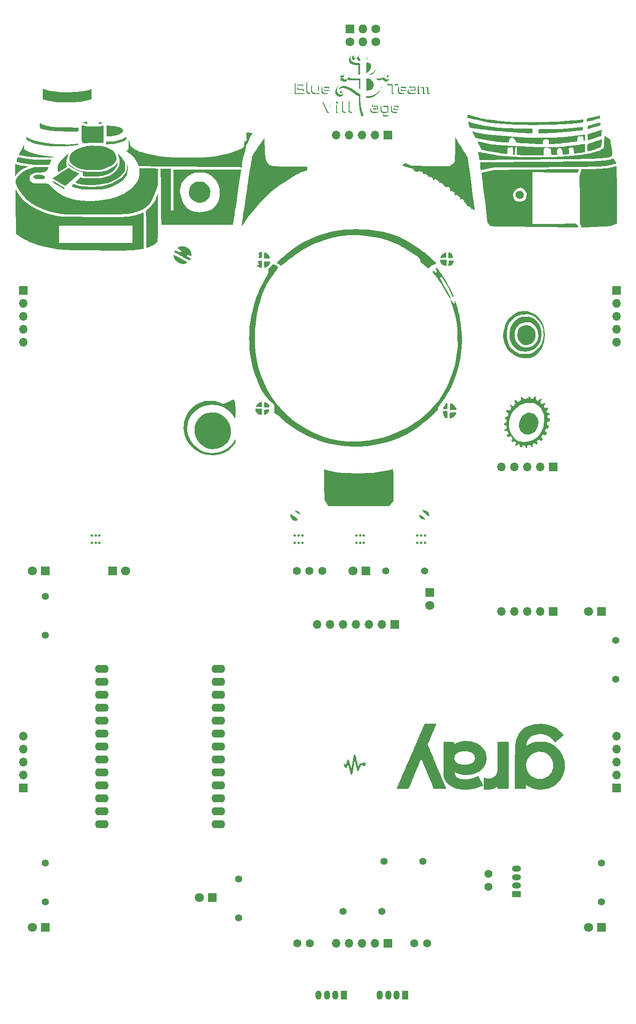
<source format=gts>
G04 #@! TF.GenerationSoftware,KiCad,Pcbnew,7.0.10*
G04 #@! TF.CreationDate,2024-04-01T20:39:50-05:00*
G04 #@! TF.ProjectId,camera_badge,63616d65-7261-45f6-9261-6467652e6b69,1*
G04 #@! TF.SameCoordinates,Original*
G04 #@! TF.FileFunction,Soldermask,Top*
G04 #@! TF.FilePolarity,Negative*
%FSLAX46Y46*%
G04 Gerber Fmt 4.6, Leading zero omitted, Abs format (unit mm)*
G04 Created by KiCad (PCBNEW 7.0.10) date 2024-04-01 20:39:50*
%MOMM*%
%LPD*%
G01*
G04 APERTURE LIST*
%ADD10C,1.400000*%
%ADD11R,1.700000X1.700000*%
%ADD12O,1.700000X1.700000*%
%ADD13C,1.600000*%
%ADD14O,2.700000X1.600000*%
%ADD15R,1.800000X1.800000*%
%ADD16C,1.800000*%
%ADD17R,1.150000X1.800000*%
%ADD18O,1.150000X1.800000*%
%ADD19R,1.800000X1.150000*%
%ADD20O,1.800000X1.150000*%
%ADD21R,1.727200X1.727200*%
%ADD22C,1.727200*%
%ADD23O,1.727200X1.727200*%
%ADD24C,0.500000*%
G04 APERTURE END LIST*
G36*
X137273410Y-168169295D02*
G01*
X137273410Y-172747202D01*
X136167094Y-172747202D01*
X135060778Y-172747202D01*
X135052152Y-172522108D01*
X135043526Y-172297013D01*
X134895851Y-172420206D01*
X134729918Y-172537992D01*
X134525423Y-172651366D01*
X134302623Y-172750476D01*
X134081776Y-172825470D01*
X134039340Y-172836779D01*
X133829863Y-172878908D01*
X133573138Y-172912610D01*
X133280524Y-172936859D01*
X132963378Y-172950630D01*
X132747189Y-172953479D01*
X132370619Y-172953946D01*
X132370619Y-171772551D01*
X132371280Y-171486772D01*
X132373194Y-171232273D01*
X132376253Y-171013689D01*
X132380350Y-170835652D01*
X132385380Y-170702795D01*
X132391236Y-170619752D01*
X132397791Y-170591155D01*
X132435876Y-170597089D01*
X132519205Y-170613227D01*
X132635335Y-170637078D01*
X132766475Y-170664993D01*
X133040951Y-170712023D01*
X133314129Y-170736061D01*
X133570950Y-170736723D01*
X133796354Y-170713626D01*
X133890438Y-170693606D01*
X134161960Y-170593521D01*
X134402863Y-170444235D01*
X134609796Y-170248949D01*
X134779406Y-170010865D01*
X134908342Y-169733180D01*
X134914501Y-169715930D01*
X134937937Y-169648025D01*
X134958677Y-169583069D01*
X134976885Y-169517182D01*
X134992727Y-169446486D01*
X135006367Y-169367101D01*
X135017970Y-169275149D01*
X135027700Y-169166751D01*
X135035723Y-169038028D01*
X135042202Y-168885101D01*
X135047303Y-168704091D01*
X135051191Y-168491119D01*
X135054029Y-168242307D01*
X135055984Y-167953775D01*
X135057218Y-167621645D01*
X135057898Y-167242037D01*
X135058188Y-166811073D01*
X135058253Y-166330748D01*
X135058293Y-163591388D01*
X136165851Y-163591388D01*
X137273410Y-163591388D01*
X137273410Y-168169295D01*
G37*
G36*
X107146003Y-166084682D02*
G01*
X107155948Y-166094508D01*
X107174226Y-166136403D01*
X107203394Y-166231527D01*
X107242284Y-166375281D01*
X107289726Y-166563069D01*
X107344551Y-166790291D01*
X107405590Y-167052352D01*
X107455875Y-167274026D01*
X107511762Y-167523512D01*
X107563373Y-167754818D01*
X107609315Y-167961638D01*
X107648198Y-168137668D01*
X107678629Y-168276600D01*
X107699218Y-168372130D01*
X107708571Y-168417951D01*
X107708991Y-168420925D01*
X107730266Y-168431869D01*
X107740713Y-168429457D01*
X107764781Y-168399289D01*
X107804398Y-168326356D01*
X107853332Y-168222800D01*
X107888849Y-168140846D01*
X107953629Y-167989103D01*
X108005610Y-167883602D01*
X108054424Y-167815942D01*
X108109703Y-167777719D01*
X108181078Y-167760531D01*
X108278181Y-167755975D01*
X108330185Y-167755807D01*
X108457140Y-167752582D01*
X108538017Y-167741366D01*
X108585532Y-167719845D01*
X108598805Y-167706929D01*
X108684802Y-167641205D01*
X108800058Y-167599979D01*
X108916750Y-167592556D01*
X108933347Y-167595062D01*
X109050918Y-167644487D01*
X109140583Y-167734618D01*
X109195519Y-167850984D01*
X109208903Y-167979112D01*
X109173912Y-168104530D01*
X109173712Y-168104918D01*
X109091569Y-168206276D01*
X108980538Y-168266535D01*
X108855119Y-168284680D01*
X108729808Y-168259697D01*
X108619106Y-168190574D01*
X108579199Y-168146493D01*
X108522969Y-168118910D01*
X108417490Y-168115576D01*
X108417124Y-168115602D01*
X108285655Y-168124993D01*
X108063698Y-168666443D01*
X107971926Y-168884719D01*
X107895379Y-169051589D01*
X107830306Y-169171586D01*
X107772958Y-169249242D01*
X107719584Y-169289090D01*
X107666433Y-169295663D01*
X107609757Y-169273494D01*
X107578583Y-169252798D01*
X107566058Y-169240203D01*
X107552746Y-169217816D01*
X107537558Y-169181326D01*
X107519407Y-169126420D01*
X107497204Y-169048788D01*
X107469862Y-168944118D01*
X107436292Y-168808098D01*
X107395405Y-168636417D01*
X107346115Y-168424764D01*
X107287333Y-168168827D01*
X107217970Y-167864295D01*
X107136940Y-167506856D01*
X107128109Y-167467841D01*
X107101693Y-167364826D01*
X107076324Y-167288940D01*
X107056892Y-167254440D01*
X107054668Y-167253714D01*
X107029854Y-167270573D01*
X107029689Y-167272766D01*
X107024895Y-167306084D01*
X107011443Y-167389260D01*
X106990728Y-167513947D01*
X106964142Y-167671794D01*
X106933080Y-167854453D01*
X106912577Y-167974220D01*
X106851436Y-168330821D01*
X106794963Y-168660854D01*
X106743830Y-168960370D01*
X106698706Y-169225420D01*
X106660261Y-169452056D01*
X106629165Y-169636327D01*
X106606087Y-169774285D01*
X106591697Y-169861981D01*
X106586666Y-169895466D01*
X106586665Y-169895526D01*
X106568432Y-169923364D01*
X106540253Y-169954046D01*
X106465472Y-169993032D01*
X106375157Y-169995182D01*
X106297560Y-169961080D01*
X106285002Y-169948772D01*
X106267537Y-169908681D01*
X106238259Y-169818130D01*
X106199106Y-169684105D01*
X106152016Y-169513594D01*
X106098927Y-169313583D01*
X106041778Y-169091059D01*
X105994131Y-168900283D01*
X105936128Y-168667526D01*
X105881789Y-168454050D01*
X105832864Y-168266377D01*
X105791099Y-168111029D01*
X105758245Y-167994529D01*
X105736050Y-167923398D01*
X105726888Y-167903481D01*
X105710194Y-167929880D01*
X105679525Y-168002166D01*
X105638931Y-168109975D01*
X105592463Y-168242942D01*
X105581793Y-168274728D01*
X105526437Y-168435241D01*
X105482604Y-168547477D01*
X105446151Y-168620114D01*
X105412932Y-168661826D01*
X105389548Y-168677197D01*
X105307212Y-168697195D01*
X105229479Y-168674665D01*
X105148497Y-168605092D01*
X105058235Y-168486652D01*
X104997891Y-168395298D01*
X104960855Y-168325878D01*
X104941438Y-168258307D01*
X104933953Y-168172500D01*
X104932712Y-168048372D01*
X104932712Y-168043403D01*
X104936299Y-167902178D01*
X104949459Y-167817969D01*
X104975787Y-167789026D01*
X105018878Y-167813597D01*
X105082328Y-167889933D01*
X105124818Y-167949876D01*
X105193487Y-168041378D01*
X105238300Y-168081244D01*
X105259104Y-168075400D01*
X105275097Y-168035260D01*
X105305860Y-167949316D01*
X105347804Y-167827908D01*
X105397342Y-167681376D01*
X105432863Y-167574687D01*
X105486446Y-167416363D01*
X105536285Y-167275681D01*
X105578467Y-167163200D01*
X105609077Y-167089479D01*
X105620986Y-167067253D01*
X105689887Y-167021409D01*
X105781917Y-167012544D01*
X105872380Y-167042965D01*
X105873462Y-167043646D01*
X105890601Y-167077945D01*
X105919447Y-167162739D01*
X105958006Y-167291064D01*
X106004281Y-167455958D01*
X106056277Y-167650455D01*
X106112001Y-167867594D01*
X106129037Y-167935672D01*
X106183840Y-168152664D01*
X106235341Y-168350392D01*
X106281569Y-168521761D01*
X106320550Y-168659676D01*
X106350314Y-168757044D01*
X106368887Y-168806771D01*
X106372579Y-168811692D01*
X106390897Y-168789796D01*
X106412685Y-168723437D01*
X106433392Y-168626673D01*
X106434423Y-168620667D01*
X106449402Y-168532563D01*
X106472379Y-168397802D01*
X106501379Y-168227950D01*
X106534427Y-168034572D01*
X106569547Y-167829235D01*
X106584640Y-167741039D01*
X106623866Y-167511869D01*
X106665437Y-167268995D01*
X106706403Y-167029643D01*
X106743816Y-166811041D01*
X106774729Y-166630415D01*
X106779259Y-166603946D01*
X106813389Y-166418872D01*
X106846226Y-166267868D01*
X106875872Y-166158683D01*
X106900433Y-166099066D01*
X106903920Y-166094469D01*
X106977597Y-166051400D01*
X107067446Y-166048139D01*
X107146003Y-166084682D01*
G37*
G36*
X132913327Y-166983209D02*
G01*
X132855964Y-167387540D01*
X132744534Y-167782976D01*
X132579377Y-168165117D01*
X132360832Y-168529562D01*
X132089239Y-168871908D01*
X132075865Y-168886625D01*
X131793071Y-169153871D01*
X131466874Y-169388211D01*
X131103512Y-169588757D01*
X130709221Y-169754619D01*
X130290241Y-169884909D01*
X129852808Y-169978738D01*
X129403160Y-170035217D01*
X128947534Y-170053457D01*
X128492168Y-170032569D01*
X128043300Y-169971664D01*
X127607166Y-169869854D01*
X127190006Y-169726249D01*
X126947075Y-169617529D01*
X126662622Y-169477833D01*
X126677591Y-169716994D01*
X126720053Y-169969540D01*
X126813813Y-170193163D01*
X126958556Y-170387667D01*
X127153967Y-170552859D01*
X127399731Y-170688543D01*
X127695534Y-170794523D01*
X128041059Y-170870606D01*
X128435993Y-170916597D01*
X128634456Y-170927605D01*
X129099059Y-170920404D01*
X129562865Y-170862283D01*
X130031277Y-170752019D01*
X130509698Y-170588390D01*
X130920472Y-170410126D01*
X131054158Y-170347102D01*
X131167203Y-170294312D01*
X131249682Y-170256354D01*
X131291671Y-170237821D01*
X131294874Y-170236737D01*
X131314978Y-170262411D01*
X131360273Y-170339635D01*
X131430918Y-170468707D01*
X131527074Y-170649926D01*
X131648904Y-170883593D01*
X131795067Y-171167086D01*
X131890831Y-171353129D01*
X131982899Y-171531119D01*
X132066095Y-171691114D01*
X132135239Y-171823170D01*
X132185155Y-171917345D01*
X132200760Y-171946165D01*
X132247921Y-172038413D01*
X132265383Y-172093659D01*
X132256257Y-172124023D01*
X132248092Y-172130552D01*
X132202486Y-172152715D01*
X132112322Y-172191162D01*
X131988437Y-172241671D01*
X131841670Y-172300019D01*
X131682859Y-172361985D01*
X131522841Y-172423346D01*
X131372455Y-172479880D01*
X131242538Y-172527366D01*
X131143928Y-172561580D01*
X131130154Y-172566063D01*
X130828390Y-172654520D01*
X130492378Y-172738842D01*
X130146914Y-172813216D01*
X129845386Y-172867325D01*
X129623154Y-172895537D01*
X129362740Y-172916677D01*
X129077602Y-172930639D01*
X128781195Y-172937319D01*
X128486976Y-172936613D01*
X128208401Y-172928415D01*
X127958926Y-172912623D01*
X127752008Y-172889131D01*
X127718875Y-172883832D01*
X127372711Y-172819060D01*
X127070169Y-172747957D01*
X126795823Y-172665787D01*
X126534246Y-172567811D01*
X126270012Y-172449295D01*
X126212596Y-172421281D01*
X125818029Y-172198843D01*
X125474167Y-171946254D01*
X125180631Y-171663021D01*
X124937040Y-171348649D01*
X124743013Y-171002644D01*
X124598172Y-170624513D01*
X124502137Y-170213762D01*
X124498897Y-170194135D01*
X124491821Y-170142554D01*
X124485528Y-170077799D01*
X124479975Y-169996477D01*
X124475119Y-169895196D01*
X124470917Y-169770561D01*
X124467325Y-169619180D01*
X124464302Y-169437660D01*
X124461803Y-169222607D01*
X124459787Y-168970627D01*
X124458209Y-168678329D01*
X124457027Y-168342318D01*
X124456199Y-167959201D01*
X124455680Y-167525586D01*
X124455428Y-167038078D01*
X124455389Y-166759004D01*
X124455388Y-166722707D01*
X126627325Y-166722707D01*
X126627971Y-166865993D01*
X126633549Y-166968408D01*
X126647484Y-167048133D01*
X126673204Y-167123347D01*
X126714134Y-167212230D01*
X126722975Y-167230258D01*
X126862933Y-167448657D01*
X127050658Y-167632337D01*
X127286088Y-167781248D01*
X127479724Y-167864948D01*
X127777358Y-167951503D01*
X128111825Y-168009617D01*
X128467292Y-168037595D01*
X128827925Y-168033743D01*
X128962760Y-168023607D01*
X129345669Y-167969922D01*
X129678909Y-167885633D01*
X129962257Y-167770903D01*
X130195491Y-167625892D01*
X130378389Y-167450764D01*
X130510727Y-167245679D01*
X130592284Y-167010799D01*
X130619697Y-166819581D01*
X130612291Y-166550422D01*
X130551994Y-166306905D01*
X130439604Y-166090036D01*
X130275917Y-165900820D01*
X130061729Y-165740264D01*
X129797837Y-165609372D01*
X129608750Y-165543297D01*
X129458488Y-165501473D01*
X129315448Y-165470840D01*
X129166809Y-165450132D01*
X128999753Y-165438088D01*
X128801459Y-165433442D01*
X128559109Y-165434933D01*
X128516317Y-165435641D01*
X128301183Y-165440844D01*
X128132393Y-165448713D01*
X127997237Y-165460439D01*
X127883007Y-165477212D01*
X127776994Y-165500224D01*
X127748410Y-165507587D01*
X127443146Y-165609432D01*
X127181167Y-165740841D01*
X126965609Y-165899602D01*
X126799607Y-166083503D01*
X126706747Y-166242536D01*
X126670196Y-166328986D01*
X126646944Y-166408784D01*
X126634013Y-166499932D01*
X126628427Y-166620431D01*
X126627325Y-166722707D01*
X124455388Y-166722707D01*
X124455270Y-163591388D01*
X125503758Y-163591388D01*
X125780791Y-163591548D01*
X126004443Y-163592214D01*
X126180404Y-163593666D01*
X126314362Y-163596184D01*
X126412007Y-163600047D01*
X126479029Y-163605536D01*
X126521114Y-163612930D01*
X126543954Y-163622509D01*
X126553237Y-163634553D01*
X126554666Y-163643074D01*
X126555246Y-163700307D01*
X126554170Y-163792708D01*
X126552577Y-163864586D01*
X126553161Y-163955796D01*
X126559307Y-164017439D01*
X126567145Y-164034411D01*
X126599919Y-164020337D01*
X126669492Y-163983060D01*
X126762150Y-163929996D01*
X126783362Y-163917479D01*
X127167961Y-163722948D01*
X127588775Y-163573433D01*
X128043093Y-163469521D01*
X128528204Y-163411801D01*
X129041397Y-163400860D01*
X129151317Y-163404511D01*
X129546778Y-163438817D01*
X129952062Y-163506467D01*
X130351129Y-163603474D01*
X130727937Y-163725850D01*
X131066448Y-163869607D01*
X131110614Y-163891590D01*
X131338123Y-164022860D01*
X131574649Y-164187100D01*
X131807742Y-164373589D01*
X132024952Y-164571607D01*
X132213828Y-164770436D01*
X132361921Y-164959355D01*
X132377245Y-164982196D01*
X132595313Y-165364975D01*
X132757616Y-165760868D01*
X132864493Y-166165472D01*
X132916283Y-166574386D01*
X132914510Y-166819581D01*
X132913327Y-166983209D01*
G37*
G36*
X121744395Y-160023252D02*
G01*
X121988217Y-160024928D01*
X122220477Y-160027072D01*
X122432650Y-160029564D01*
X122616212Y-160032285D01*
X122762641Y-160035113D01*
X122863413Y-160037930D01*
X122897305Y-160039493D01*
X122988514Y-160046491D01*
X123050157Y-160053661D01*
X123067130Y-160058243D01*
X123056311Y-160087128D01*
X123027426Y-160157310D01*
X122985830Y-160255861D01*
X122966788Y-160300432D01*
X122926697Y-160394226D01*
X122868144Y-160531569D01*
X122795736Y-160701632D01*
X122714083Y-160893587D01*
X122627794Y-161096605D01*
X122571732Y-161228597D01*
X122489460Y-161422211D01*
X122389054Y-161658269D01*
X122275575Y-161924890D01*
X122154081Y-162210192D01*
X122029633Y-162502293D01*
X121907289Y-162789312D01*
X121814406Y-163007103D01*
X121351795Y-164091539D01*
X121592258Y-164661057D01*
X121670527Y-164846257D01*
X121746726Y-165026247D01*
X121815779Y-165189056D01*
X121872609Y-165322717D01*
X121912138Y-165415259D01*
X121915270Y-165422551D01*
X121952367Y-165509404D01*
X122007331Y-165638850D01*
X122075144Y-165799030D01*
X122150785Y-165978082D01*
X122229232Y-166164145D01*
X122240312Y-166190458D01*
X122322758Y-166385930D01*
X122406923Y-166584885D01*
X122486708Y-166772942D01*
X122556010Y-166935722D01*
X122608729Y-167058843D01*
X122609975Y-167061737D01*
X122642885Y-167138677D01*
X122696555Y-167264790D01*
X122768762Y-167434831D01*
X122857286Y-167643555D01*
X122959904Y-167885720D01*
X123074394Y-168156080D01*
X123198536Y-168449392D01*
X123330107Y-168760411D01*
X123466885Y-169083895D01*
X123554684Y-169291620D01*
X123699007Y-169633093D01*
X123843618Y-169975172D01*
X123985751Y-170311322D01*
X124122640Y-170635005D01*
X124251520Y-170939682D01*
X124369626Y-171218817D01*
X124474191Y-171465873D01*
X124562451Y-171674310D01*
X124631640Y-171837593D01*
X124654158Y-171890690D01*
X124734915Y-172081054D01*
X124810053Y-172258199D01*
X124875819Y-172413277D01*
X124928460Y-172537438D01*
X124964225Y-172621835D01*
X124976659Y-172651214D01*
X125017226Y-172747202D01*
X123783748Y-172746757D01*
X122550270Y-172746311D01*
X122366781Y-172296350D01*
X122266080Y-172050275D01*
X122148187Y-171763633D01*
X122018846Y-171450290D01*
X121883801Y-171124113D01*
X121748798Y-170798969D01*
X121619580Y-170488725D01*
X121501893Y-170207247D01*
X121458499Y-170103830D01*
X121409061Y-169985762D01*
X121340202Y-169820730D01*
X121255087Y-169616349D01*
X121156884Y-169380234D01*
X121048757Y-169120002D01*
X120933873Y-168843269D01*
X120815397Y-168557650D01*
X120703404Y-168287434D01*
X120591800Y-168018501D01*
X120486707Y-167766142D01*
X120390342Y-167535618D01*
X120304924Y-167332193D01*
X120232668Y-167161129D01*
X120175793Y-167027689D01*
X120136516Y-166937135D01*
X120117053Y-166894731D01*
X120115626Y-166892358D01*
X120101337Y-166915156D01*
X120066205Y-166988115D01*
X120012131Y-167106875D01*
X119941013Y-167267080D01*
X119854749Y-167464372D01*
X119755238Y-167694394D01*
X119644379Y-167952787D01*
X119524070Y-168235195D01*
X119396210Y-168537260D01*
X119317754Y-168723521D01*
X119182320Y-169045610D01*
X119050639Y-169358746D01*
X118924984Y-169657519D01*
X118807630Y-169936523D01*
X118700854Y-170190349D01*
X118606929Y-170413591D01*
X118528131Y-170600839D01*
X118466733Y-170746686D01*
X118425013Y-170845725D01*
X118414042Y-170871737D01*
X118258281Y-171240901D01*
X118124227Y-171558848D01*
X118010544Y-171828753D01*
X117915899Y-172053788D01*
X117838956Y-172237129D01*
X117778381Y-172381949D01*
X117732840Y-172491421D01*
X117721719Y-172518307D01*
X117627200Y-172747202D01*
X116448560Y-172747202D01*
X116191210Y-172746905D01*
X115953246Y-172746057D01*
X115740928Y-172744724D01*
X115560514Y-172742970D01*
X115418263Y-172740861D01*
X115320437Y-172738463D01*
X115273292Y-172735841D01*
X115269921Y-172734910D01*
X115281025Y-172706151D01*
X115311901Y-172631709D01*
X115358894Y-172520128D01*
X115418350Y-172379950D01*
X115486614Y-172219720D01*
X115560031Y-172047979D01*
X115634948Y-171873273D01*
X115707710Y-171704142D01*
X115774662Y-171549132D01*
X115832149Y-171416784D01*
X115876518Y-171315643D01*
X115890048Y-171285225D01*
X115918538Y-171220444D01*
X115965470Y-171112422D01*
X116026059Y-170972231D01*
X116095520Y-170810942D01*
X116164523Y-170650225D01*
X116267978Y-170409220D01*
X116368790Y-170174969D01*
X116463937Y-169954446D01*
X116550398Y-169754622D01*
X116625153Y-169582469D01*
X116685181Y-169444960D01*
X116727460Y-169349068D01*
X116746763Y-169306388D01*
X116763036Y-169269579D01*
X116800191Y-169184310D01*
X116855729Y-169056366D01*
X116927152Y-168891535D01*
X117011962Y-168695601D01*
X117107659Y-168474350D01*
X117211745Y-168233569D01*
X117321722Y-167979042D01*
X117435091Y-167716557D01*
X117549355Y-167451898D01*
X117662014Y-167190851D01*
X117770569Y-166939203D01*
X117872523Y-166702739D01*
X117965377Y-166487244D01*
X118046633Y-166298506D01*
X118113791Y-166142309D01*
X118164354Y-166024440D01*
X118194341Y-165954179D01*
X118224963Y-165882576D01*
X118275809Y-165764355D01*
X118343609Y-165607090D01*
X118425091Y-165418360D01*
X118516985Y-165205740D01*
X118616020Y-164976806D01*
X118710748Y-164758016D01*
X118827871Y-164487531D01*
X118953475Y-164197322D01*
X119081714Y-163900907D01*
X119206742Y-163611799D01*
X119322714Y-163343516D01*
X119423784Y-163109572D01*
X119464419Y-163015458D01*
X119547827Y-162822283D01*
X119643464Y-162600883D01*
X119748494Y-162357814D01*
X119860081Y-162099634D01*
X119975390Y-161832897D01*
X120091584Y-161564162D01*
X120205829Y-161299984D01*
X120315290Y-161046921D01*
X120417129Y-160811527D01*
X120508513Y-160600360D01*
X120586605Y-160419977D01*
X120648570Y-160276934D01*
X120691572Y-160177787D01*
X120706615Y-160143190D01*
X120761310Y-160017667D01*
X121744395Y-160023252D01*
G37*
G36*
X148274367Y-168350909D02*
G01*
X148270483Y-168561914D01*
X148262771Y-168754975D01*
X148251241Y-168917278D01*
X148235900Y-169036008D01*
X148235032Y-169040574D01*
X148103858Y-169569094D01*
X147921800Y-170069335D01*
X147690558Y-170539042D01*
X147411832Y-170975960D01*
X147087323Y-171377834D01*
X146718732Y-171742411D01*
X146307758Y-172067434D01*
X145856102Y-172350650D01*
X145661454Y-172453213D01*
X145194121Y-172655019D01*
X144709196Y-172804045D01*
X144212341Y-172900454D01*
X143709220Y-172944407D01*
X143205496Y-172936067D01*
X142706831Y-172875595D01*
X142218890Y-172763154D01*
X141747335Y-172598904D01*
X141297829Y-172383009D01*
X141197357Y-172325593D01*
X141068660Y-172247342D01*
X140945693Y-172168489D01*
X140845836Y-172100371D01*
X140802828Y-172068241D01*
X140684689Y-171973888D01*
X140676448Y-172360545D01*
X140668207Y-172747202D01*
X139576273Y-172747202D01*
X138484340Y-172747202D01*
X138484608Y-168664004D01*
X138484722Y-168076023D01*
X138484724Y-168071894D01*
X140678599Y-168071894D01*
X140691013Y-168442441D01*
X140754469Y-168804221D01*
X140866382Y-169152419D01*
X141024169Y-169482220D01*
X141225245Y-169788812D01*
X141467024Y-170067380D01*
X141746923Y-170313110D01*
X142062356Y-170521189D01*
X142410738Y-170686802D01*
X142669772Y-170774023D01*
X142844273Y-170809720D01*
X143057742Y-170832323D01*
X143291487Y-170841564D01*
X143526815Y-170837171D01*
X143745033Y-170818875D01*
X143904479Y-170791878D01*
X144293071Y-170675393D01*
X144649999Y-170511125D01*
X144972214Y-170302404D01*
X145256669Y-170052562D01*
X145500317Y-169764928D01*
X145700111Y-169442835D01*
X145853003Y-169089613D01*
X145955946Y-168708593D01*
X145986869Y-168515643D01*
X146003643Y-168193327D01*
X145978848Y-167851269D01*
X145915384Y-167508611D01*
X145816149Y-167184496D01*
X145767081Y-167064314D01*
X145589754Y-166734931D01*
X145364866Y-166435633D01*
X145097948Y-166170610D01*
X144794531Y-165944053D01*
X144460147Y-165760151D01*
X144100325Y-165623096D01*
X143759487Y-165543294D01*
X143533758Y-165519928D01*
X143279540Y-165517173D01*
X143023449Y-165534367D01*
X142810676Y-165566903D01*
X142428879Y-165674812D01*
X142073622Y-165833633D01*
X141748965Y-166039787D01*
X141458968Y-166289695D01*
X141207691Y-166579781D01*
X140999193Y-166906467D01*
X140837535Y-167266173D01*
X140817239Y-167323749D01*
X140719814Y-167697392D01*
X140678599Y-168071894D01*
X138484724Y-168071894D01*
X138485004Y-167544035D01*
X138485486Y-167064964D01*
X138486199Y-166635733D01*
X138487174Y-166253267D01*
X138488442Y-165914489D01*
X138490035Y-165616323D01*
X138491984Y-165355692D01*
X138494320Y-165129520D01*
X138497075Y-164934731D01*
X138500280Y-164768248D01*
X138503967Y-164626996D01*
X138508165Y-164507897D01*
X138512908Y-164407876D01*
X138518226Y-164323856D01*
X138524150Y-164252761D01*
X138530064Y-164196966D01*
X138594615Y-163745975D01*
X138677962Y-163339982D01*
X138783283Y-162967020D01*
X138913754Y-162615120D01*
X139003622Y-162412941D01*
X139233931Y-161990183D01*
X139506684Y-161608476D01*
X139821790Y-161267880D01*
X140179160Y-160968457D01*
X140578704Y-160710269D01*
X141020332Y-160493376D01*
X141503953Y-160317840D01*
X142029479Y-160183722D01*
X142368177Y-160122646D01*
X142474005Y-160108857D01*
X142618224Y-160093605D01*
X142788942Y-160077786D01*
X142974266Y-160062294D01*
X143162302Y-160048024D01*
X143341159Y-160035871D01*
X143498942Y-160026730D01*
X143623759Y-160021495D01*
X143703717Y-160021062D01*
X143712014Y-160021532D01*
X143756658Y-160025443D01*
X143847773Y-160033839D01*
X143973029Y-160045570D01*
X144120096Y-160059488D01*
X144155037Y-160062813D01*
X144380317Y-160086030D01*
X144565687Y-160109938D01*
X144730252Y-160137833D01*
X144893116Y-160173014D01*
X145073380Y-160218778D01*
X145100154Y-160225964D01*
X145593904Y-160389096D01*
X146078400Y-160608795D01*
X146550179Y-160882840D01*
X147005776Y-161209014D01*
X147441728Y-161585098D01*
X147815290Y-161965361D01*
X147926159Y-162090606D01*
X147997880Y-162180531D01*
X148034190Y-162240437D01*
X148038829Y-162275624D01*
X148036801Y-162279433D01*
X148008621Y-162305848D01*
X147940909Y-162363086D01*
X147839931Y-162446171D01*
X147711950Y-162550124D01*
X147563229Y-162669968D01*
X147400034Y-162800725D01*
X147228629Y-162937417D01*
X147055277Y-163075067D01*
X146886242Y-163208697D01*
X146727789Y-163333328D01*
X146586182Y-163443984D01*
X146467684Y-163535687D01*
X146378560Y-163603458D01*
X146325074Y-163642321D01*
X146312399Y-163649722D01*
X146288528Y-163627397D01*
X146238982Y-163568585D01*
X146173007Y-163484436D01*
X146148642Y-163452255D01*
X145902244Y-163159168D01*
X145622382Y-162887858D01*
X145318938Y-162645539D01*
X145001799Y-162439428D01*
X144680848Y-162276739D01*
X144396595Y-162173320D01*
X144048382Y-162097650D01*
X143670520Y-162060790D01*
X143276750Y-162061597D01*
X142880811Y-162098925D01*
X142496444Y-162171628D01*
X142137388Y-162278563D01*
X141889476Y-162382222D01*
X141593022Y-162556738D01*
X141335481Y-162774398D01*
X141118722Y-163032336D01*
X140944614Y-163327688D01*
X140815023Y-163657588D01*
X140731818Y-164019171D01*
X140710017Y-164191350D01*
X140690624Y-164392591D01*
X140923935Y-164225011D01*
X141304037Y-163988032D01*
X141721918Y-163796061D01*
X142177911Y-163648960D01*
X142530619Y-163570644D01*
X142643341Y-163552650D01*
X142766152Y-163539148D01*
X142908995Y-163529638D01*
X143081813Y-163523618D01*
X143294550Y-163520587D01*
X143534805Y-163520008D01*
X143771681Y-163520892D01*
X143959799Y-163523291D01*
X144109464Y-163527872D01*
X144230983Y-163535300D01*
X144334659Y-163546241D01*
X144430800Y-163561363D01*
X144529710Y-163581332D01*
X144549045Y-163585591D01*
X145056819Y-163724481D01*
X145527733Y-163908047D01*
X145966116Y-164138623D01*
X146376299Y-164418547D01*
X146762612Y-164750156D01*
X146831538Y-164817086D01*
X147155751Y-165163998D01*
X147434031Y-165520574D01*
X147670695Y-165894983D01*
X147870061Y-166295397D01*
X148036448Y-166729990D01*
X148174173Y-167206931D01*
X148236074Y-167475225D01*
X148251456Y-167583735D01*
X148262968Y-167738372D01*
X148270618Y-167926323D01*
X148274415Y-168134774D01*
X148274402Y-168193327D01*
X148274367Y-168350909D01*
G37*
G36*
X96740934Y-35012523D02*
G01*
X96740803Y-35012523D01*
X96740947Y-35012467D01*
X96740934Y-35012523D01*
G37*
G36*
X113280505Y-40158037D02*
G01*
X113280505Y-40157906D01*
X113280513Y-40157906D01*
X113280505Y-40158037D01*
G37*
G36*
X118104956Y-35579595D02*
G01*
X118104870Y-35579595D01*
X118105004Y-35579594D01*
X118104956Y-35579595D01*
G37*
G36*
X104922101Y-32644931D02*
G01*
X104715449Y-32644931D01*
X104715449Y-32612650D01*
X104800498Y-32612261D01*
X104800498Y-32527472D01*
X104861639Y-32527310D01*
X104922101Y-32526954D01*
X104922101Y-32644931D01*
G37*
G36*
X99991416Y-35884132D02*
G01*
X99815225Y-35884132D01*
X99815225Y-34911918D01*
X99857749Y-34911918D01*
X99857749Y-34838928D01*
X99912461Y-34838928D01*
X99912461Y-34759974D01*
X99991416Y-34759974D01*
X99991416Y-35884132D01*
G37*
G36*
X101970329Y-39405184D02*
G01*
X101929879Y-39322341D01*
X102524304Y-38108724D01*
X102545441Y-38108724D01*
X102572918Y-38052459D01*
X102604814Y-38052459D01*
X102636837Y-37987118D01*
X102664838Y-37987118D01*
X101970329Y-39405184D01*
G37*
G36*
X115616977Y-34634994D02*
G01*
X115571346Y-34634994D01*
X115571346Y-34717061D01*
X115503023Y-34717061D01*
X115503023Y-34794460D01*
X114872033Y-34794460D01*
X114872033Y-34562005D01*
X115616977Y-34562005D01*
X115616977Y-34634994D01*
G37*
G36*
X120822771Y-34811703D02*
G01*
X120814515Y-34805675D01*
X120806185Y-34799917D01*
X120797791Y-34794396D01*
X120789343Y-34789079D01*
X120780853Y-34783932D01*
X120772329Y-34778922D01*
X120755226Y-34769179D01*
X120822771Y-34769179D01*
X120822771Y-34811703D01*
G37*
G36*
X88853809Y-98805651D02*
G01*
X88853809Y-99398526D01*
X88619779Y-99395767D01*
X88403089Y-99362783D01*
X88184036Y-99285851D01*
X88162021Y-99274745D01*
X87892913Y-99071879D01*
X87686377Y-98797291D01*
X87572162Y-98491355D01*
X87568247Y-98468899D01*
X87527291Y-98212776D01*
X88190550Y-98212776D01*
X88853809Y-98212776D01*
X88853809Y-98805651D01*
G37*
G36*
X125050369Y-69567567D02*
G01*
X125050369Y-70129238D01*
X124810553Y-70129238D01*
X124605889Y-70098962D01*
X124375591Y-70022862D01*
X124295688Y-69985419D01*
X124032171Y-69785304D01*
X123862901Y-69519937D01*
X123802317Y-69212049D01*
X123802309Y-69208722D01*
X123802212Y-69005897D01*
X124426290Y-69005897D01*
X125050369Y-69005897D01*
X125050369Y-69567567D01*
G37*
G36*
X89437584Y-96910619D02*
G01*
X89635309Y-96963090D01*
X89676469Y-96975395D01*
X89927095Y-97099299D01*
X90130556Y-97290738D01*
X90258930Y-97517397D01*
X90289190Y-97684481D01*
X90289190Y-97900737D01*
X89758723Y-97900737D01*
X89228256Y-97900737D01*
X89228256Y-97401474D01*
X89231742Y-97137155D01*
X89254995Y-96979404D01*
X89317211Y-96909974D01*
X89437584Y-96910619D01*
G37*
G36*
X90479601Y-69522230D02*
G01*
X90361613Y-69839184D01*
X90152882Y-70114095D01*
X89838495Y-70365052D01*
X89727519Y-70434681D01*
X89545549Y-70535883D01*
X89422498Y-70572825D01*
X89346935Y-70532617D01*
X89307428Y-70402367D01*
X89292549Y-70169185D01*
X89290664Y-69942014D01*
X89290664Y-69317936D01*
X89908170Y-69317936D01*
X90525677Y-69317936D01*
X90479601Y-69522230D01*
G37*
G36*
X103552395Y-38103281D02*
G01*
X103863804Y-38103281D01*
X103863804Y-38176141D01*
X103800019Y-38176141D01*
X103800019Y-38241482D01*
X103751397Y-38241482D01*
X103751397Y-38297749D01*
X103376077Y-38297749D01*
X103376077Y-37958596D01*
X103424698Y-37958596D01*
X103424698Y-37902329D01*
X103488483Y-37902329D01*
X103488483Y-37836987D01*
X103552395Y-37836987D01*
X103552395Y-38103281D01*
G37*
G36*
X103552395Y-39983922D02*
G01*
X103863804Y-39983922D01*
X103863804Y-40056913D01*
X103800019Y-40056913D01*
X103800019Y-40122124D01*
X103751397Y-40122124D01*
X103751397Y-40178392D01*
X103376077Y-40178392D01*
X103376077Y-38618104D01*
X103424698Y-38618104D01*
X103424698Y-38561966D01*
X103488483Y-38561966D01*
X103488483Y-38496625D01*
X103552395Y-38496625D01*
X103552395Y-39983922D01*
G37*
G36*
X104560650Y-32834214D02*
G01*
X104918863Y-32834214D01*
X104918863Y-33205390D01*
X104562339Y-33205390D01*
X104562339Y-33235339D01*
X104387442Y-33235339D01*
X104387442Y-33235338D01*
X104268949Y-33235338D01*
X104268949Y-32900073D01*
X104353998Y-32900073D01*
X104353998Y-32802839D01*
X104439047Y-32802839D01*
X104439047Y-32717791D01*
X104560650Y-32717791D01*
X104560650Y-32834214D01*
G37*
G36*
X88791401Y-97370270D02*
G01*
X88791401Y-97838329D01*
X88370148Y-97839181D01*
X88131414Y-97845105D01*
X87925817Y-97859712D01*
X87808477Y-97877664D01*
X87699330Y-97884111D01*
X87668082Y-97809785D01*
X87668059Y-97806168D01*
X87720447Y-97616309D01*
X87858000Y-97405077D01*
X88051302Y-97200598D01*
X88270934Y-97030996D01*
X88487481Y-96924395D01*
X88613541Y-96902211D01*
X88791401Y-96902211D01*
X88791401Y-97370270D01*
G37*
G36*
X94655724Y-118938340D02*
G01*
X94844759Y-119065639D01*
X95108478Y-119273441D01*
X95244807Y-119385810D01*
X95925486Y-119951146D01*
X95783962Y-120065745D01*
X95571282Y-120164206D01*
X95312287Y-120176928D01*
X95049320Y-120106023D01*
X94903953Y-120021802D01*
X94667709Y-119794310D01*
X94496528Y-119523098D01*
X94413020Y-119246858D01*
X94408428Y-119173857D01*
X94417725Y-119009302D01*
X94454107Y-118913186D01*
X94529474Y-118888527D01*
X94655724Y-118938340D01*
G37*
G36*
X109699810Y-30280969D02*
G01*
X109903097Y-30336717D01*
X110019780Y-30403744D01*
X110130497Y-30504089D01*
X110193892Y-30615585D01*
X110231748Y-30757159D01*
X110243681Y-30939959D01*
X110219695Y-31165544D01*
X110138145Y-31436632D01*
X110048035Y-31644326D01*
X109899725Y-31869131D01*
X109716932Y-32091344D01*
X109510139Y-32265459D01*
X109343675Y-32389789D01*
X109334336Y-30374573D01*
X109334336Y-30280969D01*
X109479289Y-30267227D01*
X109699810Y-30280969D01*
G37*
G36*
X110003967Y-33408416D02*
G01*
X110262216Y-33633222D01*
X110450594Y-33836766D01*
X110585812Y-34032790D01*
X110666449Y-34183180D01*
X110731662Y-34409540D01*
X110759019Y-34569135D01*
X110757591Y-34857726D01*
X110716491Y-35041564D01*
X110629895Y-35251332D01*
X110497780Y-35444245D01*
X110348819Y-35574927D01*
X110215149Y-35658420D01*
X109999421Y-35743466D01*
X109657551Y-35798177D01*
X109340041Y-35795196D01*
X109320340Y-33399211D01*
X110003967Y-33408416D01*
G37*
G36*
X126082171Y-97205412D02*
G01*
X126340885Y-97369122D01*
X126587675Y-97599294D01*
X126797983Y-97837927D01*
X126922961Y-98031367D01*
X126978411Y-98207570D01*
X126985013Y-98302285D01*
X126985013Y-98462408D01*
X126364949Y-98462408D01*
X125744886Y-98462408D01*
X125725269Y-97806993D01*
X125717511Y-97515438D01*
X125718003Y-97326422D01*
X125730944Y-97217736D01*
X125760534Y-97167170D01*
X125810972Y-97152513D01*
X125849168Y-97151711D01*
X126082171Y-97205412D01*
G37*
G36*
X95544187Y-118181102D02*
G01*
X95726091Y-118237904D01*
X95897896Y-118320145D01*
X95924055Y-118336502D01*
X96071645Y-118466296D01*
X96206480Y-118638622D01*
X96302496Y-118813468D01*
X96333629Y-118950824D01*
X96331848Y-118962516D01*
X96288317Y-118981017D01*
X96175681Y-118926104D01*
X95986113Y-118793144D01*
X95796432Y-118645558D01*
X95588043Y-118472659D01*
X95426240Y-118325596D01*
X95329969Y-118222430D01*
X95312439Y-118184237D01*
X95392772Y-118159845D01*
X95544187Y-118181102D01*
G37*
G36*
X113668267Y-34562005D02*
G01*
X114496705Y-34562005D01*
X114496705Y-36256475D01*
X114789968Y-36256475D01*
X114789968Y-36329467D01*
X114744329Y-36329467D01*
X114744329Y-36411532D01*
X114676006Y-36411532D01*
X114676006Y-36488930D01*
X114300678Y-36488930D01*
X114300678Y-34794460D01*
X113472248Y-34794460D01*
X113472248Y-34419265D01*
X113540571Y-34419265D01*
X113540571Y-34341736D01*
X113586202Y-34341736D01*
X113586202Y-34259671D01*
X113668267Y-34259671D01*
X113668267Y-34562005D01*
G37*
G36*
X54579339Y-41907345D02*
G01*
X54561745Y-41979964D01*
X54558629Y-42129568D01*
X54594378Y-42204714D01*
X54628297Y-42267908D01*
X54568622Y-42288905D01*
X54490320Y-42288155D01*
X54299241Y-42270431D01*
X54091030Y-42237864D01*
X54090510Y-42237762D01*
X53861714Y-42176602D01*
X53750376Y-42109813D01*
X53758232Y-42043760D01*
X53887017Y-41984802D01*
X54013930Y-41957029D01*
X54224444Y-41919466D01*
X54416407Y-41883219D01*
X54426483Y-41881223D01*
X54548612Y-41866630D01*
X54579339Y-41907345D01*
G37*
G36*
X56924317Y-41943002D02*
G01*
X57075641Y-41975638D01*
X57269022Y-42013159D01*
X57291032Y-42017181D01*
X57464601Y-42066859D01*
X57516771Y-42128500D01*
X57446180Y-42198120D01*
X57365378Y-42234317D01*
X57161963Y-42296884D01*
X56963711Y-42334218D01*
X56804903Y-42342688D01*
X56719818Y-42318665D01*
X56713760Y-42303308D01*
X56761573Y-42236495D01*
X56783443Y-42232924D01*
X56826821Y-42180509D01*
X56822379Y-42072079D01*
X56814104Y-41958228D01*
X56869250Y-41932789D01*
X56924317Y-41943002D01*
G37*
G36*
X90262388Y-98358390D02*
G01*
X90272177Y-98362185D01*
X90280129Y-98436696D01*
X90259990Y-98577914D01*
X90257948Y-98587396D01*
X90160059Y-98817374D01*
X89985705Y-99042150D01*
X89766939Y-99232894D01*
X89535814Y-99360776D01*
X89356171Y-99398526D01*
X89292035Y-99388633D01*
X89253828Y-99342021D01*
X89234922Y-99233292D01*
X89228691Y-99037045D01*
X89228256Y-98908235D01*
X89228256Y-98417945D01*
X89735772Y-98375620D01*
X89973897Y-98359336D01*
X90159884Y-98353331D01*
X90262388Y-98358390D01*
G37*
G36*
X124950670Y-67547853D02*
G01*
X124975909Y-67676801D01*
X124987000Y-67909518D01*
X124987961Y-68038575D01*
X124987961Y-68569041D01*
X124753932Y-68569584D01*
X124550221Y-68577766D01*
X124300147Y-68597900D01*
X124183040Y-68610573D01*
X123846177Y-68651019D01*
X123890752Y-68473419D01*
X123960436Y-68293653D01*
X124061889Y-68118078D01*
X124176502Y-67993622D01*
X124347925Y-67847145D01*
X124542759Y-67702695D01*
X124727602Y-67584319D01*
X124869052Y-67516065D01*
X124909118Y-67508108D01*
X124950670Y-67547853D01*
G37*
G36*
X126818342Y-98907972D02*
G01*
X126923789Y-98922430D01*
X126971748Y-98953344D01*
X126984635Y-99004649D01*
X126985013Y-99024994D01*
X126930070Y-99244251D01*
X126783035Y-99478105D01*
X126570603Y-99702820D01*
X126319467Y-99894662D01*
X126056320Y-100029897D01*
X125807854Y-100084790D01*
X125792859Y-100085012D01*
X125735348Y-100076344D01*
X125700445Y-100034701D01*
X125683878Y-99936627D01*
X125681374Y-99758664D01*
X125687708Y-99507739D01*
X125705652Y-98930467D01*
X126345332Y-98912681D01*
X126632995Y-98906034D01*
X126818342Y-98907972D01*
G37*
G36*
X71595658Y-68035751D02*
G01*
X71751162Y-68115532D01*
X71985903Y-68238669D01*
X72284623Y-68397121D01*
X72632065Y-68582845D01*
X72914899Y-68734906D01*
X74264922Y-69462441D01*
X74117228Y-69576777D01*
X73804159Y-69741509D01*
X73429011Y-69804121D01*
X73003516Y-69763147D01*
X72874311Y-69732200D01*
X72476198Y-69573545D01*
X72120587Y-69334074D01*
X71832387Y-69035942D01*
X71636508Y-68701299D01*
X71600038Y-68598974D01*
X71539896Y-68365969D01*
X71508552Y-68170759D01*
X71509218Y-68042401D01*
X71534649Y-68007371D01*
X71595658Y-68035751D01*
G37*
G36*
X89492576Y-67546812D02*
G01*
X89682208Y-67647065D01*
X89885980Y-67785078D01*
X90065421Y-67937063D01*
X90091031Y-67962882D01*
X90192311Y-68091619D01*
X90297506Y-68260372D01*
X90388948Y-68434857D01*
X90448966Y-68580789D01*
X90459892Y-68663882D01*
X90455225Y-68669559D01*
X90392940Y-68676501D01*
X90234127Y-68689404D01*
X90006808Y-68706067D01*
X89867937Y-68715685D01*
X89290664Y-68754904D01*
X89290664Y-68131506D01*
X89296932Y-67826523D01*
X89314887Y-67617214D01*
X89343252Y-67515830D01*
X89355558Y-67508108D01*
X89492576Y-67546812D01*
G37*
G36*
X126248102Y-69135980D02*
G01*
X126404754Y-69154022D01*
X126475940Y-69188197D01*
X126485750Y-69216703D01*
X126456703Y-69346294D01*
X126384948Y-69529057D01*
X126293560Y-69712089D01*
X126220450Y-69824901D01*
X126075789Y-69957469D01*
X125877824Y-70081306D01*
X125678114Y-70167951D01*
X125556541Y-70191413D01*
X125470991Y-70183778D01*
X125431972Y-70139927D01*
X125429125Y-70028964D01*
X125446785Y-69864005D01*
X125470219Y-69630053D01*
X125484598Y-69411881D01*
X125486682Y-69333538D01*
X125487224Y-69130712D01*
X125986487Y-69130712D01*
X126248102Y-69135980D01*
G37*
G36*
X155492027Y-44089235D02*
G01*
X155474202Y-44691328D01*
X154132433Y-45114967D01*
X153746064Y-45236788D01*
X153401857Y-45344995D01*
X153116848Y-45434259D01*
X152908073Y-45499250D01*
X152792569Y-45534639D01*
X152775062Y-45539573D01*
X152768342Y-45482133D01*
X152763075Y-45327000D01*
X152759978Y-45101295D01*
X152759460Y-44950835D01*
X152759460Y-44361130D01*
X153867199Y-44011330D01*
X154239097Y-43893745D01*
X154588504Y-43783002D01*
X154890511Y-43687015D01*
X155120207Y-43613699D01*
X155242396Y-43574336D01*
X155509853Y-43487142D01*
X155492027Y-44089235D01*
G37*
G36*
X119868153Y-118990686D02*
G01*
X120001929Y-119078561D01*
X120178944Y-119211872D01*
X120375813Y-119371079D01*
X120569150Y-119536645D01*
X120735571Y-119689030D01*
X120851690Y-119808697D01*
X120894124Y-119876107D01*
X120892946Y-119880116D01*
X120803939Y-119921117D01*
X120638767Y-119927702D01*
X120440251Y-119903157D01*
X120251215Y-119850765D01*
X120195570Y-119826631D01*
X120017147Y-119711482D01*
X119870866Y-119573695D01*
X119867929Y-119570005D01*
X119792355Y-119422264D01*
X119751290Y-119242076D01*
X119749977Y-119076626D01*
X119793660Y-118973098D01*
X119801001Y-118967783D01*
X119868153Y-118990686D01*
G37*
G36*
X120846968Y-118165280D02*
G01*
X121081634Y-118255767D01*
X121299784Y-118376719D01*
X121471551Y-118518111D01*
X121515069Y-118570413D01*
X121584449Y-118714151D01*
X121629565Y-118898070D01*
X121646296Y-119081323D01*
X121630521Y-119223063D01*
X121586733Y-119280944D01*
X121518951Y-119248793D01*
X121378094Y-119147940D01*
X121183682Y-118993374D01*
X120955235Y-118800087D01*
X120916142Y-118765967D01*
X120691778Y-118563024D01*
X120510214Y-118386732D01*
X120387982Y-118254069D01*
X120341611Y-118182011D01*
X120342552Y-118176857D01*
X120447560Y-118115800D01*
X120625655Y-118115283D01*
X120846968Y-118165280D01*
G37*
G36*
X125700848Y-67548281D02*
G01*
X125884431Y-67648972D01*
X126058472Y-67780440D01*
X126151738Y-67878432D01*
X126209403Y-68003054D01*
X126252688Y-68178740D01*
X126254803Y-68192763D01*
X126288636Y-68374717D01*
X126327933Y-68516279D01*
X126330258Y-68522236D01*
X126340698Y-68577613D01*
X126301516Y-68610393D01*
X126189933Y-68626352D01*
X125983169Y-68631266D01*
X125899552Y-68631449D01*
X125424816Y-68631449D01*
X125424816Y-68069779D01*
X125426712Y-67803304D01*
X125436102Y-67637768D01*
X125458544Y-67549307D01*
X125499595Y-67514059D01*
X125555600Y-67508108D01*
X125700848Y-67548281D01*
G37*
G36*
X139765574Y-55513351D02*
G01*
X139988058Y-55691459D01*
X140112574Y-55881544D01*
X140206607Y-56194629D01*
X140179017Y-56525881D01*
X140128886Y-56673172D01*
X140047799Y-56814052D01*
X139924899Y-56899172D01*
X139758008Y-56952003D01*
X139513658Y-57005575D01*
X139335416Y-57015061D01*
X139171129Y-56976298D01*
X138977968Y-56889748D01*
X138765157Y-56750069D01*
X138643954Y-56571488D01*
X138595860Y-56321493D01*
X138592875Y-56213010D01*
X138651799Y-55943987D01*
X138819508Y-55715796D01*
X139082413Y-55544721D01*
X139183961Y-55504858D01*
X139496226Y-55450617D01*
X139765574Y-55513351D01*
G37*
G36*
X125205065Y-97149645D02*
G01*
X125227208Y-97322205D01*
X125237165Y-97595011D01*
X125237593Y-97677188D01*
X125237593Y-98264942D01*
X124800597Y-98285665D01*
X124572533Y-98294585D01*
X124441955Y-98288486D01*
X124381698Y-98258745D01*
X124364596Y-98196740D01*
X124363742Y-98147009D01*
X124417891Y-97980449D01*
X124569425Y-97788670D01*
X124585280Y-97773042D01*
X124727297Y-97612972D01*
X124777820Y-97487034D01*
X124771808Y-97419519D01*
X124773676Y-97305574D01*
X124865191Y-97216643D01*
X124921758Y-97185009D01*
X125067859Y-97118919D01*
X125169020Y-97089527D01*
X125172086Y-97089435D01*
X125205065Y-97149645D01*
G37*
G36*
X125237593Y-99367322D02*
G01*
X125234056Y-99705626D01*
X125216501Y-99931155D01*
X125174504Y-100055897D01*
X125097646Y-100091841D01*
X124975505Y-100050974D01*
X124797660Y-99945287D01*
X124757637Y-99919467D01*
X124599749Y-99804227D01*
X124525169Y-99700181D01*
X124505335Y-99563163D01*
X124505404Y-99529418D01*
X124483560Y-99326033D01*
X124425371Y-99095938D01*
X124403856Y-99035535D01*
X124348536Y-98863004D01*
X124329288Y-98737324D01*
X124335241Y-98707894D01*
X124411323Y-98678832D01*
X124576863Y-98657953D01*
X124796562Y-98649641D01*
X124804421Y-98649631D01*
X125237593Y-98649631D01*
X125237593Y-99367322D01*
G37*
G36*
X155131872Y-40701943D02*
G01*
X155156818Y-40848684D01*
X155169468Y-40936262D01*
X155208514Y-41221137D01*
X154842095Y-41328642D01*
X154550618Y-41410710D01*
X154206040Y-41502410D01*
X153839766Y-41595951D01*
X153483200Y-41683545D01*
X153167745Y-41757401D01*
X152924807Y-41809732D01*
X152837470Y-41825865D01*
X152572236Y-41869447D01*
X152572236Y-41566376D01*
X152572236Y-41263304D01*
X153211917Y-41147950D01*
X153575070Y-41072210D01*
X153983672Y-40971228D01*
X154366122Y-40863103D01*
X154475676Y-40828517D01*
X154733416Y-40745876D01*
X154942408Y-40681974D01*
X155077435Y-40644327D01*
X155115088Y-40637913D01*
X155131872Y-40701943D01*
G37*
G36*
X45474417Y-52301265D02*
G01*
X45819810Y-52365052D01*
X46064348Y-52474593D01*
X46216638Y-52632529D01*
X46227152Y-52651138D01*
X46284693Y-52822634D01*
X46247924Y-52955127D01*
X46110938Y-53051466D01*
X45867830Y-53114500D01*
X45512693Y-53147076D01*
X45185912Y-53153273D01*
X44870865Y-53149406D01*
X44648644Y-53135666D01*
X44487359Y-53107140D01*
X44355118Y-53058915D01*
X44263391Y-53011168D01*
X44069213Y-52867902D01*
X43998627Y-52723316D01*
X44050529Y-52570624D01*
X44171313Y-52444895D01*
X44267325Y-52370913D01*
X44363459Y-52323237D01*
X44489351Y-52296127D01*
X44674636Y-52283843D01*
X44948949Y-52280644D01*
X45019560Y-52280589D01*
X45474417Y-52301265D01*
G37*
G36*
X88840251Y-69864005D02*
G01*
X88847041Y-70167671D01*
X88846644Y-70367901D01*
X88835245Y-70486028D01*
X88809027Y-70543388D01*
X88764173Y-70561314D01*
X88715435Y-70561696D01*
X88561585Y-70537168D01*
X88371294Y-70482820D01*
X88344860Y-70473399D01*
X88096598Y-70366337D01*
X87926105Y-70261463D01*
X87842131Y-70169623D01*
X87853425Y-70101666D01*
X87968737Y-70068441D01*
X88016944Y-70066830D01*
X88153087Y-70031818D01*
X88211717Y-69920181D01*
X88195326Y-69722014D01*
X88147478Y-69547898D01*
X88093467Y-69369117D01*
X88062841Y-69247937D01*
X88060212Y-69217020D01*
X88124764Y-69206449D01*
X88278203Y-69193217D01*
X88448434Y-69182443D01*
X88822605Y-69161916D01*
X88840251Y-69864005D01*
G37*
G36*
X62240056Y-44867655D02*
G01*
X62250964Y-44943625D01*
X62239771Y-45095517D01*
X62230588Y-45160017D01*
X62186100Y-45335580D01*
X62098653Y-45456026D01*
X61931919Y-45570876D01*
X61927094Y-45573708D01*
X61573322Y-45745250D01*
X61123424Y-45907946D01*
X60606083Y-46054569D01*
X60049978Y-46177893D01*
X59483791Y-46270689D01*
X58944841Y-46325175D01*
X58273956Y-46368876D01*
X58273956Y-46063477D01*
X58273956Y-45758077D01*
X58976045Y-45779784D01*
X59330086Y-45785407D01*
X59612978Y-45773328D01*
X59877803Y-45737907D01*
X60177643Y-45673501D01*
X60328229Y-45636084D01*
X60967212Y-45452903D01*
X61487210Y-45259012D01*
X61885782Y-45055357D01*
X61971507Y-44999341D01*
X62117774Y-44908615D01*
X62218493Y-44865777D01*
X62240056Y-44867655D01*
G37*
G36*
X88788985Y-67414742D02*
G01*
X88801146Y-67420519D01*
X88831702Y-67498361D01*
X88849928Y-67663311D01*
X88856563Y-67881042D01*
X88852346Y-68117230D01*
X88838018Y-68337551D01*
X88814319Y-68507678D01*
X88781986Y-68593288D01*
X88775799Y-68596933D01*
X88638120Y-68625582D01*
X88456163Y-68647125D01*
X88269949Y-68659177D01*
X88119497Y-68659352D01*
X88044826Y-68645265D01*
X88042507Y-68640634D01*
X88076549Y-68565057D01*
X88161759Y-68432990D01*
X88198526Y-68381818D01*
X88322499Y-68173280D01*
X88341945Y-68014218D01*
X88257536Y-67886935D01*
X88218423Y-67856696D01*
X88125888Y-67780958D01*
X88129588Y-67715792D01*
X88196575Y-67635080D01*
X88321853Y-67541797D01*
X88494355Y-67462620D01*
X88666070Y-67414589D01*
X88788985Y-67414742D01*
G37*
G36*
X47891213Y-53558461D02*
G01*
X48045894Y-53641438D01*
X48275277Y-53768426D01*
X48562698Y-53930177D01*
X48891489Y-54117441D01*
X48980408Y-54168427D01*
X49366109Y-54392014D01*
X49654790Y-54565191D01*
X49859236Y-54696894D01*
X49992229Y-54796059D01*
X50066556Y-54871622D01*
X50095000Y-54932519D01*
X50096489Y-54948526D01*
X50080479Y-55057371D01*
X50051720Y-55087136D01*
X49985771Y-55056861D01*
X49828672Y-54973387D01*
X49597304Y-54846031D01*
X49308548Y-54684110D01*
X48979285Y-54496940D01*
X48897175Y-54449909D01*
X48514634Y-54228493D01*
X48228774Y-54057450D01*
X48026570Y-53927627D01*
X47894995Y-53829873D01*
X47821023Y-53755036D01*
X47791629Y-53693964D01*
X47789435Y-53671617D01*
X47803736Y-53560666D01*
X47827899Y-53528747D01*
X47891213Y-53558461D01*
G37*
G36*
X155238828Y-42099442D02*
G01*
X155273274Y-42229664D01*
X155274099Y-42389863D01*
X155240172Y-42523081D01*
X155121871Y-42649329D01*
X154903204Y-42753811D01*
X154887818Y-42758904D01*
X154749362Y-42799738D01*
X154529490Y-42860028D01*
X154253049Y-42933426D01*
X153944888Y-43013583D01*
X153629855Y-43094153D01*
X153332799Y-43168786D01*
X153078568Y-43231135D01*
X152892011Y-43274851D01*
X152797974Y-43293587D01*
X152793839Y-43293857D01*
X152773247Y-43238065D01*
X152760970Y-43097055D01*
X152759460Y-43015664D01*
X152759460Y-42737472D01*
X153211917Y-42605406D01*
X153463005Y-42531898D01*
X153786949Y-42436749D01*
X154136920Y-42333728D01*
X154388499Y-42259520D01*
X154674429Y-42176585D01*
X154918310Y-42108642D01*
X155094362Y-42062683D01*
X155176801Y-42045700D01*
X155176924Y-42045700D01*
X155238828Y-42099442D01*
G37*
G36*
X58539190Y-42632956D02*
G01*
X58697118Y-42652171D01*
X58934483Y-42675176D01*
X59206166Y-42697686D01*
X59272482Y-42702612D01*
X59769580Y-42754449D01*
X60243398Y-42833555D01*
X60674039Y-42934412D01*
X61041604Y-43051499D01*
X61326195Y-43179297D01*
X61507914Y-43312287D01*
X61519950Y-43326007D01*
X61597892Y-43508913D01*
X61588285Y-43729520D01*
X61497586Y-43943424D01*
X61415888Y-44041730D01*
X61184317Y-44205875D01*
X60856497Y-44362159D01*
X60460992Y-44503786D01*
X60026364Y-44623958D01*
X59581178Y-44715876D01*
X59153994Y-44772743D01*
X58773378Y-44787762D01*
X58467891Y-44754135D01*
X58445578Y-44748627D01*
X58405479Y-44727727D01*
X58376515Y-44677418D01*
X58356911Y-44580015D01*
X58344892Y-44417834D01*
X58338681Y-44173193D01*
X58336504Y-43828408D01*
X58336364Y-43660900D01*
X58336364Y-42601715D01*
X58539190Y-42632956D01*
G37*
G36*
X40520428Y-50118515D02*
G01*
X40601183Y-50179656D01*
X40750128Y-50264391D01*
X40997548Y-50349821D01*
X41317290Y-50429815D01*
X41683201Y-50498242D01*
X42069126Y-50548970D01*
X42242456Y-50564399D01*
X42509469Y-50588356D01*
X42732489Y-50615833D01*
X42879978Y-50642574D01*
X42917685Y-50655552D01*
X42906515Y-50699740D01*
X42789203Y-50769062D01*
X42598325Y-50848224D01*
X42039599Y-51100174D01*
X41522901Y-51419683D01*
X41074479Y-51787668D01*
X40720577Y-52185043D01*
X40678491Y-52244222D01*
X40563249Y-52401212D01*
X40473116Y-52505120D01*
X40437911Y-52530284D01*
X40425374Y-52471089D01*
X40416362Y-52306152D01*
X40411240Y-52054506D01*
X40410377Y-51735184D01*
X40414138Y-51367219D01*
X40414772Y-51329067D01*
X40422459Y-50955178D01*
X40431613Y-50626057D01*
X40441495Y-50361295D01*
X40451362Y-50180480D01*
X40460474Y-50103204D01*
X40461195Y-50102032D01*
X40520428Y-50118515D01*
G37*
G36*
X151797367Y-42973852D02*
G01*
X151821683Y-43141402D01*
X151823342Y-43225964D01*
X151819156Y-43409196D01*
X151790048Y-43503946D01*
X151711191Y-43546544D01*
X151589312Y-43568456D01*
X150858845Y-43671153D01*
X150038813Y-43769908D01*
X149164468Y-43861197D01*
X148271062Y-43941494D01*
X147393843Y-44007273D01*
X146893121Y-44038128D01*
X146334514Y-44067452D01*
X145779118Y-44092959D01*
X145241034Y-44114316D01*
X144734359Y-44131189D01*
X144273193Y-44143244D01*
X143871635Y-44150148D01*
X143543784Y-44151568D01*
X143303739Y-44147170D01*
X143165600Y-44136620D01*
X143137379Y-44126982D01*
X143126977Y-44040367D01*
X143126915Y-43869997D01*
X143134567Y-43699508D01*
X143158080Y-43325061D01*
X145110542Y-43345299D01*
X147345443Y-43312118D01*
X149546500Y-43165011D01*
X150947040Y-43010481D01*
X151237940Y-42974284D01*
X151486768Y-42944904D01*
X151665354Y-42925565D01*
X151742740Y-42919410D01*
X151797367Y-42973852D01*
G37*
G36*
X50884247Y-48240102D02*
G01*
X50879948Y-48311401D01*
X50828589Y-48450144D01*
X50798151Y-48514468D01*
X50619476Y-48984926D01*
X50514109Y-49519265D01*
X50489501Y-50075339D01*
X50497156Y-50217029D01*
X50538196Y-50760674D01*
X49726635Y-51271000D01*
X49445088Y-51447047D01*
X49202540Y-51596819D01*
X49017748Y-51708884D01*
X48909472Y-51771807D01*
X48889399Y-51781326D01*
X48848611Y-51732079D01*
X48824268Y-51678508D01*
X48799716Y-51566972D01*
X48773002Y-51372559D01*
X48749834Y-51136958D01*
X48749472Y-51132440D01*
X48735894Y-50906318D01*
X48744207Y-50734311D01*
X48783809Y-50571079D01*
X48864099Y-50371284D01*
X48942778Y-50199861D01*
X49067171Y-49955759D01*
X49205374Y-49739134D01*
X49381118Y-49518410D01*
X49618135Y-49262012D01*
X49744189Y-49133545D01*
X50036713Y-48849412D01*
X50307233Y-48606472D01*
X50541900Y-48415579D01*
X50726864Y-48287588D01*
X50848273Y-48233353D01*
X50884247Y-48240102D01*
G37*
G36*
X141166969Y-81851138D02*
G01*
X141589798Y-82006341D01*
X141943801Y-82265590D01*
X142229739Y-82629357D01*
X142337835Y-82830262D01*
X142434850Y-83051440D01*
X142491425Y-83243183D01*
X142517888Y-83456377D01*
X142524568Y-83741907D01*
X142524570Y-83750291D01*
X142519397Y-84028567D01*
X142496093Y-84233656D01*
X142442987Y-84417021D01*
X142348406Y-84630122D01*
X142305154Y-84717640D01*
X142067251Y-85101506D01*
X141781167Y-85383190D01*
X141430231Y-85573301D01*
X140997773Y-85682449D01*
X140745946Y-85709964D01*
X140506273Y-85722508D01*
X140339105Y-85709883D01*
X140192859Y-85660382D01*
X140015954Y-85562300D01*
X139968675Y-85533576D01*
X139628589Y-85272435D01*
X139339583Y-84947500D01*
X139126544Y-84591424D01*
X139025287Y-84295823D01*
X138977306Y-83909333D01*
X138985302Y-83498457D01*
X139043383Y-83093772D01*
X139145656Y-82725855D01*
X139286228Y-82425285D01*
X139418069Y-82257830D01*
X139675683Y-82075959D01*
X140009343Y-81927442D01*
X140371299Y-81829696D01*
X140674553Y-81799508D01*
X141166969Y-81851138D01*
G37*
G36*
X155515575Y-45411130D02*
G01*
X155521594Y-45567731D01*
X155521260Y-45796932D01*
X155516771Y-45992861D01*
X155503928Y-46271992D01*
X155475777Y-46495967D01*
X155419010Y-46675876D01*
X155320320Y-46822807D01*
X155166399Y-46947849D01*
X154943939Y-47062091D01*
X154639634Y-47176621D01*
X154240174Y-47302528D01*
X153785345Y-47435590D01*
X153449962Y-47531655D01*
X153157028Y-47614221D01*
X152927292Y-47677548D01*
X152781503Y-47715895D01*
X152740013Y-47724815D01*
X152723026Y-47666538D01*
X152709211Y-47508207D01*
X152700062Y-47274572D01*
X152697052Y-47013802D01*
X152699290Y-46701495D01*
X152708132Y-46491857D01*
X152726771Y-46362784D01*
X152758401Y-46292177D01*
X152806216Y-46257933D01*
X152806266Y-46257913D01*
X152903273Y-46222322D01*
X153091685Y-46156675D01*
X153350892Y-46067883D01*
X153660289Y-45962859D01*
X153999268Y-45848514D01*
X154347221Y-45731760D01*
X154683542Y-45619508D01*
X154987622Y-45518670D01*
X155238855Y-45436158D01*
X155416633Y-45378883D01*
X155500349Y-45353758D01*
X155503735Y-45353181D01*
X155515575Y-45411130D01*
G37*
G36*
X141532714Y-99000742D02*
G01*
X141561666Y-99004882D01*
X141943706Y-99086470D01*
X142238826Y-99219154D01*
X142481165Y-99423629D01*
X142680294Y-99683032D01*
X142893364Y-100043632D01*
X143020442Y-100370790D01*
X143073676Y-100708182D01*
X143067217Y-101074029D01*
X143039278Y-101329409D01*
X142989786Y-101551022D01*
X142905075Y-101783600D01*
X142771475Y-102071874D01*
X142747494Y-102120428D01*
X142603254Y-102398958D01*
X142484344Y-102591832D01*
X142368191Y-102728652D01*
X142232221Y-102839018D01*
X142165713Y-102883362D01*
X141714687Y-103123304D01*
X141271871Y-103263818D01*
X140855638Y-103300315D01*
X140621131Y-103269191D01*
X140209924Y-103112717D01*
X139846241Y-102855333D01*
X139550989Y-102518075D01*
X139345075Y-102121978D01*
X139286167Y-101926044D01*
X139252132Y-101730938D01*
X139247708Y-101530954D01*
X139273979Y-101282203D01*
X139307077Y-101078990D01*
X139459309Y-100475823D01*
X139686817Y-99970651D01*
X139988991Y-99564338D01*
X140365218Y-99257747D01*
X140716637Y-99085778D01*
X140936676Y-99009624D01*
X141109500Y-98973565D01*
X141289912Y-98972353D01*
X141532714Y-99000742D01*
G37*
G36*
X106096096Y-32785938D02*
G01*
X106089347Y-32792127D01*
X106082542Y-32797895D01*
X106075663Y-32803163D01*
X106068691Y-32807854D01*
X106065165Y-32809959D01*
X106061610Y-32811891D01*
X106058022Y-32813640D01*
X106054400Y-32815197D01*
X106050742Y-32816551D01*
X106047044Y-32817694D01*
X106043306Y-32818615D01*
X106039524Y-32819305D01*
X106035770Y-32819832D01*
X106031997Y-32820261D01*
X106028212Y-32820618D01*
X106024421Y-32820926D01*
X106016845Y-32821493D01*
X106013073Y-32821801D01*
X106009318Y-32822157D01*
X106015020Y-32816161D01*
X106020763Y-32810260D01*
X106026565Y-32804503D01*
X106032441Y-32798935D01*
X106035413Y-32796237D01*
X106038409Y-32793604D01*
X106041433Y-32791042D01*
X106044485Y-32788557D01*
X106047569Y-32786155D01*
X106050686Y-32783841D01*
X106053838Y-32781623D01*
X106057028Y-32779504D01*
X106067843Y-32772645D01*
X106078972Y-32765831D01*
X106090375Y-32759144D01*
X106102011Y-32752668D01*
X106113842Y-32746483D01*
X106125828Y-32740672D01*
X106137929Y-32735316D01*
X106144011Y-32732835D01*
X106150106Y-32730498D01*
X106150234Y-32730498D01*
X106096096Y-32785938D01*
G37*
G36*
X45420363Y-42142998D02*
G01*
X45474979Y-42196008D01*
X45681334Y-42357853D01*
X45984839Y-42504242D01*
X46391971Y-42637202D01*
X46909210Y-42758762D01*
X47543032Y-42870948D01*
X47714342Y-42896869D01*
X47991775Y-42929705D01*
X48346581Y-42957344D01*
X48788574Y-42980215D01*
X49327569Y-42998746D01*
X49973379Y-43013366D01*
X50597789Y-43022840D01*
X52813268Y-43050615D01*
X52831607Y-43412588D01*
X52849946Y-43774560D01*
X52425956Y-43814600D01*
X52273125Y-43827446D01*
X52114052Y-43836685D01*
X51933865Y-43842189D01*
X51717689Y-43843832D01*
X51450650Y-43841487D01*
X51117874Y-43835025D01*
X50704487Y-43824320D01*
X50195616Y-43809244D01*
X49599263Y-43790407D01*
X48877816Y-43759278D01*
X48186789Y-43714148D01*
X47540025Y-43656784D01*
X46951371Y-43588952D01*
X46434671Y-43512420D01*
X46003770Y-43428955D01*
X45672512Y-43340325D01*
X45485480Y-43265309D01*
X45360012Y-43185256D01*
X45283627Y-43083705D01*
X45244822Y-42929900D01*
X45232095Y-42693087D01*
X45231669Y-42586665D01*
X45241483Y-42311025D01*
X45272730Y-42150778D01*
X45330620Y-42097557D01*
X45420363Y-42142998D01*
G37*
G36*
X41107010Y-48866348D02*
G01*
X41276143Y-48910378D01*
X41392629Y-48944450D01*
X41785007Y-49040440D01*
X42288560Y-49125422D01*
X42890044Y-49198297D01*
X43576213Y-49257967D01*
X44333821Y-49303332D01*
X45149624Y-49333295D01*
X46010375Y-49346757D01*
X46251388Y-49347420D01*
X47617436Y-49347420D01*
X47513190Y-49487838D01*
X47430613Y-49620072D01*
X47324138Y-49817875D01*
X47241210Y-49987100D01*
X47073475Y-50345946D01*
X46380230Y-50345946D01*
X46003469Y-50348691D01*
X45582987Y-50356033D01*
X45187682Y-50366632D01*
X45037596Y-50372058D01*
X44744028Y-50380444D01*
X44478434Y-50381922D01*
X44277591Y-50376589D01*
X44200983Y-50369797D01*
X44076720Y-50352729D01*
X43854128Y-50323867D01*
X43558787Y-50286463D01*
X43216274Y-50243766D01*
X42984030Y-50215153D01*
X42305547Y-50124152D01*
X41748980Y-50032216D01*
X41311428Y-49938569D01*
X40989992Y-49842431D01*
X40781772Y-49743026D01*
X40683867Y-49639576D01*
X40674939Y-49595895D01*
X40698847Y-49465313D01*
X40759315Y-49288652D01*
X40839458Y-49103456D01*
X40922392Y-48947271D01*
X40991233Y-48857641D01*
X41010901Y-48848832D01*
X41107010Y-48866348D01*
G37*
G36*
X51246067Y-51133714D02*
G01*
X51433758Y-51269697D01*
X51697959Y-51428501D01*
X52003338Y-51592214D01*
X52314563Y-51742923D01*
X52596303Y-51862716D01*
X52813225Y-51933679D01*
X52832176Y-51937850D01*
X52965114Y-51978218D01*
X53020231Y-52021896D01*
X53019400Y-52027371D01*
X52968851Y-52079245D01*
X52836102Y-52201100D01*
X52633776Y-52381751D01*
X52374494Y-52610013D01*
X52070878Y-52874701D01*
X51752335Y-53150172D01*
X51412674Y-53443932D01*
X51100238Y-53716279D01*
X50828802Y-53955035D01*
X50612145Y-54148021D01*
X50464042Y-54283057D01*
X50400562Y-54345193D01*
X50303274Y-54434746D01*
X50244542Y-54460695D01*
X50177125Y-54429931D01*
X50017795Y-54346168D01*
X49782979Y-54218385D01*
X49489105Y-54055562D01*
X49152602Y-53866678D01*
X49006389Y-53783935D01*
X48658200Y-53582633D01*
X48348684Y-53396434D01*
X48093891Y-53235592D01*
X47909869Y-53110357D01*
X47812665Y-53030984D01*
X47801676Y-53014312D01*
X47838651Y-52956344D01*
X47965489Y-52849228D01*
X48185968Y-52690345D01*
X48503863Y-52477073D01*
X48922951Y-52206792D01*
X49386071Y-51914943D01*
X50989431Y-50912608D01*
X51246067Y-51133714D01*
G37*
G36*
X77189914Y-53682451D02*
G01*
X77420159Y-53741570D01*
X77627955Y-53850714D01*
X77847197Y-54022218D01*
X78067370Y-54225765D01*
X78378129Y-54561924D01*
X78583308Y-54887356D01*
X78695020Y-55232898D01*
X78725375Y-55629387D01*
X78712773Y-55868946D01*
X78669871Y-56228727D01*
X78599343Y-56504817D01*
X78481819Y-56738068D01*
X78297931Y-56969330D01*
X78091817Y-57178628D01*
X77866053Y-57385396D01*
X77681915Y-57520759D01*
X77500996Y-57609096D01*
X77327590Y-57663676D01*
X77033793Y-57739072D01*
X76822116Y-57782309D01*
X76655249Y-57797498D01*
X76495882Y-57788751D01*
X76364162Y-57769829D01*
X75946230Y-57655222D01*
X75542656Y-57460493D01*
X75181808Y-57205320D01*
X74892053Y-56909379D01*
X74716649Y-56626987D01*
X74559627Y-56132479D01*
X74518187Y-55618647D01*
X74590975Y-55108939D01*
X74776635Y-54626800D01*
X74838609Y-54516508D01*
X75017286Y-54271133D01*
X75247396Y-54064366D01*
X75437590Y-53935500D01*
X75617063Y-53825755D01*
X75759393Y-53753104D01*
X75899205Y-53708943D01*
X76071127Y-53684669D01*
X76309783Y-53671678D01*
X76526495Y-53664938D01*
X76903325Y-53661019D01*
X77189914Y-53682451D01*
G37*
G36*
X109628113Y-29236316D02*
G01*
X109634104Y-29243424D01*
X109640061Y-29250613D01*
X109645976Y-29257906D01*
X109651839Y-29265324D01*
X109620852Y-29295038D01*
X109590338Y-29324897D01*
X109560335Y-29354950D01*
X109530879Y-29385247D01*
X109542416Y-29399118D01*
X109528192Y-29412733D01*
X109514074Y-29426361D01*
X109486018Y-29453700D01*
X109491933Y-29460544D01*
X109497897Y-29467300D01*
X109509872Y-29480731D01*
X109515836Y-29487496D01*
X109521751Y-29494355D01*
X109527594Y-29501355D01*
X109533339Y-29508540D01*
X109501383Y-29539214D01*
X109470028Y-29570111D01*
X109439353Y-29601285D01*
X109409436Y-29632789D01*
X109380358Y-29664675D01*
X109352196Y-29696998D01*
X109325031Y-29729810D01*
X109298941Y-29763164D01*
X109304448Y-29721215D01*
X109312288Y-29680547D01*
X109322350Y-29641096D01*
X109334520Y-29602792D01*
X109348685Y-29565571D01*
X109364734Y-29529364D01*
X109382553Y-29494106D01*
X109402029Y-29459728D01*
X109423051Y-29426165D01*
X109445505Y-29393349D01*
X109469279Y-29361215D01*
X109494260Y-29329693D01*
X109520336Y-29298719D01*
X109547393Y-29268225D01*
X109575319Y-29238144D01*
X109604002Y-29208410D01*
X109603995Y-29208280D01*
X109628113Y-29236316D01*
G37*
G36*
X79437261Y-98939691D02*
G01*
X79742261Y-98985846D01*
X80378133Y-99161448D01*
X80949532Y-99439698D01*
X81471566Y-99828584D01*
X81644359Y-99991264D01*
X82084145Y-100512050D01*
X82412041Y-101087785D01*
X82627269Y-101716566D01*
X82729057Y-102396489D01*
X82737838Y-102676403D01*
X82718802Y-103171171D01*
X82655496Y-103590246D01*
X82538630Y-103977747D01*
X82394511Y-104306571D01*
X82110297Y-104753427D01*
X81722542Y-105162077D01*
X81250306Y-105517713D01*
X80712648Y-105805530D01*
X80241524Y-105979004D01*
X79969857Y-106037850D01*
X79625391Y-106081343D01*
X79250624Y-106107192D01*
X78888053Y-106113106D01*
X78580175Y-106096797D01*
X78442129Y-106075980D01*
X77946419Y-105913989D01*
X77451617Y-105648461D01*
X76981096Y-105298636D01*
X76558229Y-104883753D01*
X76206390Y-104423054D01*
X76010416Y-104074300D01*
X75826372Y-103648528D01*
X75708219Y-103261749D01*
X75644441Y-102862449D01*
X75623521Y-102399114D01*
X75623342Y-102342875D01*
X75660724Y-101775825D01*
X75779684Y-101265420D01*
X75990445Y-100786604D01*
X76303227Y-100314320D01*
X76590687Y-99971604D01*
X77056199Y-99545319D01*
X77581284Y-99226585D01*
X78158271Y-99017803D01*
X78779488Y-98921372D01*
X79437261Y-98939691D01*
G37*
G36*
X42159751Y-46832919D02*
G01*
X42173319Y-47068969D01*
X42199144Y-47217356D01*
X42250878Y-47315222D01*
X42342176Y-47399713D01*
X42378178Y-47427149D01*
X42594553Y-47559242D01*
X42903665Y-47707805D01*
X43276530Y-47861677D01*
X43684168Y-48009698D01*
X44097596Y-48140705D01*
X44487832Y-48243539D01*
X44513023Y-48249279D01*
X44838347Y-48316441D01*
X45255744Y-48393476D01*
X45733371Y-48475290D01*
X46239384Y-48556787D01*
X46741942Y-48632870D01*
X47209200Y-48698446D01*
X47609318Y-48748418D01*
X47683777Y-48756662D01*
X47906505Y-48792679D01*
X48013977Y-48839552D01*
X48021952Y-48868694D01*
X47955235Y-48904929D01*
X47780768Y-48930233D01*
X47495583Y-48944652D01*
X47096716Y-48948232D01*
X46581201Y-48941016D01*
X45946072Y-48923052D01*
X45506493Y-48907139D01*
X45053383Y-48887577D01*
X44577563Y-48863481D01*
X44117623Y-48837044D01*
X43712155Y-48810460D01*
X43447033Y-48790061D01*
X43121710Y-48756442D01*
X42762885Y-48709597D01*
X42393408Y-48653631D01*
X42036129Y-48592648D01*
X41713900Y-48530754D01*
X41449571Y-48472054D01*
X41265992Y-48420653D01*
X41189085Y-48384421D01*
X41201197Y-48316649D01*
X41263308Y-48157220D01*
X41367115Y-47924843D01*
X41504314Y-47638224D01*
X41642261Y-47363431D01*
X42141524Y-46388688D01*
X42159751Y-46832919D01*
G37*
G36*
X111382219Y-39353454D02*
G01*
X111321417Y-39353454D01*
X111321417Y-39414257D01*
X111272796Y-39414257D01*
X111272796Y-39481156D01*
X110617700Y-39481156D01*
X110617316Y-39479202D01*
X110616894Y-39477276D01*
X110615972Y-39473482D01*
X110614058Y-39465954D01*
X110613203Y-39462124D01*
X110612831Y-39460170D01*
X110612507Y-39458184D01*
X110612241Y-39456158D01*
X110612040Y-39454086D01*
X110611913Y-39451962D01*
X110611868Y-39449781D01*
X110612032Y-39441214D01*
X110612524Y-39432820D01*
X110613344Y-39424600D01*
X110614491Y-39416553D01*
X110615966Y-39408681D01*
X110617767Y-39400982D01*
X110619896Y-39393458D01*
X110622352Y-39386109D01*
X110625134Y-39378934D01*
X110628243Y-39371934D01*
X110631679Y-39365109D01*
X110635440Y-39358459D01*
X110639528Y-39351985D01*
X110643942Y-39345687D01*
X110648681Y-39339564D01*
X110653746Y-39333618D01*
X110659109Y-39327942D01*
X110664745Y-39322631D01*
X110670654Y-39317685D01*
X110676835Y-39313104D01*
X110683289Y-39308888D01*
X110690013Y-39305038D01*
X110697009Y-39301554D01*
X110704276Y-39298435D01*
X110711813Y-39295683D01*
X110719620Y-39293297D01*
X110727697Y-39291278D01*
X110736043Y-39289625D01*
X110744658Y-39288339D01*
X110753541Y-39287421D01*
X110762692Y-39286870D01*
X110772111Y-39286686D01*
X110772104Y-39286557D01*
X111382219Y-39286557D01*
X111382219Y-39353454D01*
G37*
G36*
X45914541Y-35449770D02*
G01*
X46081861Y-35497810D01*
X46311188Y-35567363D01*
X46464451Y-35615238D01*
X47003858Y-35768319D01*
X47553535Y-35886979D01*
X48150798Y-35977980D01*
X48832962Y-36048086D01*
X48869370Y-36051115D01*
X49573191Y-36094524D01*
X50308709Y-36113281D01*
X51057812Y-36108736D01*
X51802392Y-36082241D01*
X52524337Y-36035145D01*
X53205539Y-35968799D01*
X53827888Y-35884552D01*
X54373272Y-35783757D01*
X54823583Y-35667763D01*
X55042111Y-35590824D01*
X55403195Y-35444975D01*
X55403195Y-36458932D01*
X55403195Y-37472889D01*
X54825922Y-37636255D01*
X54397858Y-37751740D01*
X53998238Y-37845467D01*
X53605997Y-37919794D01*
X53200071Y-37977082D01*
X52759394Y-38019690D01*
X52262901Y-38049980D01*
X51689528Y-38070310D01*
X51018211Y-38083042D01*
X50816217Y-38085496D01*
X50314972Y-38089044D01*
X49834865Y-38088740D01*
X49395389Y-38084878D01*
X49016040Y-38077752D01*
X48716312Y-38067653D01*
X48515701Y-38054876D01*
X48475922Y-38050311D01*
X47783628Y-37948849D01*
X47200363Y-37852684D01*
X46729789Y-37762530D01*
X46375571Y-37679106D01*
X46141373Y-37603127D01*
X46104423Y-37586564D01*
X45823588Y-37449897D01*
X45806440Y-36440182D01*
X45803503Y-36101195D01*
X45806368Y-35810794D01*
X45814395Y-35589708D01*
X45826942Y-35458668D01*
X45837644Y-35431569D01*
X45914541Y-35449770D01*
G37*
G36*
X118699814Y-35652456D02*
G01*
X118654183Y-35652456D01*
X118654183Y-35734522D01*
X118585860Y-35734522D01*
X118585860Y-35812050D01*
X117959670Y-35812050D01*
X117957965Y-35808229D01*
X117956351Y-35804348D01*
X117954829Y-35800405D01*
X117953404Y-35796399D01*
X117952078Y-35792328D01*
X117950852Y-35788189D01*
X117949731Y-35783982D01*
X117948717Y-35779703D01*
X117947812Y-35775351D01*
X117947018Y-35770925D01*
X117946340Y-35766422D01*
X117945779Y-35761840D01*
X117945338Y-35757178D01*
X117945019Y-35752434D01*
X117944826Y-35747605D01*
X117944761Y-35742690D01*
X117944925Y-35734122D01*
X117945417Y-35725728D01*
X117946237Y-35717508D01*
X117947384Y-35709462D01*
X117948859Y-35701589D01*
X117950660Y-35693891D01*
X117952789Y-35686366D01*
X117955245Y-35679017D01*
X117958027Y-35671842D01*
X117961136Y-35664842D01*
X117964572Y-35658017D01*
X117968333Y-35651368D01*
X117972421Y-35644894D01*
X117976835Y-35638595D01*
X117981574Y-35632473D01*
X117986639Y-35626526D01*
X117992002Y-35620850D01*
X117997638Y-35615539D01*
X118003547Y-35610593D01*
X118009728Y-35606012D01*
X118016182Y-35601796D01*
X118022906Y-35597946D01*
X118029902Y-35594462D01*
X118037169Y-35591344D01*
X118044706Y-35588591D01*
X118052514Y-35586206D01*
X118060590Y-35584186D01*
X118068936Y-35582534D01*
X118077551Y-35581248D01*
X118086434Y-35580329D01*
X118095586Y-35579778D01*
X118104956Y-35579595D01*
X118699814Y-35579595D01*
X118699814Y-35652456D01*
G37*
G36*
X42886445Y-44982721D02*
G01*
X43374911Y-45262211D01*
X43964367Y-45508595D01*
X44657662Y-45722413D01*
X45457643Y-45904206D01*
X46367160Y-46054515D01*
X47389059Y-46173879D01*
X48526190Y-46262841D01*
X49781401Y-46321940D01*
X49973711Y-46328073D01*
X50501588Y-46340480D01*
X50935011Y-46341904D01*
X51303932Y-46331450D01*
X51638304Y-46308223D01*
X51968081Y-46271328D01*
X51995715Y-46267686D01*
X52288465Y-46231859D01*
X52536122Y-46207461D01*
X52712517Y-46196664D01*
X52791415Y-46201602D01*
X52852067Y-46283760D01*
X52806991Y-46368125D01*
X52672825Y-46432283D01*
X52610443Y-46445421D01*
X52285528Y-46501264D01*
X51998027Y-46563469D01*
X51814742Y-46609374D01*
X51678997Y-46628317D01*
X51436861Y-46645399D01*
X51106752Y-46660428D01*
X50707083Y-46673214D01*
X50256270Y-46683569D01*
X49772728Y-46691301D01*
X49274872Y-46696221D01*
X48781117Y-46698138D01*
X48309879Y-46696864D01*
X47879572Y-46692207D01*
X47508611Y-46683977D01*
X47215411Y-46671986D01*
X47040541Y-46658633D01*
X46658464Y-46609127D01*
X46195796Y-46537097D01*
X45693128Y-46449913D01*
X45191052Y-46354947D01*
X44730159Y-46259569D01*
X44351042Y-46171148D01*
X44339433Y-46168188D01*
X43820440Y-46012644D01*
X43362414Y-45820562D01*
X42937224Y-45587095D01*
X42756780Y-45473453D01*
X42658829Y-45384915D01*
X42618182Y-45283466D01*
X42609651Y-45131090D01*
X42609583Y-45092611D01*
X42609583Y-44795869D01*
X42886445Y-44982721D01*
G37*
G36*
X129387900Y-41881102D02*
G01*
X129537892Y-41927966D01*
X129739999Y-42003356D01*
X129755440Y-42009507D01*
X130089666Y-42125671D01*
X130526725Y-42250674D01*
X131045330Y-42380195D01*
X131624193Y-42509914D01*
X132242027Y-42635508D01*
X132877544Y-42752656D01*
X133509458Y-42857037D01*
X134116481Y-42944329D01*
X134677327Y-43010211D01*
X134692384Y-43011728D01*
X135153328Y-43051747D01*
X135716574Y-43090531D01*
X136359609Y-43127157D01*
X137059919Y-43160701D01*
X137794991Y-43190240D01*
X138542312Y-43214849D01*
X139279368Y-43233606D01*
X139983646Y-43245586D01*
X140490455Y-43249615D01*
X141900492Y-43254235D01*
X141900492Y-43710901D01*
X141900492Y-44167567D01*
X141385627Y-44158413D01*
X141128792Y-44151252D01*
X140787924Y-44138088D01*
X140403566Y-44120660D01*
X140016260Y-44100708D01*
X139934644Y-44096151D01*
X139311559Y-44058340D01*
X138621674Y-44012176D01*
X137887104Y-43959452D01*
X137129964Y-43901962D01*
X136372369Y-43841497D01*
X135636433Y-43779851D01*
X134944272Y-43718818D01*
X134318000Y-43660190D01*
X133779732Y-43605761D01*
X133485365Y-43573233D01*
X132963349Y-43511793D01*
X132433803Y-43447534D01*
X131911736Y-43382449D01*
X131412156Y-43318536D01*
X130950069Y-43257789D01*
X130540485Y-43202204D01*
X130198409Y-43153777D01*
X129938850Y-43114501D01*
X129776817Y-43086374D01*
X129728113Y-43073671D01*
X129665961Y-42990937D01*
X129586995Y-42825935D01*
X129501984Y-42610471D01*
X129421696Y-42376350D01*
X129356899Y-42155377D01*
X129318362Y-41979359D01*
X129316854Y-41880102D01*
X129321498Y-41872688D01*
X129387900Y-41881102D01*
G37*
G36*
X114551904Y-110032959D02*
G01*
X114570508Y-110059862D01*
X114585857Y-110122782D01*
X114598257Y-110231481D01*
X114608015Y-110395721D01*
X114615438Y-110625263D01*
X114620832Y-110929868D01*
X114624504Y-111319297D01*
X114626761Y-111803312D01*
X114627908Y-112391674D01*
X114628254Y-113094144D01*
X114628256Y-113168587D01*
X114628256Y-116342666D01*
X114238207Y-116826067D01*
X113848158Y-117309467D01*
X107857003Y-117308913D01*
X101865848Y-117308359D01*
X101469310Y-116682499D01*
X101072773Y-116056638D01*
X101038573Y-113094658D01*
X101030985Y-112398820D01*
X101025809Y-111817967D01*
X101023221Y-111342292D01*
X101023400Y-110961983D01*
X101026519Y-110667231D01*
X101032758Y-110448227D01*
X101042291Y-110295161D01*
X101055296Y-110198224D01*
X101071950Y-110147606D01*
X101091868Y-110133483D01*
X101194875Y-110151694D01*
X101374232Y-110198205D01*
X101553809Y-110251504D01*
X102003295Y-110374624D01*
X102548432Y-110494857D01*
X103160085Y-110606595D01*
X103809116Y-110704232D01*
X104098356Y-110741200D01*
X104440245Y-110772841D01*
X104886326Y-110799403D01*
X105416080Y-110820801D01*
X106008983Y-110836956D01*
X106644513Y-110847783D01*
X107302149Y-110853201D01*
X107961369Y-110853127D01*
X108601650Y-110847480D01*
X109202471Y-110836177D01*
X109743309Y-110819137D01*
X110203642Y-110796276D01*
X110562950Y-110767513D01*
X110566774Y-110767109D01*
X111020515Y-110712910D01*
X111520481Y-110642660D01*
X112045418Y-110560299D01*
X112574074Y-110469768D01*
X113085197Y-110375007D01*
X113557533Y-110279958D01*
X113969831Y-110188560D01*
X114300837Y-110104754D01*
X114529299Y-110032481D01*
X114529738Y-110032313D01*
X114551904Y-110032959D01*
G37*
G36*
X113054712Y-32579838D02*
G01*
X113046958Y-32586466D01*
X113039308Y-32593255D01*
X113031763Y-32600206D01*
X113024330Y-32607321D01*
X113017012Y-32614604D01*
X113009813Y-32622057D01*
X113002737Y-32629682D01*
X112995789Y-32637482D01*
X112988972Y-32645459D01*
X112982292Y-32653615D01*
X112975751Y-32661954D01*
X112969354Y-32670477D01*
X112963105Y-32679187D01*
X112957009Y-32688087D01*
X112951070Y-32697179D01*
X112951062Y-32697179D01*
X112940790Y-32712733D01*
X112930472Y-32727225D01*
X112920077Y-32740673D01*
X112909578Y-32753096D01*
X112898944Y-32764514D01*
X112888148Y-32774944D01*
X112877161Y-32784407D01*
X112865954Y-32792921D01*
X112854497Y-32800506D01*
X112842762Y-32807179D01*
X112830720Y-32812961D01*
X112818343Y-32817870D01*
X112805601Y-32821925D01*
X112792465Y-32825146D01*
X112778907Y-32827550D01*
X112764897Y-32829158D01*
X112775753Y-32814777D01*
X112786933Y-32800820D01*
X112792648Y-32794007D01*
X112798448Y-32787309D01*
X112804333Y-32780729D01*
X112810306Y-32774268D01*
X112816366Y-32767931D01*
X112822516Y-32761720D01*
X112828756Y-32755637D01*
X112835088Y-32749686D01*
X112841513Y-32743870D01*
X112848032Y-32738191D01*
X112854645Y-32732651D01*
X112861355Y-32727255D01*
X112871856Y-32714399D01*
X112882688Y-32701984D01*
X112893840Y-32690009D01*
X112905300Y-32678471D01*
X112917056Y-32667368D01*
X112929097Y-32656698D01*
X112941411Y-32646460D01*
X112953986Y-32636650D01*
X112966809Y-32627267D01*
X112979871Y-32618310D01*
X112993158Y-32609775D01*
X113006658Y-32601660D01*
X113020361Y-32593964D01*
X113034254Y-32586685D01*
X113048326Y-32579820D01*
X113062564Y-32573367D01*
X113054712Y-32579838D01*
G37*
G36*
X53485246Y-42578678D02*
G01*
X53641238Y-42611396D01*
X53855511Y-42665932D01*
X53907785Y-42680299D01*
X54098981Y-42727613D01*
X54303612Y-42763970D01*
X54544264Y-42791412D01*
X54843526Y-42811983D01*
X55223985Y-42827729D01*
X55670986Y-42839843D01*
X56129440Y-42849127D01*
X56486196Y-42851611D01*
X56764294Y-42844930D01*
X56986776Y-42826716D01*
X57176680Y-42794604D01*
X57357047Y-42746225D01*
X57550916Y-42679215D01*
X57668885Y-42634619D01*
X57700215Y-42630335D01*
X57724699Y-42653188D01*
X57743173Y-42716408D01*
X57756472Y-42833225D01*
X57765432Y-43016868D01*
X57770889Y-43280567D01*
X57773678Y-43637553D01*
X57774636Y-44101054D01*
X57774693Y-44309631D01*
X57774296Y-44817377D01*
X57772478Y-45214257D01*
X57768297Y-45514219D01*
X57760813Y-45731211D01*
X57749084Y-45879183D01*
X57732168Y-45972083D01*
X57709125Y-46023860D01*
X57679014Y-46048461D01*
X57656850Y-46056063D01*
X57552729Y-46062760D01*
X57351570Y-46059200D01*
X57080639Y-46046399D01*
X56767205Y-46025370D01*
X56708225Y-46020777D01*
X55958250Y-45993343D01*
X55160606Y-46021488D01*
X54378015Y-46102546D01*
X54217445Y-46126680D01*
X54027904Y-46134173D01*
X53909983Y-46121103D01*
X53734296Y-46060946D01*
X53622133Y-46001264D01*
X53581068Y-45970234D01*
X53548651Y-45927467D01*
X53523345Y-45858212D01*
X53503613Y-45747719D01*
X53487918Y-45581238D01*
X53474721Y-45344021D01*
X53462484Y-45021317D01*
X53449671Y-44598377D01*
X53440093Y-44255069D01*
X53428818Y-43813566D01*
X53420322Y-43414591D01*
X53414820Y-43074663D01*
X53412527Y-42810297D01*
X53413657Y-42638009D01*
X53418282Y-42574429D01*
X53485246Y-42578678D01*
G37*
G36*
X55849620Y-46588774D02*
G01*
X55964865Y-46590305D01*
X56593226Y-46608958D01*
X57125020Y-46649309D01*
X57587286Y-46715716D01*
X58007064Y-46812540D01*
X58411391Y-46944140D01*
X58589657Y-47013489D01*
X58842231Y-47129159D01*
X59115560Y-47275096D01*
X59377638Y-47431927D01*
X59596461Y-47580278D01*
X59740026Y-47700774D01*
X59757267Y-47720292D01*
X59980052Y-48056070D01*
X60154211Y-48436106D01*
X60267338Y-48823354D01*
X60307026Y-49180765D01*
X60296433Y-49330272D01*
X60253163Y-49496727D01*
X60162865Y-49664306D01*
X60006247Y-49864707D01*
X59895782Y-49988493D01*
X59700107Y-50187685D01*
X59501695Y-50352457D01*
X59265976Y-50507483D01*
X58958378Y-50677440D01*
X58857304Y-50729711D01*
X58368093Y-50961594D01*
X57917497Y-51129262D01*
X57452468Y-51249173D01*
X56919957Y-51337790D01*
X56880865Y-51342974D01*
X56583992Y-51369857D01*
X56199208Y-51387234D01*
X55763080Y-51394735D01*
X55312179Y-51391987D01*
X54883073Y-51378620D01*
X54654300Y-51365559D01*
X53855081Y-51270263D01*
X53142065Y-51102436D01*
X52522156Y-50864063D01*
X52116450Y-50636218D01*
X51694682Y-50329343D01*
X51385433Y-50033706D01*
X51178932Y-49735576D01*
X51065405Y-49421221D01*
X51034644Y-49116104D01*
X51086329Y-48734214D01*
X51246494Y-48371449D01*
X51522807Y-48010465D01*
X51523765Y-48009425D01*
X51760107Y-47775669D01*
X52015327Y-47573949D01*
X52307508Y-47395492D01*
X52654730Y-47231524D01*
X53075074Y-47073274D01*
X53586619Y-46911968D01*
X54061426Y-46778152D01*
X54330015Y-46706370D01*
X54547302Y-46654128D01*
X54741441Y-46618648D01*
X54940588Y-46597151D01*
X55172897Y-46586858D01*
X55466523Y-46584992D01*
X55849620Y-46588774D01*
G37*
G36*
X68404609Y-56148645D02*
G01*
X68413385Y-56327261D01*
X68420844Y-56615943D01*
X68426923Y-57007321D01*
X68431560Y-57494024D01*
X68434691Y-58068680D01*
X68436253Y-58723917D01*
X68436183Y-59452365D01*
X68434418Y-60246651D01*
X68433162Y-60596437D01*
X68429885Y-61483104D01*
X68426969Y-62253779D01*
X68423487Y-62917279D01*
X68418512Y-63482422D01*
X68411115Y-63958024D01*
X68400368Y-64352904D01*
X68385345Y-64675877D01*
X68365116Y-64935761D01*
X68338754Y-65141374D01*
X68305331Y-65301533D01*
X68263920Y-65425054D01*
X68213593Y-65520755D01*
X68153421Y-65597454D01*
X68082477Y-65663966D01*
X67999833Y-65729110D01*
X67904562Y-65801703D01*
X67883692Y-65818065D01*
X67645964Y-65986829D01*
X67372199Y-66150928D01*
X67083657Y-66301276D01*
X66801601Y-66428783D01*
X66547291Y-66524363D01*
X66341989Y-66578928D01*
X66206956Y-66583389D01*
X66165806Y-66552328D01*
X66160498Y-66477714D01*
X66154955Y-66289820D01*
X66149319Y-66000185D01*
X66143729Y-65620345D01*
X66138329Y-65161837D01*
X66133257Y-64636197D01*
X66128657Y-64054961D01*
X66124668Y-63429668D01*
X66122516Y-63014742D01*
X66118555Y-62366315D01*
X66113084Y-61753714D01*
X66106323Y-61188607D01*
X66098494Y-60682661D01*
X66089820Y-60247543D01*
X66080522Y-59894922D01*
X66070820Y-59636464D01*
X66060938Y-59483839D01*
X66054748Y-59447333D01*
X66049248Y-59375225D01*
X66113514Y-59288108D01*
X66263700Y-59167787D01*
X66366788Y-59095800D01*
X66838844Y-58711532D01*
X67281136Y-58233053D01*
X67672072Y-57690699D01*
X67990063Y-57114809D01*
X68213518Y-56535719D01*
X68230188Y-56477518D01*
X68293396Y-56277951D01*
X68353232Y-56137325D01*
X68394580Y-56087469D01*
X68404609Y-56148645D01*
G37*
G36*
X60568845Y-49899041D02*
G01*
X60556503Y-50034106D01*
X60509015Y-50226559D01*
X60433355Y-50447716D01*
X60343401Y-50654873D01*
X60056840Y-51107823D01*
X59663760Y-51522035D01*
X59180402Y-51881322D01*
X59014777Y-51979014D01*
X58506254Y-52227935D01*
X57985170Y-52408481D01*
X57410554Y-52533111D01*
X57015162Y-52587122D01*
X56732637Y-52609848D01*
X56358650Y-52627029D01*
X55926446Y-52638369D01*
X55469267Y-52643571D01*
X55020359Y-52642341D01*
X54612965Y-52634381D01*
X54280328Y-52619397D01*
X54186241Y-52612309D01*
X53938023Y-52587744D01*
X53788960Y-52552957D01*
X53713916Y-52486295D01*
X53687757Y-52366109D01*
X53685299Y-52180808D01*
X53686978Y-51826785D01*
X53312531Y-51721155D01*
X52557429Y-51448245D01*
X51807453Y-51059172D01*
X51484409Y-50853889D01*
X51211968Y-50665474D01*
X51029357Y-50521810D01*
X50919335Y-50403509D01*
X50864659Y-50291180D01*
X50848086Y-50165434D01*
X50847824Y-50138016D01*
X50859997Y-50077711D01*
X50906546Y-50090426D01*
X51003346Y-50186026D01*
X51096833Y-50292732D01*
X51358292Y-50545342D01*
X51705997Y-50806270D01*
X52105087Y-51053633D01*
X52520701Y-51265549D01*
X52865815Y-51403116D01*
X53224889Y-51514440D01*
X53576743Y-51600420D01*
X53944584Y-51663761D01*
X54351619Y-51707165D01*
X54821056Y-51733337D01*
X55376103Y-51744981D01*
X55808846Y-51745997D01*
X56284447Y-51743075D01*
X56658879Y-51736376D01*
X56955772Y-51724180D01*
X57198754Y-51704768D01*
X57411456Y-51676422D01*
X57617506Y-51637424D01*
X57767604Y-51603536D01*
X58396569Y-51419661D01*
X58973590Y-51181233D01*
X59480821Y-50898265D01*
X59900417Y-50580768D01*
X60214532Y-50238755D01*
X60224288Y-50225215D01*
X60359633Y-50043855D01*
X60470615Y-49910456D01*
X60535449Y-49850982D01*
X60539069Y-49850047D01*
X60568845Y-49899041D01*
G37*
G36*
X73620163Y-66382364D02*
G01*
X73988854Y-66495063D01*
X74327609Y-66671223D01*
X74611162Y-66907679D01*
X74616255Y-66913174D01*
X74837005Y-67243582D01*
X74965393Y-67651222D01*
X74999263Y-68041646D01*
X74987782Y-68183768D01*
X74938423Y-68243623D01*
X74828814Y-68226622D01*
X74636580Y-68138174D01*
X74624816Y-68132186D01*
X74375787Y-68030147D01*
X74205098Y-68020164D01*
X74106743Y-68102289D01*
X74092857Y-68136890D01*
X74068597Y-68246265D01*
X74073049Y-68282716D01*
X74134303Y-68318929D01*
X74274737Y-68398405D01*
X74464247Y-68504111D01*
X74468797Y-68506634D01*
X74658842Y-68612544D01*
X74800291Y-68692391D01*
X74863159Y-68729243D01*
X74863447Y-68729455D01*
X74854877Y-68789947D01*
X74800751Y-68905480D01*
X74727544Y-69029160D01*
X74661730Y-69114093D01*
X74638815Y-69127357D01*
X74574154Y-69097563D01*
X74415039Y-69015312D01*
X74176259Y-68888516D01*
X73872607Y-68725086D01*
X73518872Y-68532936D01*
X73143834Y-68327660D01*
X72755591Y-68113736D01*
X72403529Y-67918469D01*
X72102436Y-67750166D01*
X71867104Y-67617132D01*
X71712322Y-67527676D01*
X71653247Y-67490511D01*
X71651346Y-67420048D01*
X71681717Y-67291881D01*
X71727552Y-67159922D01*
X71772043Y-67078082D01*
X71783958Y-67071253D01*
X71842159Y-67097916D01*
X71982722Y-67168464D01*
X72177517Y-67268731D01*
X72217777Y-67289680D01*
X72519328Y-67431542D01*
X72740695Y-67497318D01*
X72898222Y-67490048D01*
X72989730Y-67433218D01*
X73053121Y-67339142D01*
X73035949Y-67246914D01*
X72927265Y-67141466D01*
X72716123Y-67007727D01*
X72655774Y-66973538D01*
X72449644Y-66855476D01*
X72336513Y-66777401D01*
X72299452Y-66720181D01*
X72321534Y-66664683D01*
X72351377Y-66629483D01*
X72587143Y-66456687D01*
X72894040Y-66360011D01*
X73246803Y-66336292D01*
X73620163Y-66382364D01*
G37*
G36*
X129280563Y-40502978D02*
G01*
X129450324Y-40551551D01*
X129700238Y-40625445D01*
X130010759Y-40718884D01*
X130349445Y-40822134D01*
X130800675Y-40959965D01*
X131161597Y-41067339D01*
X131461167Y-41150621D01*
X131728338Y-41216173D01*
X131992064Y-41270360D01*
X132281299Y-41319545D01*
X132624998Y-41370093D01*
X133052115Y-41428366D01*
X133194595Y-41447469D01*
X134257635Y-41585394D01*
X135213932Y-41699819D01*
X136079000Y-41792375D01*
X136868355Y-41864692D01*
X137597513Y-41918403D01*
X137781573Y-41929663D01*
X138106449Y-41943622D01*
X138540112Y-41954555D01*
X139066654Y-41962580D01*
X139670168Y-41967814D01*
X140334748Y-41970372D01*
X141044486Y-41970372D01*
X141783477Y-41967932D01*
X142535812Y-41963167D01*
X143285585Y-41956194D01*
X144016889Y-41947131D01*
X144713818Y-41936095D01*
X145360463Y-41923202D01*
X145940919Y-41908568D01*
X146439278Y-41892312D01*
X146839634Y-41874550D01*
X147049140Y-41861571D01*
X147466172Y-41830470D01*
X147940610Y-41794269D01*
X148452883Y-41754536D01*
X148983419Y-41712841D01*
X149512647Y-41670752D01*
X150020993Y-41629837D01*
X150488886Y-41591665D01*
X150896753Y-41557804D01*
X151225024Y-41529823D01*
X151454124Y-41509290D01*
X151499488Y-41504926D01*
X151893325Y-41466007D01*
X151873935Y-41771455D01*
X151854546Y-42076904D01*
X151105652Y-42149946D01*
X149448974Y-42290422D01*
X147692501Y-42399430D01*
X145857366Y-42476419D01*
X143964699Y-42520837D01*
X142035633Y-42532132D01*
X140091300Y-42509753D01*
X138717691Y-42473269D01*
X137381421Y-42416684D01*
X136148081Y-42337099D01*
X134997471Y-42231961D01*
X133909392Y-42098718D01*
X132863643Y-41934816D01*
X131840026Y-41737704D01*
X130818340Y-41504829D01*
X130574732Y-41444231D01*
X129169288Y-41089251D01*
X129169288Y-40787377D01*
X129176940Y-40612694D01*
X129196443Y-40503699D01*
X129210502Y-40485503D01*
X129280563Y-40502978D01*
G37*
G36*
X62417876Y-50275556D02*
G01*
X62457524Y-50441094D01*
X62474496Y-50721130D01*
X62469101Y-51119050D01*
X62458814Y-51349937D01*
X62439834Y-51692335D01*
X62420405Y-51938463D01*
X62394228Y-52116730D01*
X62354999Y-52255545D01*
X62296420Y-52383316D01*
X62212187Y-52528451D01*
X62188963Y-52566555D01*
X61841078Y-53032778D01*
X61386448Y-53479506D01*
X60842859Y-53895647D01*
X60228097Y-54270106D01*
X59559951Y-54591788D01*
X58856207Y-54849602D01*
X58285677Y-55001062D01*
X58057817Y-55049336D01*
X57850794Y-55087292D01*
X57644307Y-55116425D01*
X57418053Y-55138227D01*
X57151733Y-55154192D01*
X56825042Y-55165814D01*
X56417681Y-55174585D01*
X55909347Y-55182000D01*
X55808846Y-55183265D01*
X55330205Y-55187216D01*
X54871317Y-55187310D01*
X54453239Y-55183825D01*
X54097031Y-55177039D01*
X53823748Y-55167230D01*
X53655774Y-55154841D01*
X53282081Y-55100710D01*
X52930415Y-55030080D01*
X52558223Y-54932805D01*
X52122947Y-54798741D01*
X52017474Y-54764283D01*
X51408904Y-54563931D01*
X51636304Y-54331052D01*
X51863704Y-54098174D01*
X52276078Y-54254255D01*
X52708871Y-54396062D01*
X53176671Y-54503822D01*
X53699516Y-54580181D01*
X54297445Y-54627782D01*
X54990496Y-54649271D01*
X55283066Y-54651140D01*
X55958625Y-54642648D01*
X56547416Y-54612875D01*
X57086395Y-54557000D01*
X57612522Y-54470199D01*
X58162753Y-54347649D01*
X58700833Y-54205121D01*
X59358067Y-53982181D01*
X59994808Y-53691805D01*
X60590757Y-53347298D01*
X61125617Y-52961961D01*
X61579088Y-52549099D01*
X61930872Y-52122014D01*
X61970647Y-52062162D01*
X62136093Y-51782759D01*
X62240502Y-51537769D01*
X62306823Y-51269272D01*
X62323208Y-51172400D01*
X62353782Y-50906671D01*
X62364716Y-50651976D01*
X62354361Y-50470312D01*
X62338470Y-50315269D01*
X62346805Y-50228090D01*
X62355240Y-50221130D01*
X62417876Y-50275556D01*
G37*
G36*
X158428549Y-50627124D02*
G01*
X158434834Y-50694228D01*
X158441253Y-50877242D01*
X158447710Y-51167259D01*
X158454111Y-51555374D01*
X158460358Y-52032680D01*
X158466357Y-52590272D01*
X158472011Y-53219243D01*
X158477224Y-53910688D01*
X158481901Y-54655701D01*
X158485946Y-55445375D01*
X158489259Y-56269581D01*
X158508739Y-61870839D01*
X158052404Y-62062049D01*
X157833371Y-62152357D01*
X157637975Y-62226897D01*
X157450924Y-62287695D01*
X157256925Y-62336773D01*
X157040683Y-62376157D01*
X156786905Y-62407871D01*
X156480298Y-62433939D01*
X156105568Y-62456385D01*
X155647422Y-62477233D01*
X155090567Y-62498509D01*
X154631696Y-62514814D01*
X154128857Y-62532933D01*
X153627459Y-62551874D01*
X153152533Y-62570628D01*
X152729109Y-62588185D01*
X152382218Y-62603535D01*
X152150983Y-62614905D01*
X151448895Y-62652607D01*
X151448895Y-62407698D01*
X151415500Y-62188477D01*
X151300770Y-62023685D01*
X151295288Y-62018483D01*
X151188768Y-61880090D01*
X151190958Y-61773575D01*
X151198338Y-61696190D01*
X151204162Y-61503995D01*
X151208425Y-61206986D01*
X151211119Y-60815157D01*
X151212238Y-60338505D01*
X151211774Y-59787025D01*
X151209722Y-59170713D01*
X151206074Y-58499564D01*
X151200824Y-57783575D01*
X151194184Y-57054791D01*
X151148133Y-52436609D01*
X151295965Y-52057890D01*
X151383473Y-51807952D01*
X151455182Y-51557734D01*
X151486727Y-51410696D01*
X151529658Y-51142220D01*
X151848122Y-51177260D01*
X151990814Y-51184381D01*
X152239575Y-51187488D01*
X152575728Y-51186734D01*
X152980595Y-51182276D01*
X153435499Y-51174268D01*
X153921763Y-51162865D01*
X154070025Y-51158832D01*
X154808877Y-51133901D01*
X155442910Y-51102406D01*
X155992051Y-51062052D01*
X156476223Y-51010542D01*
X156915351Y-50945581D01*
X157329360Y-50864873D01*
X157738175Y-50766123D01*
X157929286Y-50714200D01*
X158152998Y-50657990D01*
X158328209Y-50625964D01*
X158422520Y-50623773D01*
X158428549Y-50627124D01*
G37*
G36*
X60602722Y-48140976D02*
G01*
X60726252Y-48240003D01*
X60895914Y-48397248D01*
X61053631Y-48555590D01*
X61418756Y-48976099D01*
X61694707Y-49394782D01*
X61767079Y-49531228D01*
X61892271Y-49792608D01*
X61967872Y-49996041D01*
X62007002Y-50191495D01*
X62022786Y-50428939D01*
X62024872Y-50512893D01*
X62023604Y-50787394D01*
X62011069Y-51048540D01*
X61989935Y-51242333D01*
X61988411Y-51250860D01*
X61868817Y-51597090D01*
X61643716Y-51961186D01*
X61328639Y-52330542D01*
X60939116Y-52692552D01*
X60490680Y-53034608D01*
X59998861Y-53344106D01*
X59479191Y-53608437D01*
X58947201Y-53814997D01*
X58759440Y-53871737D01*
X57744785Y-54116165D01*
X56784387Y-54266970D01*
X55854053Y-54327605D01*
X55559214Y-54328535D01*
X55200402Y-54323285D01*
X54858896Y-54316424D01*
X54566977Y-54308727D01*
X54356928Y-54300971D01*
X54311057Y-54298530D01*
X53961937Y-54267343D01*
X53598011Y-54217797D01*
X53239525Y-54154658D01*
X52906725Y-54082690D01*
X52619856Y-54006659D01*
X52399163Y-53931330D01*
X52264892Y-53861468D01*
X52233914Y-53809626D01*
X52284257Y-53740950D01*
X52406395Y-53608548D01*
X52580391Y-53433332D01*
X52731054Y-53288173D01*
X53210511Y-52834380D01*
X53573560Y-52904886D01*
X53873599Y-52947406D01*
X54269654Y-52980398D01*
X54733247Y-53003320D01*
X55235901Y-53015628D01*
X55749139Y-53016782D01*
X56244486Y-53006237D01*
X56693463Y-52983451D01*
X56884465Y-52967976D01*
X57531509Y-52884910D01*
X58093436Y-52760100D01*
X58605954Y-52583106D01*
X59104771Y-52343483D01*
X59198961Y-52291138D01*
X59765236Y-51917025D01*
X60214692Y-51501430D01*
X60549215Y-51041438D01*
X60770693Y-50534136D01*
X60881015Y-49976608D01*
X60895086Y-49672608D01*
X60870810Y-49391398D01*
X60806046Y-49049842D01*
X60712896Y-48700788D01*
X60603460Y-48397088D01*
X60602586Y-48395064D01*
X60548765Y-48238713D01*
X60537441Y-48132830D01*
X60544667Y-48116840D01*
X60602722Y-48140976D01*
G37*
G36*
X120491497Y-35071662D02*
G01*
X120500632Y-35072108D01*
X120509472Y-35072853D01*
X120518017Y-35073897D01*
X120526268Y-35075239D01*
X120534224Y-35076879D01*
X120541885Y-35078819D01*
X120549252Y-35081058D01*
X120556324Y-35083596D01*
X120563101Y-35086433D01*
X120569584Y-35089570D01*
X120575772Y-35093007D01*
X120581666Y-35096744D01*
X120587264Y-35100781D01*
X120592568Y-35105119D01*
X120597577Y-35109757D01*
X120602311Y-35114683D01*
X120606738Y-35119883D01*
X120610858Y-35125356D01*
X120614671Y-35131105D01*
X120618179Y-35137128D01*
X120621380Y-35143427D01*
X120624276Y-35150001D01*
X120626866Y-35156852D01*
X120629150Y-35163979D01*
X120631130Y-35171383D01*
X120632804Y-35179064D01*
X120634173Y-35187023D01*
X120635238Y-35195260D01*
X120635998Y-35203775D01*
X120636454Y-35212569D01*
X120636606Y-35221642D01*
X120636606Y-36256475D01*
X120929862Y-36256475D01*
X120929862Y-36329336D01*
X120884223Y-36329336D01*
X120884223Y-36411402D01*
X120815908Y-36411402D01*
X120815908Y-36488930D01*
X120440579Y-36488930D01*
X120440579Y-35454097D01*
X120440426Y-35445024D01*
X120439966Y-35436230D01*
X120439200Y-35427715D01*
X120438127Y-35419478D01*
X120436750Y-35411519D01*
X120435067Y-35403838D01*
X120433080Y-35396434D01*
X120430788Y-35389307D01*
X120428193Y-35382456D01*
X120425294Y-35375882D01*
X120422092Y-35369583D01*
X120418588Y-35363560D01*
X120414781Y-35357812D01*
X120410672Y-35352338D01*
X120406262Y-35347139D01*
X120401550Y-35342213D01*
X120396519Y-35337575D01*
X120391196Y-35333237D01*
X120385581Y-35329199D01*
X120379674Y-35325462D01*
X120373475Y-35322025D01*
X120366985Y-35318888D01*
X120360203Y-35316051D01*
X120353130Y-35313513D01*
X120345764Y-35311274D01*
X120338107Y-35309334D01*
X120330159Y-35307694D01*
X120321919Y-35306352D01*
X120313387Y-35305308D01*
X120304563Y-35304563D01*
X120295448Y-35304116D01*
X120286041Y-35303967D01*
X119994206Y-35303967D01*
X119994206Y-35071513D01*
X120482068Y-35071513D01*
X120491497Y-35071662D01*
G37*
G36*
X121340258Y-35071662D02*
G01*
X121349351Y-35072108D01*
X121358136Y-35072853D01*
X121366613Y-35073897D01*
X121374782Y-35075239D01*
X121382642Y-35076879D01*
X121390192Y-35078819D01*
X121397433Y-35081058D01*
X121404364Y-35083596D01*
X121410984Y-35086433D01*
X121417294Y-35089570D01*
X121423293Y-35093007D01*
X121428980Y-35096744D01*
X121434355Y-35100781D01*
X121439418Y-35105119D01*
X121444169Y-35109757D01*
X121448621Y-35114683D01*
X121452788Y-35119883D01*
X121456668Y-35125356D01*
X121460262Y-35131105D01*
X121463570Y-35137128D01*
X121466590Y-35143427D01*
X121469324Y-35150001D01*
X121471771Y-35156852D01*
X121473931Y-35163979D01*
X121475803Y-35171383D01*
X121477388Y-35179064D01*
X121478685Y-35187023D01*
X121479694Y-35195260D01*
X121480415Y-35203775D01*
X121480848Y-35212569D01*
X121480992Y-35221642D01*
X121480992Y-36256475D01*
X121774382Y-36256475D01*
X121774382Y-36329336D01*
X121728743Y-36329336D01*
X121728743Y-36411402D01*
X121660420Y-36411402D01*
X121660420Y-36488930D01*
X121285100Y-36488930D01*
X121285100Y-35454097D01*
X121284955Y-35445024D01*
X121284523Y-35436230D01*
X121283802Y-35427715D01*
X121282793Y-35419478D01*
X121281496Y-35411519D01*
X121279911Y-35403838D01*
X121278039Y-35396434D01*
X121275879Y-35389307D01*
X121273432Y-35382456D01*
X121270698Y-35375882D01*
X121267677Y-35369583D01*
X121264370Y-35363560D01*
X121260776Y-35357812D01*
X121256895Y-35352338D01*
X121252729Y-35347139D01*
X121248276Y-35342213D01*
X121243526Y-35337575D01*
X121238462Y-35333237D01*
X121233087Y-35329199D01*
X121227399Y-35325462D01*
X121221400Y-35322025D01*
X121215090Y-35318888D01*
X121208469Y-35316051D01*
X121201538Y-35313513D01*
X121194297Y-35311274D01*
X121186746Y-35309334D01*
X121178886Y-35307694D01*
X121170718Y-35306352D01*
X121162241Y-35305308D01*
X121153457Y-35304563D01*
X121144364Y-35304116D01*
X121134965Y-35303967D01*
X121011934Y-35303967D01*
X121011934Y-35221642D01*
X121011642Y-35201600D01*
X121010765Y-35181922D01*
X121009301Y-35162609D01*
X121007248Y-35143660D01*
X121004607Y-35125077D01*
X121001374Y-35106857D01*
X120997549Y-35089003D01*
X120993130Y-35071513D01*
X121330858Y-35071513D01*
X121340258Y-35071662D01*
G37*
G36*
X157708979Y-49097165D02*
G01*
X157787740Y-49156754D01*
X157903523Y-49288248D01*
X158040327Y-49459324D01*
X158214281Y-49683039D01*
X158324053Y-49849315D01*
X158360597Y-49972109D01*
X158314872Y-50065378D01*
X158177833Y-50143080D01*
X157940436Y-50219171D01*
X157593638Y-50307609D01*
X157471254Y-50337573D01*
X157026655Y-50437482D01*
X156581280Y-50517466D01*
X156098180Y-50583032D01*
X155540408Y-50639688D01*
X155316227Y-50658799D01*
X155086820Y-50672667D01*
X154741021Y-50686636D01*
X154287254Y-50700607D01*
X153733943Y-50714481D01*
X153089510Y-50728160D01*
X152362380Y-50741545D01*
X151560976Y-50754537D01*
X150693722Y-50767038D01*
X149769041Y-50778947D01*
X148795358Y-50790168D01*
X147781095Y-50800600D01*
X146734676Y-50810145D01*
X145664526Y-50818704D01*
X144579066Y-50826179D01*
X143486722Y-50832470D01*
X142395917Y-50837479D01*
X141315075Y-50841107D01*
X140252618Y-50843255D01*
X139542460Y-50843821D01*
X134344870Y-50845209D01*
X133087309Y-51126044D01*
X132707362Y-51210426D01*
X132369097Y-51284663D01*
X132091316Y-51344701D01*
X131892822Y-51386488D01*
X131792415Y-51405968D01*
X131784703Y-51406879D01*
X131761741Y-51349001D01*
X131736304Y-51193170D01*
X131712140Y-50966095D01*
X131699254Y-50798403D01*
X131680376Y-50515703D01*
X131663327Y-50263241D01*
X131650644Y-50078461D01*
X131646624Y-50021664D01*
X131634398Y-49853403D01*
X136096561Y-49818904D01*
X137452389Y-49808239D01*
X138797604Y-49797304D01*
X140126247Y-49786161D01*
X141432358Y-49774874D01*
X142709978Y-49763505D01*
X143953146Y-49752117D01*
X145155905Y-49740773D01*
X146312293Y-49729537D01*
X147416352Y-49718471D01*
X148462123Y-49707639D01*
X149443644Y-49697103D01*
X150354958Y-49686926D01*
X151190105Y-49677171D01*
X151943125Y-49667902D01*
X152608059Y-49659181D01*
X153178946Y-49651072D01*
X153649829Y-49643636D01*
X154014746Y-49636939D01*
X154267739Y-49631041D01*
X154402849Y-49626007D01*
X154413268Y-49625274D01*
X155088955Y-49568845D01*
X155652289Y-49519118D01*
X156115436Y-49474202D01*
X156490562Y-49432206D01*
X156789834Y-49391242D01*
X157025418Y-49349418D01*
X157209481Y-49304843D01*
X157354188Y-49255627D01*
X157471706Y-49199881D01*
X157574201Y-49135713D01*
X157577127Y-49133669D01*
X157645891Y-49094473D01*
X157708979Y-49097165D01*
G37*
G36*
X111353046Y-31295317D02*
G01*
X111352611Y-31302060D01*
X111352019Y-31308791D01*
X111351271Y-31315494D01*
X111350369Y-31322155D01*
X111349315Y-31328759D01*
X111348110Y-31335289D01*
X111346755Y-31341731D01*
X111345254Y-31348070D01*
X111343607Y-31354291D01*
X111341816Y-31360378D01*
X111339883Y-31366315D01*
X111337809Y-31372089D01*
X111335597Y-31377684D01*
X111333248Y-31383084D01*
X111330763Y-31388274D01*
X111318739Y-31411633D01*
X111306509Y-31434764D01*
X111281528Y-31480452D01*
X111256012Y-31525557D01*
X111230155Y-31570297D01*
X111228700Y-31578616D01*
X111227049Y-31586820D01*
X111225188Y-31594870D01*
X111223105Y-31602724D01*
X111220784Y-31610341D01*
X111219531Y-31614048D01*
X111218213Y-31617680D01*
X111216829Y-31621233D01*
X111215378Y-31624700D01*
X111213856Y-31628078D01*
X111212263Y-31631360D01*
X111172718Y-31707397D01*
X111131664Y-31781814D01*
X111089081Y-31854591D01*
X111044954Y-31925705D01*
X110999265Y-31995136D01*
X110951995Y-32062862D01*
X110903127Y-32128862D01*
X110852643Y-32193115D01*
X110800526Y-32255600D01*
X110746758Y-32316295D01*
X110691322Y-32375179D01*
X110634199Y-32432231D01*
X110575372Y-32487429D01*
X110514824Y-32540752D01*
X110452536Y-32592180D01*
X110388491Y-32641690D01*
X110388501Y-32641698D01*
X110388510Y-32641706D01*
X110388528Y-32641723D01*
X110388545Y-32641739D01*
X110388561Y-32641755D01*
X110388593Y-32641788D01*
X110388609Y-32641804D01*
X110388626Y-32641821D01*
X109941610Y-32642079D01*
X109838281Y-32642079D01*
X109841052Y-32637549D01*
X109843825Y-32633424D01*
X109846599Y-32629677D01*
X109849376Y-32626287D01*
X109852157Y-32623228D01*
X109854942Y-32620475D01*
X109857733Y-32618005D01*
X109860531Y-32615794D01*
X109863336Y-32613816D01*
X109866150Y-32612048D01*
X109868973Y-32610466D01*
X109871807Y-32609044D01*
X109874653Y-32607759D01*
X109877511Y-32606587D01*
X109880383Y-32605503D01*
X109883269Y-32604482D01*
X110007576Y-32557682D01*
X110127118Y-32505644D01*
X110241991Y-32448477D01*
X110352288Y-32386292D01*
X110458104Y-32319198D01*
X110559533Y-32247305D01*
X110656669Y-32170723D01*
X110749608Y-32089561D01*
X110838443Y-32003930D01*
X110923269Y-31913938D01*
X111004181Y-31819696D01*
X111081272Y-31721314D01*
X111154637Y-31618901D01*
X111224370Y-31512568D01*
X111290567Y-31402423D01*
X111353321Y-31288577D01*
X111353046Y-31295317D01*
G37*
G36*
X141249912Y-80158720D02*
G01*
X141608290Y-80249797D01*
X141945301Y-80401626D01*
X142148166Y-80523164D01*
X142558593Y-80828532D01*
X142889712Y-81172101D01*
X143170462Y-81587254D01*
X143324801Y-81880531D01*
X143542244Y-82416495D01*
X143665879Y-82952774D01*
X143703351Y-83529687D01*
X143693458Y-83824900D01*
X143599300Y-84505255D01*
X143406022Y-85115191D01*
X143119688Y-85648951D01*
X142746359Y-86100781D01*
X142292101Y-86464927D01*
X141762975Y-86735632D01*
X141165045Y-86907143D01*
X140504374Y-86973704D01*
X140375639Y-86974053D01*
X140094708Y-86959454D01*
X139811250Y-86926904D01*
X139622605Y-86891427D01*
X139317316Y-86796949D01*
X139045487Y-86665252D01*
X138777221Y-86477159D01*
X138482622Y-86213492D01*
X138331975Y-86063526D01*
X137961042Y-85630321D01*
X137691570Y-85181046D01*
X137516842Y-84695593D01*
X137430140Y-84153854D01*
X137427693Y-83873467D01*
X138412345Y-83873467D01*
X138446819Y-84172357D01*
X138527863Y-84505144D01*
X138708121Y-84944817D01*
X138977509Y-85350863D01*
X139313774Y-85699477D01*
X139694661Y-85966851D01*
X140027852Y-86109748D01*
X140234855Y-86145560D01*
X140519501Y-86160515D01*
X140836545Y-86155606D01*
X141140741Y-86131823D01*
X141386845Y-86090159D01*
X141427463Y-86079065D01*
X141907858Y-85872329D01*
X142318361Y-85568469D01*
X142649508Y-85179576D01*
X142891839Y-84717737D01*
X143035889Y-84195043D01*
X143062208Y-83990589D01*
X143059368Y-83399349D01*
X142939156Y-82850563D01*
X142701573Y-82344241D01*
X142346624Y-81880394D01*
X142240165Y-81771671D01*
X142024991Y-81571998D01*
X141849763Y-81441738D01*
X141673245Y-81355502D01*
X141454656Y-81288018D01*
X141005826Y-81222835D01*
X140520563Y-81241902D01*
X140040951Y-81338643D01*
X139609078Y-81506481D01*
X139443199Y-81602350D01*
X139069226Y-81905664D01*
X138787832Y-82270889D01*
X138589533Y-82713480D01*
X138476518Y-83177593D01*
X138422903Y-83558912D01*
X138412345Y-83873467D01*
X137427693Y-83873467D01*
X137424746Y-83535718D01*
X137434560Y-83377084D01*
X137505929Y-82781910D01*
X137633166Y-82276202D01*
X137828909Y-81832335D01*
X138105798Y-81422683D01*
X138476469Y-81019623D01*
X138541548Y-80957452D01*
X138883106Y-80653437D01*
X139182289Y-80434856D01*
X139471174Y-80286966D01*
X139781835Y-80195019D01*
X140146346Y-80144270D01*
X140339768Y-80130764D01*
X140837844Y-80121379D01*
X141249912Y-80158720D01*
G37*
G36*
X123212873Y-70603963D02*
G01*
X123321889Y-70733436D01*
X123358760Y-70800123D01*
X123454838Y-70958066D01*
X123604067Y-71172129D01*
X123778849Y-71403259D01*
X123832884Y-71471007D01*
X124015290Y-71715985D01*
X124242082Y-72051085D01*
X124500777Y-72455324D01*
X124778893Y-72907715D01*
X125063947Y-73387274D01*
X125343457Y-73873017D01*
X125604939Y-74343957D01*
X125835912Y-74779111D01*
X126016615Y-75142155D01*
X126196464Y-75523060D01*
X126326019Y-75806085D01*
X126410305Y-76005238D01*
X126454346Y-76134526D01*
X126463167Y-76207958D01*
X126441793Y-76239540D01*
X126411946Y-76244253D01*
X126327618Y-76229386D01*
X126250783Y-76175178D01*
X126169624Y-76064014D01*
X126072323Y-75878277D01*
X125947062Y-75600349D01*
X125888226Y-75463505D01*
X125681458Y-75001224D01*
X125461085Y-74557337D01*
X125211128Y-74102787D01*
X124915610Y-73608517D01*
X124558659Y-73045634D01*
X124356433Y-72739856D01*
X124205419Y-72528789D01*
X124094422Y-72399051D01*
X124012246Y-72337260D01*
X123958231Y-72327943D01*
X123871131Y-72357978D01*
X123823962Y-72425092D01*
X123820183Y-72537505D01*
X123863252Y-72703433D01*
X123956629Y-72931095D01*
X124103772Y-73228708D01*
X124308140Y-73604490D01*
X124573192Y-74066659D01*
X124902386Y-74623432D01*
X124976560Y-74747420D01*
X125202668Y-75135580D01*
X125409370Y-75510874D01*
X125587620Y-75855090D01*
X125728373Y-76150014D01*
X125822582Y-76377434D01*
X125861202Y-76519136D01*
X125861671Y-76529501D01*
X125846985Y-76606201D01*
X125799225Y-76600890D01*
X125712837Y-76506999D01*
X125582268Y-76317961D01*
X125401965Y-76027209D01*
X125317878Y-75886363D01*
X124809074Y-75034990D01*
X124353226Y-74288046D01*
X123946064Y-73639037D01*
X123583316Y-73081469D01*
X123260712Y-72608848D01*
X122973979Y-72214679D01*
X122718849Y-71892470D01*
X122601451Y-71755927D01*
X122441471Y-71566255D01*
X122323123Y-71407702D01*
X122264484Y-71305303D01*
X122261839Y-71285536D01*
X122332307Y-71234843D01*
X122472621Y-71202473D01*
X122474142Y-71202320D01*
X122625715Y-71212592D01*
X122742928Y-71299054D01*
X122801186Y-71373885D01*
X122903636Y-71496132D01*
X122987313Y-71525742D01*
X123057527Y-71499958D01*
X123159763Y-71390100D01*
X123157138Y-71223089D01*
X123049333Y-70994620D01*
X123016204Y-70942804D01*
X122912280Y-70750749D01*
X122906331Y-70630098D01*
X122999808Y-70573123D01*
X123086936Y-70566093D01*
X123212873Y-70603963D01*
G37*
G36*
X110624841Y-38759808D02*
G01*
X111448994Y-38759808D01*
X111457555Y-38759977D01*
X111465931Y-38760483D01*
X111474122Y-38761327D01*
X111482127Y-38762509D01*
X111489946Y-38764028D01*
X111497581Y-38765886D01*
X111505030Y-38768083D01*
X111512294Y-38770618D01*
X111519372Y-38773491D01*
X111526265Y-38776704D01*
X111532973Y-38780256D01*
X111539496Y-38784147D01*
X111545833Y-38788378D01*
X111551985Y-38792949D01*
X111557952Y-38797860D01*
X111563733Y-38803110D01*
X111569244Y-38808649D01*
X111574400Y-38814425D01*
X111579199Y-38820437D01*
X111583643Y-38826686D01*
X111587732Y-38833172D01*
X111591464Y-38839893D01*
X111594841Y-38846850D01*
X111597863Y-38854043D01*
X111600529Y-38861472D01*
X111602839Y-38869135D01*
X111604794Y-38877034D01*
X111606394Y-38885168D01*
X111607638Y-38893537D01*
X111608526Y-38902140D01*
X111609059Y-38910978D01*
X111609237Y-38920049D01*
X111609237Y-39443949D01*
X111609073Y-39452536D01*
X111608581Y-39460941D01*
X111607762Y-39469163D01*
X111606615Y-39477203D01*
X111605140Y-39485061D01*
X111603339Y-39492737D01*
X111601210Y-39500230D01*
X111598755Y-39507541D01*
X111595972Y-39514669D01*
X111592864Y-39521615D01*
X111589429Y-39528379D01*
X111585668Y-39534961D01*
X111581581Y-39541360D01*
X111577169Y-39547577D01*
X111572431Y-39553612D01*
X111567367Y-39559464D01*
X111562003Y-39565046D01*
X111556366Y-39570269D01*
X111550456Y-39575133D01*
X111544274Y-39579638D01*
X111537821Y-39583784D01*
X111531096Y-39587570D01*
X111524100Y-39590997D01*
X111516833Y-39594063D01*
X111509296Y-39596770D01*
X111501489Y-39599116D01*
X111493412Y-39601102D01*
X111485065Y-39602727D01*
X111476450Y-39603992D01*
X111467566Y-39604895D01*
X111458414Y-39605437D01*
X111448994Y-39605618D01*
X111432919Y-39605618D01*
X111432919Y-39286688D01*
X111448994Y-39286688D01*
X111448994Y-38928735D01*
X110772111Y-38928735D01*
X110772097Y-38928752D01*
X110772082Y-38928769D01*
X110772066Y-38928785D01*
X110772051Y-38928802D01*
X110772034Y-38928818D01*
X110772018Y-38928834D01*
X110771984Y-38928866D01*
X110760391Y-38928987D01*
X110748989Y-38929342D01*
X110737771Y-38929924D01*
X110726731Y-38930724D01*
X110715862Y-38931735D01*
X110705159Y-38932948D01*
X110684221Y-38935949D01*
X110663865Y-38939660D01*
X110644041Y-38944017D01*
X110624698Y-38948955D01*
X110605782Y-38954407D01*
X110448523Y-38954407D01*
X110448523Y-38597881D01*
X110497137Y-38597881D01*
X110497137Y-38530984D01*
X110557938Y-38530984D01*
X110557938Y-38470181D01*
X110624841Y-38470181D01*
X110624841Y-38759808D01*
G37*
G36*
X113540309Y-32739703D02*
G01*
X113540444Y-32739833D01*
X113585182Y-32741462D01*
X113629994Y-32742362D01*
X113674954Y-32742678D01*
X113720134Y-32742557D01*
X113721373Y-32744233D01*
X113722653Y-32745866D01*
X113723969Y-32747462D01*
X113725314Y-32749029D01*
X113728063Y-32752103D01*
X113730847Y-32755148D01*
X113733613Y-32758224D01*
X113734972Y-32759792D01*
X113736306Y-32761389D01*
X113737609Y-32763024D01*
X113738874Y-32764704D01*
X113740094Y-32766435D01*
X113741263Y-32768226D01*
X113754803Y-32782510D01*
X113767880Y-32797366D01*
X113774235Y-32805013D01*
X113780460Y-32812809D01*
X113786551Y-32820755D01*
X113792505Y-32828852D01*
X113798315Y-32837103D01*
X113803979Y-32845509D01*
X113809490Y-32854071D01*
X113814845Y-32862793D01*
X113820040Y-32871674D01*
X113825068Y-32880718D01*
X113829927Y-32889926D01*
X113834611Y-32899298D01*
X113629896Y-32900076D01*
X113643724Y-32914512D01*
X113650461Y-32921949D01*
X113657076Y-32929536D01*
X113663563Y-32937273D01*
X113669917Y-32945164D01*
X113676134Y-32953210D01*
X113682211Y-32961414D01*
X113688141Y-32969778D01*
X113693921Y-32978302D01*
X113699546Y-32986991D01*
X113705011Y-32995846D01*
X113710313Y-33004868D01*
X113715446Y-33014060D01*
X113720406Y-33023425D01*
X113725188Y-33032963D01*
X113683375Y-33033190D01*
X113641949Y-33033611D01*
X113652425Y-33045905D01*
X113662632Y-33058501D01*
X113672528Y-33071434D01*
X113682075Y-33084739D01*
X113691233Y-33098452D01*
X113695654Y-33105472D01*
X113699962Y-33112607D01*
X113704154Y-33119861D01*
X113708224Y-33127239D01*
X113712166Y-33134745D01*
X113715977Y-33142383D01*
X113507247Y-33143160D01*
X113484061Y-33143339D01*
X113460965Y-33143420D01*
X113434020Y-33143438D01*
X113407211Y-33143176D01*
X113353748Y-33142253D01*
X113344704Y-33122766D01*
X113336882Y-33103192D01*
X113330362Y-33083521D01*
X113325226Y-33063740D01*
X113321556Y-33043839D01*
X113319432Y-33023807D01*
X113318937Y-33003634D01*
X113320152Y-32983307D01*
X113323158Y-32962816D01*
X113325358Y-32952505D01*
X113328037Y-32942150D01*
X113331204Y-32931748D01*
X113334870Y-32921298D01*
X113339045Y-32910798D01*
X113343739Y-32900248D01*
X113348963Y-32889646D01*
X113354726Y-32878991D01*
X113367911Y-32857514D01*
X113383376Y-32835808D01*
X113401203Y-32813860D01*
X113416612Y-32796513D01*
X113424090Y-32788600D01*
X113431506Y-32781215D01*
X113438928Y-32774376D01*
X113446424Y-32768097D01*
X113454061Y-32762395D01*
X113461907Y-32757286D01*
X113470030Y-32752786D01*
X113478497Y-32748912D01*
X113487376Y-32745679D01*
X113491991Y-32744308D01*
X113496734Y-32743104D01*
X113501613Y-32742068D01*
X113506638Y-32741203D01*
X113517158Y-32739991D01*
X113528359Y-32739486D01*
X113540309Y-32739703D01*
G37*
G36*
X101203862Y-35732576D02*
G01*
X101880741Y-35732576D01*
X101898271Y-35732373D01*
X101915467Y-35731762D01*
X101932328Y-35730745D01*
X101948855Y-35729321D01*
X101965048Y-35727491D01*
X101980906Y-35725254D01*
X101996430Y-35722612D01*
X102011620Y-35719563D01*
X102026476Y-35716109D01*
X102040997Y-35712250D01*
X102055184Y-35707985D01*
X102069037Y-35703315D01*
X102082556Y-35698240D01*
X102095740Y-35692761D01*
X102108590Y-35686877D01*
X102121106Y-35680588D01*
X102121233Y-35680587D01*
X102125228Y-35678444D01*
X102129147Y-35676248D01*
X102136785Y-35671715D01*
X102144198Y-35667023D01*
X102151439Y-35662210D01*
X102158558Y-35657312D01*
X102165607Y-35652365D01*
X102179702Y-35642471D01*
X102170884Y-35656311D01*
X102168657Y-35659756D01*
X102166391Y-35663182D01*
X102164070Y-35666585D01*
X102161679Y-35669956D01*
X102155783Y-35682168D01*
X102149638Y-35694289D01*
X102143201Y-35706301D01*
X102136430Y-35718185D01*
X102129283Y-35729923D01*
X102121716Y-35741497D01*
X102117762Y-35747216D01*
X102113687Y-35752888D01*
X102109486Y-35758510D01*
X102105154Y-35764079D01*
X102097327Y-35773631D01*
X102089208Y-35782985D01*
X102080798Y-35792142D01*
X102072096Y-35801101D01*
X102063102Y-35809863D01*
X102053816Y-35818427D01*
X102044239Y-35826794D01*
X102034370Y-35834963D01*
X102024209Y-35842935D01*
X102013756Y-35850709D01*
X102003012Y-35858286D01*
X101991976Y-35865665D01*
X101980648Y-35872846D01*
X101969029Y-35879831D01*
X101957118Y-35886617D01*
X101944915Y-35893206D01*
X101941250Y-35895051D01*
X101937505Y-35896798D01*
X101933687Y-35898456D01*
X101929803Y-35900035D01*
X101921870Y-35902990D01*
X101913767Y-35905734D01*
X101880869Y-35916024D01*
X101880869Y-35901375D01*
X101206842Y-35901375D01*
X101198275Y-35901211D01*
X101189881Y-35900719D01*
X101181660Y-35899899D01*
X101173614Y-35898751D01*
X101165741Y-35897276D01*
X101158043Y-35895474D01*
X101150519Y-35893345D01*
X101143169Y-35890889D01*
X101135995Y-35888107D01*
X101128995Y-35884998D01*
X101122170Y-35881562D01*
X101115520Y-35877801D01*
X101109046Y-35873714D01*
X101102748Y-35869301D01*
X101096625Y-35864563D01*
X101090679Y-35859499D01*
X101085002Y-35854142D01*
X101079691Y-35848524D01*
X101074745Y-35842645D01*
X101070164Y-35836505D01*
X101065948Y-35830105D01*
X101062098Y-35823444D01*
X101058614Y-35816523D01*
X101055495Y-35809342D01*
X101052743Y-35801902D01*
X101050358Y-35794202D01*
X101048338Y-35786242D01*
X101046686Y-35778023D01*
X101045400Y-35769545D01*
X101044482Y-35760808D01*
X101043930Y-35751813D01*
X101043747Y-35742559D01*
X101043747Y-35588669D01*
X101070196Y-35588669D01*
X101070196Y-35515809D01*
X101124907Y-35515809D01*
X101124907Y-35436855D01*
X101203862Y-35436855D01*
X101203862Y-35732576D01*
G37*
G36*
X117957734Y-35052713D02*
G01*
X118781887Y-35052713D01*
X118790450Y-35052882D01*
X118798826Y-35053388D01*
X118807017Y-35054232D01*
X118815023Y-35055413D01*
X118822843Y-35056933D01*
X118830477Y-35058791D01*
X118837926Y-35060988D01*
X118845190Y-35063522D01*
X118852268Y-35066396D01*
X118859160Y-35069609D01*
X118865868Y-35073161D01*
X118872390Y-35077052D01*
X118878727Y-35081283D01*
X118884878Y-35085854D01*
X118890845Y-35090764D01*
X118896626Y-35096015D01*
X118902137Y-35101554D01*
X118907293Y-35107330D01*
X118912093Y-35113343D01*
X118916537Y-35119592D01*
X118920626Y-35126078D01*
X118924360Y-35132799D01*
X118927737Y-35139757D01*
X118930760Y-35146950D01*
X118933426Y-35154378D01*
X118935738Y-35162042D01*
X118937693Y-35169941D01*
X118939293Y-35178075D01*
X118940538Y-35186444D01*
X118941426Y-35195047D01*
X118941960Y-35203884D01*
X118942138Y-35212956D01*
X118942138Y-35736854D01*
X118941973Y-35745440D01*
X118941481Y-35753841D01*
X118940661Y-35762057D01*
X118939514Y-35770090D01*
X118938039Y-35777940D01*
X118936237Y-35785608D01*
X118934107Y-35793093D01*
X118931651Y-35800397D01*
X118928869Y-35807520D01*
X118925759Y-35814463D01*
X118922324Y-35821227D01*
X118918562Y-35827811D01*
X118914475Y-35834217D01*
X118910062Y-35840445D01*
X118905324Y-35846495D01*
X118900260Y-35852369D01*
X118894896Y-35857951D01*
X118889259Y-35863174D01*
X118883349Y-35868038D01*
X118877167Y-35872543D01*
X118870714Y-35876689D01*
X118863989Y-35880475D01*
X118856993Y-35883902D01*
X118849726Y-35886968D01*
X118842189Y-35889675D01*
X118834382Y-35892021D01*
X118826305Y-35894007D01*
X118817959Y-35895632D01*
X118809343Y-35896897D01*
X118800459Y-35897800D01*
X118791307Y-35898342D01*
X118781887Y-35898523D01*
X118746111Y-35898523D01*
X118746111Y-35579594D01*
X118781887Y-35579594D01*
X118781887Y-35221642D01*
X118105004Y-35221642D01*
X118087475Y-35221846D01*
X118070280Y-35222456D01*
X118053420Y-35223474D01*
X118036893Y-35224898D01*
X118020701Y-35226728D01*
X118004842Y-35228964D01*
X117989318Y-35231607D01*
X117974128Y-35234655D01*
X117959273Y-35238109D01*
X117944751Y-35241969D01*
X117930564Y-35246234D01*
X117916711Y-35250904D01*
X117903192Y-35255978D01*
X117890007Y-35261458D01*
X117877156Y-35267342D01*
X117864640Y-35273630D01*
X117864655Y-35273631D01*
X117863433Y-35274299D01*
X117862247Y-35274988D01*
X117861091Y-35275696D01*
X117859960Y-35276420D01*
X117857760Y-35277904D01*
X117855608Y-35279416D01*
X117853469Y-35280935D01*
X117851306Y-35282436D01*
X117849083Y-35283899D01*
X117847937Y-35284608D01*
X117846763Y-35285299D01*
X117761714Y-35285299D01*
X117761714Y-34928773D01*
X117830030Y-34928773D01*
X117830030Y-34851245D01*
X117875668Y-34851245D01*
X117875668Y-34769179D01*
X117957734Y-34769179D01*
X117957734Y-35052713D01*
G37*
G36*
X112423095Y-34861629D02*
G01*
X112423005Y-34865629D01*
X112422817Y-34869658D01*
X112422526Y-34873718D01*
X112422123Y-34877814D01*
X112421602Y-34881946D01*
X112420957Y-34886119D01*
X112420179Y-34890333D01*
X112419261Y-34894594D01*
X112418198Y-34898902D01*
X112416982Y-34903260D01*
X112415605Y-34907672D01*
X112414061Y-34912139D01*
X112412343Y-34916665D01*
X112410444Y-34921252D01*
X112391402Y-34964677D01*
X112371925Y-35007747D01*
X112352042Y-35050482D01*
X112331779Y-35092904D01*
X112290222Y-35176894D01*
X112247472Y-35259887D01*
X112186954Y-35388211D01*
X112123206Y-35513825D01*
X112056090Y-35636612D01*
X111985469Y-35756450D01*
X111911207Y-35873219D01*
X111833166Y-35986801D01*
X111751209Y-36097074D01*
X111665199Y-36203920D01*
X111574999Y-36307219D01*
X111480472Y-36406850D01*
X111381480Y-36502693D01*
X111277887Y-36594630D01*
X111169556Y-36682540D01*
X111056349Y-36766303D01*
X110938129Y-36845800D01*
X110814759Y-36920910D01*
X110730533Y-36967561D01*
X110645500Y-37010607D01*
X110559677Y-37050102D01*
X110473079Y-37086100D01*
X110385724Y-37118652D01*
X110297626Y-37147815D01*
X110208804Y-37173640D01*
X110119272Y-37196181D01*
X110029048Y-37215493D01*
X109938147Y-37231628D01*
X109846586Y-37244640D01*
X109754381Y-37254583D01*
X109661549Y-37261510D01*
X109568106Y-37265474D01*
X109474068Y-37266530D01*
X109379451Y-37264731D01*
X109362281Y-37264616D01*
X109345159Y-37264682D01*
X109328037Y-37264676D01*
X109319461Y-37264566D01*
X109310867Y-37264342D01*
X109304234Y-37264182D01*
X109297577Y-37263936D01*
X109284287Y-37263434D01*
X109283067Y-37159149D01*
X109281116Y-37054754D01*
X109278383Y-36950237D01*
X109274821Y-36845586D01*
X109335352Y-36850496D01*
X109378674Y-36854143D01*
X109485174Y-36861650D01*
X109590986Y-36865699D01*
X109696090Y-36866218D01*
X109800463Y-36863139D01*
X109904084Y-36856389D01*
X110006929Y-36845900D01*
X110108979Y-36831599D01*
X110210210Y-36813417D01*
X110310601Y-36791284D01*
X110410129Y-36765129D01*
X110508774Y-36734881D01*
X110606513Y-36700470D01*
X110703325Y-36661825D01*
X110799187Y-36618877D01*
X110894077Y-36571554D01*
X110987974Y-36519786D01*
X110987965Y-36519794D01*
X110987955Y-36519802D01*
X110987946Y-36519810D01*
X110987937Y-36519818D01*
X110987920Y-36519834D01*
X110987904Y-36519850D01*
X110987872Y-36519882D01*
X110987856Y-36519898D01*
X110987840Y-36519914D01*
X111111513Y-36444620D01*
X111230013Y-36364914D01*
X111343477Y-36280918D01*
X111452044Y-36192751D01*
X111555851Y-36100537D01*
X111655036Y-36004395D01*
X111749738Y-35904449D01*
X111840093Y-35800818D01*
X111926240Y-35693624D01*
X112008316Y-35582989D01*
X112086459Y-35469034D01*
X112160808Y-35351881D01*
X112231500Y-35231650D01*
X112298673Y-35108463D01*
X112362465Y-34982441D01*
X112423013Y-34853707D01*
X112423095Y-34861629D01*
G37*
G36*
X141607893Y-79297451D02*
G01*
X142181738Y-79566375D01*
X142652108Y-79858797D01*
X143040137Y-80191007D01*
X143366959Y-80579297D01*
X143473462Y-80735578D01*
X143787758Y-81273231D01*
X144022991Y-81802862D01*
X144186811Y-82352762D01*
X144286869Y-82951218D01*
X144330816Y-83626520D01*
X144334398Y-83918910D01*
X144326052Y-84300877D01*
X144296517Y-84611813D01*
X144239050Y-84904662D01*
X144181963Y-85115746D01*
X143910677Y-85895790D01*
X143584795Y-86564181D01*
X143203495Y-87121903D01*
X142765955Y-87569942D01*
X142271354Y-87909282D01*
X141718871Y-88140907D01*
X141638360Y-88164380D01*
X141190345Y-88252651D01*
X140693085Y-88291123D01*
X140189518Y-88280365D01*
X139722585Y-88220944D01*
X139392283Y-88134612D01*
X138887709Y-87928581D01*
X138374692Y-87667083D01*
X137908826Y-87379512D01*
X137755078Y-87269024D01*
X137336718Y-86884199D01*
X136961277Y-86405719D01*
X136642444Y-85861275D01*
X136393909Y-85278557D01*
X136229364Y-84685256D01*
X136162497Y-84109062D01*
X136161690Y-84046191D01*
X136186601Y-83609336D01*
X136888807Y-83609336D01*
X136933266Y-84353146D01*
X137054493Y-85004768D01*
X137257667Y-85574261D01*
X137547968Y-86071684D01*
X137930575Y-86507094D01*
X138410669Y-86890550D01*
X138660108Y-87048960D01*
X138938172Y-87207491D01*
X139176076Y-87321249D01*
X139404164Y-87396881D01*
X139652785Y-87441037D01*
X139952285Y-87460367D01*
X140333011Y-87461519D01*
X140527519Y-87458117D01*
X140896007Y-87448418D01*
X141168661Y-87434319D01*
X141374460Y-87411709D01*
X141542384Y-87376477D01*
X141701414Y-87324509D01*
X141829044Y-87273432D01*
X142210246Y-87068359D01*
X142611267Y-86771438D01*
X143004036Y-86406087D01*
X143359928Y-85996435D01*
X143677621Y-85510732D01*
X143902051Y-84987637D01*
X144037518Y-84410754D01*
X144088324Y-83763683D01*
X144076171Y-83266093D01*
X144023640Y-82740186D01*
X143926772Y-82293452D01*
X143773326Y-81884443D01*
X143551061Y-81471713D01*
X143541624Y-81456265D01*
X143217562Y-80983108D01*
X142874242Y-80601168D01*
X142480501Y-80277412D01*
X142337347Y-80179776D01*
X141875170Y-79924557D01*
X141397242Y-79760405D01*
X140882654Y-79684023D01*
X140310502Y-79692117D01*
X139729738Y-79768788D01*
X139170323Y-79917984D01*
X138655855Y-80166024D01*
X138161540Y-80525160D01*
X138110899Y-80568848D01*
X137688009Y-80991226D01*
X137362246Y-81440567D01*
X137126798Y-81933823D01*
X136974851Y-82487943D01*
X136899592Y-83119879D01*
X136888807Y-83609336D01*
X136186601Y-83609336D01*
X136188149Y-83582194D01*
X136263551Y-83074302D01*
X136380104Y-82547256D01*
X136530015Y-82025797D01*
X136705491Y-81534666D01*
X136898740Y-81098604D01*
X137101969Y-80742352D01*
X137269833Y-80527932D01*
X137574180Y-80238444D01*
X137937981Y-79937545D01*
X138321604Y-79655186D01*
X138685420Y-79421322D01*
X138861949Y-79324607D01*
X139044979Y-79235082D01*
X139197161Y-79172652D01*
X139348983Y-79131363D01*
X139530933Y-79105258D01*
X139773499Y-79088383D01*
X140107170Y-79074782D01*
X140148445Y-79073311D01*
X140995578Y-79043276D01*
X141607893Y-79297451D01*
G37*
G36*
X89361559Y-45889830D02*
G01*
X89378780Y-46298075D01*
X89393719Y-46759997D01*
X89404431Y-47209502D01*
X89408365Y-47480385D01*
X89414101Y-47781585D01*
X89424616Y-48036016D01*
X89438463Y-48218485D01*
X89454195Y-48303801D01*
X89455784Y-48305988D01*
X89477064Y-48384574D01*
X89493977Y-48551654D01*
X89502804Y-48768846D01*
X89566212Y-49257723D01*
X89737337Y-49690220D01*
X90012046Y-50057710D01*
X90200255Y-50224739D01*
X90322292Y-50317862D01*
X90434768Y-50396583D01*
X90548917Y-50462112D01*
X90675973Y-50515658D01*
X90827169Y-50558431D01*
X91013740Y-50591642D01*
X91246918Y-50616499D01*
X91537939Y-50634214D01*
X91898036Y-50645995D01*
X92338443Y-50653053D01*
X92870393Y-50656597D01*
X93505121Y-50657838D01*
X94223003Y-50657985D01*
X94840077Y-50658756D01*
X95424119Y-50660966D01*
X95962265Y-50664465D01*
X96441651Y-50669098D01*
X96849413Y-50674715D01*
X97172688Y-50681164D01*
X97398612Y-50688290D01*
X97514321Y-50695944D01*
X97520799Y-50697010D01*
X97631592Y-50725002D01*
X97687994Y-50774324D01*
X97705773Y-50878940D01*
X97700700Y-51072813D01*
X97700221Y-51083434D01*
X97684521Y-51430834D01*
X97098540Y-51605140D01*
X96898599Y-51666791D01*
X96714459Y-51730256D01*
X96532020Y-51802973D01*
X96337186Y-51892378D01*
X96115856Y-52005907D01*
X95853932Y-52150998D01*
X95537316Y-52335087D01*
X95151908Y-52565610D01*
X94683611Y-52850006D01*
X94337455Y-53061542D01*
X93552986Y-53547939D01*
X92862037Y-53991788D01*
X92246799Y-54406975D01*
X91689463Y-54807386D01*
X91172220Y-55206906D01*
X90677260Y-55619422D01*
X90186776Y-56058820D01*
X89682956Y-56538985D01*
X89147994Y-57073803D01*
X89007964Y-57216992D01*
X88678000Y-57568377D01*
X88295005Y-57997396D01*
X87875416Y-58483906D01*
X87435669Y-59007761D01*
X86992197Y-59548818D01*
X86561438Y-60086932D01*
X86159826Y-60601959D01*
X85803797Y-61073754D01*
X85509787Y-61482173D01*
X85414528Y-61621348D01*
X85244992Y-61869448D01*
X85096317Y-62078965D01*
X84984283Y-62228199D01*
X84924672Y-62295448D01*
X84923951Y-62295916D01*
X84877703Y-62273249D01*
X84859716Y-62148350D01*
X84859706Y-62144347D01*
X84869345Y-62040607D01*
X84896794Y-61828604D01*
X84939853Y-61523277D01*
X84996320Y-61139566D01*
X85063995Y-60692409D01*
X85140676Y-60196745D01*
X85224163Y-59667512D01*
X85230340Y-59628748D01*
X85327169Y-59016405D01*
X85428598Y-58365836D01*
X85530207Y-57706013D01*
X85627578Y-57065908D01*
X85716292Y-56474491D01*
X85791930Y-55960736D01*
X85827602Y-55713022D01*
X85973453Y-54695839D01*
X86113488Y-53733046D01*
X86246662Y-52831265D01*
X86371933Y-51997124D01*
X86488255Y-51237246D01*
X86594586Y-50558258D01*
X86689881Y-49966784D01*
X86773098Y-49469450D01*
X86843192Y-49072880D01*
X86899120Y-48783700D01*
X86939838Y-48608536D01*
X86953177Y-48568060D01*
X87014564Y-48455816D01*
X87138452Y-48256481D01*
X87315103Y-47984748D01*
X87534779Y-47655312D01*
X87787743Y-47282867D01*
X88064254Y-46882107D01*
X88189972Y-46701871D01*
X89321868Y-45084575D01*
X89361559Y-45889830D01*
G37*
G36*
X112779806Y-40640578D02*
G01*
X113456689Y-40640578D01*
X113470155Y-40640384D01*
X113483818Y-40639803D01*
X113497680Y-40638835D01*
X113511740Y-40637483D01*
X113526001Y-40635749D01*
X113540464Y-40633633D01*
X113555130Y-40631137D01*
X113570000Y-40628262D01*
X113584951Y-40624986D01*
X113599854Y-40621284D01*
X113614712Y-40617153D01*
X113629525Y-40612592D01*
X113644297Y-40607599D01*
X113659027Y-40602173D01*
X113673718Y-40596313D01*
X113688372Y-40590016D01*
X113702918Y-40583270D01*
X113717298Y-40576060D01*
X113731514Y-40568381D01*
X113745569Y-40560231D01*
X113759467Y-40551607D01*
X113773211Y-40542506D01*
X113786804Y-40532925D01*
X113800248Y-40522860D01*
X113800231Y-40522876D01*
X113800215Y-40522892D01*
X113800183Y-40522925D01*
X113800167Y-40522942D01*
X113800150Y-40522958D01*
X113800141Y-40522966D01*
X113800132Y-40522974D01*
X113800123Y-40522983D01*
X113800113Y-40522991D01*
X113800259Y-40522891D01*
X113800402Y-40522785D01*
X113800542Y-40522675D01*
X113800681Y-40522560D01*
X113800818Y-40522441D01*
X113800954Y-40522319D01*
X113801223Y-40522068D01*
X113801763Y-40521551D01*
X113802040Y-40521295D01*
X113802182Y-40521170D01*
X113802326Y-40521047D01*
X113795025Y-40529666D01*
X113787601Y-40538110D01*
X113780040Y-40546359D01*
X113772330Y-40554396D01*
X113764455Y-40562201D01*
X113756402Y-40569758D01*
X113748158Y-40577048D01*
X113743960Y-40580587D01*
X113739708Y-40584052D01*
X113739387Y-40584435D01*
X113739054Y-40584808D01*
X113738712Y-40585172D01*
X113738362Y-40585528D01*
X113737641Y-40586223D01*
X113736903Y-40586905D01*
X113736160Y-40587588D01*
X113735422Y-40588283D01*
X113735058Y-40588639D01*
X113734699Y-40589002D01*
X113734347Y-40589375D01*
X113734003Y-40589759D01*
X113731989Y-40593254D01*
X113730013Y-40596816D01*
X113726095Y-40604018D01*
X113724109Y-40607599D01*
X113722078Y-40611124D01*
X113719980Y-40614565D01*
X113718899Y-40616244D01*
X113717794Y-40617890D01*
X113712688Y-40625117D01*
X113707482Y-40632213D01*
X113702175Y-40639178D01*
X113696767Y-40646010D01*
X113691258Y-40652709D01*
X113685648Y-40659274D01*
X113679936Y-40665705D01*
X113674123Y-40672002D01*
X113668207Y-40678163D01*
X113662190Y-40684189D01*
X113656070Y-40690078D01*
X113649847Y-40695831D01*
X113643522Y-40701445D01*
X113637095Y-40706922D01*
X113630564Y-40712260D01*
X113623930Y-40717459D01*
X113610490Y-40727523D01*
X113596900Y-40737105D01*
X113583158Y-40746206D01*
X113569259Y-40754830D01*
X113555203Y-40762980D01*
X113540985Y-40770659D01*
X113526603Y-40777871D01*
X113512054Y-40784617D01*
X113497400Y-40790913D01*
X113482708Y-40796773D01*
X113467977Y-40802198D01*
X113453204Y-40807191D01*
X113438390Y-40811751D01*
X113423533Y-40815882D01*
X113408630Y-40819585D01*
X113393682Y-40822861D01*
X113378810Y-40825736D01*
X113364144Y-40828232D01*
X113349682Y-40830348D01*
X113335422Y-40832083D01*
X113321363Y-40833435D01*
X113307503Y-40834403D01*
X113293839Y-40834985D01*
X113280371Y-40835179D01*
X112603488Y-40835179D01*
X112603488Y-40459853D01*
X112652102Y-40459853D01*
X112652102Y-40392954D01*
X112712911Y-40392954D01*
X112712911Y-40332153D01*
X112779806Y-40332153D01*
X112779806Y-40640578D01*
G37*
G36*
X114812009Y-39436816D02*
G01*
X115488892Y-39436816D01*
X115506423Y-39436613D01*
X115523618Y-39436002D01*
X115540480Y-39434985D01*
X115557007Y-39433561D01*
X115573199Y-39431731D01*
X115589057Y-39429494D01*
X115604581Y-39426852D01*
X115619771Y-39423803D01*
X115634626Y-39420349D01*
X115649147Y-39416490D01*
X115663334Y-39412225D01*
X115677187Y-39407555D01*
X115690705Y-39402480D01*
X115703890Y-39397001D01*
X115716740Y-39391117D01*
X115729257Y-39384828D01*
X115729240Y-39384877D01*
X115729224Y-39384926D01*
X115729194Y-39385023D01*
X115729165Y-39385121D01*
X115729137Y-39385219D01*
X115741291Y-39378655D01*
X115753153Y-39371897D01*
X115764723Y-39364944D01*
X115776002Y-39357797D01*
X115786988Y-39350456D01*
X115797684Y-39342920D01*
X115808088Y-39335191D01*
X115818201Y-39327266D01*
X115810743Y-39336191D01*
X115803047Y-39344972D01*
X115795105Y-39353598D01*
X115786908Y-39362059D01*
X115778450Y-39370343D01*
X115769724Y-39378441D01*
X115760720Y-39386342D01*
X115751433Y-39394034D01*
X115751236Y-39394248D01*
X115751034Y-39394455D01*
X115750828Y-39394654D01*
X115750619Y-39394848D01*
X115750193Y-39395223D01*
X115749765Y-39395589D01*
X115749343Y-39395956D01*
X115749137Y-39396142D01*
X115748935Y-39396331D01*
X115748738Y-39396525D01*
X115748547Y-39396725D01*
X115748363Y-39396932D01*
X115748188Y-39397146D01*
X115739965Y-39410667D01*
X115735825Y-39417411D01*
X115731610Y-39424127D01*
X115727279Y-39430801D01*
X115722792Y-39437418D01*
X115718106Y-39443966D01*
X115713181Y-39450430D01*
X115705353Y-39459981D01*
X115697233Y-39469335D01*
X115688822Y-39478492D01*
X115680119Y-39487451D01*
X115671124Y-39496213D01*
X115661838Y-39504777D01*
X115652260Y-39513144D01*
X115642391Y-39521313D01*
X115632230Y-39529285D01*
X115621777Y-39537059D01*
X115611033Y-39544636D01*
X115599998Y-39552015D01*
X115588670Y-39559197D01*
X115577051Y-39566181D01*
X115565141Y-39572967D01*
X115552938Y-39579556D01*
X115548712Y-39581689D01*
X115544402Y-39583718D01*
X115540013Y-39585651D01*
X115535554Y-39587497D01*
X115526449Y-39590960D01*
X115517139Y-39594174D01*
X115507677Y-39597206D01*
X115498116Y-39600122D01*
X115478911Y-39605874D01*
X114814866Y-39605874D01*
X114806298Y-39605710D01*
X114797905Y-39605218D01*
X114789684Y-39604399D01*
X114781638Y-39603251D01*
X114773766Y-39601777D01*
X114766068Y-39599975D01*
X114758544Y-39597846D01*
X114751195Y-39595390D01*
X114744020Y-39592608D01*
X114737021Y-39589499D01*
X114730196Y-39586064D01*
X114723547Y-39582302D01*
X114717073Y-39578215D01*
X114710775Y-39573803D01*
X114704652Y-39569064D01*
X114698706Y-39564000D01*
X114693028Y-39558644D01*
X114687716Y-39553026D01*
X114682769Y-39547147D01*
X114678188Y-39541007D01*
X114673972Y-39534606D01*
X114670122Y-39527946D01*
X114666638Y-39521025D01*
X114663520Y-39513844D01*
X114660768Y-39506403D01*
X114658383Y-39498703D01*
X114656364Y-39490743D01*
X114654712Y-39482524D01*
X114653427Y-39474046D01*
X114652509Y-39465309D01*
X114651958Y-39456314D01*
X114651774Y-39447059D01*
X114651774Y-39274891D01*
X114684306Y-39274891D01*
X114684306Y-39207992D01*
X114745114Y-39207992D01*
X114745114Y-39147189D01*
X114812009Y-39147189D01*
X114812009Y-39436816D01*
G37*
G36*
X116253283Y-35729725D02*
G01*
X116930166Y-35729725D01*
X116947695Y-35729521D01*
X116964890Y-35728911D01*
X116981751Y-35727893D01*
X116998278Y-35726469D01*
X117014470Y-35724639D01*
X117030328Y-35722402D01*
X117045852Y-35719760D01*
X117061042Y-35716711D01*
X117075898Y-35713257D01*
X117090419Y-35709398D01*
X117104607Y-35705133D01*
X117118460Y-35700463D01*
X117131979Y-35695388D01*
X117145164Y-35689909D01*
X117158014Y-35684025D01*
X117170531Y-35677737D01*
X117170547Y-35677753D01*
X117170563Y-35677769D01*
X117170595Y-35677802D01*
X117170611Y-35677818D01*
X117170628Y-35677834D01*
X117170646Y-35677850D01*
X117170665Y-35677867D01*
X117181793Y-35671828D01*
X117192632Y-35665584D01*
X117203199Y-35659149D01*
X117213507Y-35652537D01*
X117223573Y-35645760D01*
X117233412Y-35638832D01*
X117243039Y-35631768D01*
X117252469Y-35624581D01*
X117247143Y-35634807D01*
X117241650Y-35644960D01*
X117235954Y-35655028D01*
X117230020Y-35664999D01*
X117223813Y-35674860D01*
X117217297Y-35684600D01*
X117210437Y-35694205D01*
X117203197Y-35703665D01*
X117200384Y-35707138D01*
X117197492Y-35710556D01*
X117194526Y-35713925D01*
X117191493Y-35717248D01*
X117185249Y-35723773D01*
X117178807Y-35730162D01*
X117172212Y-35736449D01*
X117165513Y-35742663D01*
X117151988Y-35755006D01*
X117149769Y-35758242D01*
X117147654Y-35761523D01*
X117143564Y-35768149D01*
X117141503Y-35771461D01*
X117139375Y-35774750D01*
X117137137Y-35778000D01*
X117135964Y-35779605D01*
X117134747Y-35781194D01*
X117126918Y-35790746D01*
X117118799Y-35800101D01*
X117110387Y-35809257D01*
X117101684Y-35818217D01*
X117092689Y-35826979D01*
X117083403Y-35835543D01*
X117073825Y-35843910D01*
X117063955Y-35852079D01*
X117053794Y-35860051D01*
X117043341Y-35867825D01*
X117032596Y-35875401D01*
X117021560Y-35882781D01*
X117010231Y-35889962D01*
X116998611Y-35896947D01*
X116986700Y-35903733D01*
X116974496Y-35910322D01*
X116971959Y-35911593D01*
X116969355Y-35912784D01*
X116966694Y-35913904D01*
X116963981Y-35914964D01*
X116958433Y-35916934D01*
X116952771Y-35918766D01*
X116941342Y-35922301D01*
X116935692Y-35924147D01*
X116930166Y-35926140D01*
X116930166Y-35898784D01*
X116256140Y-35898784D01*
X116247572Y-35898620D01*
X116239179Y-35898128D01*
X116230958Y-35897308D01*
X116222912Y-35896161D01*
X116215040Y-35894686D01*
X116207342Y-35892884D01*
X116199818Y-35890755D01*
X116192468Y-35888299D01*
X116185293Y-35885517D01*
X116178293Y-35882408D01*
X116171468Y-35878972D01*
X116164818Y-35875211D01*
X116158343Y-35871124D01*
X116152044Y-35866711D01*
X116145920Y-35861973D01*
X116139972Y-35856909D01*
X116134296Y-35851552D01*
X116128985Y-35845934D01*
X116124039Y-35840055D01*
X116119458Y-35833915D01*
X116115242Y-35827514D01*
X116111392Y-35820854D01*
X116107908Y-35813933D01*
X116104789Y-35806752D01*
X116102037Y-35799311D01*
X116099652Y-35791611D01*
X116097632Y-35783651D01*
X116095980Y-35775432D01*
X116094694Y-35766954D01*
X116093776Y-35758218D01*
X116093224Y-35749222D01*
X116093041Y-35739968D01*
X116093041Y-35605785D01*
X116125580Y-35605785D01*
X116125580Y-35528256D01*
X116171218Y-35528256D01*
X116171218Y-35446190D01*
X116253283Y-35446190D01*
X116253283Y-35729725D01*
G37*
G36*
X96854243Y-34564936D02*
G01*
X96858888Y-34565172D01*
X96863380Y-34565565D01*
X96867720Y-34566116D01*
X96871907Y-34566824D01*
X96875942Y-34567689D01*
X96879824Y-34568712D01*
X96883553Y-34569893D01*
X96887130Y-34571231D01*
X96890555Y-34572727D01*
X96893827Y-34574381D01*
X96896946Y-34576193D01*
X96899914Y-34578162D01*
X96902728Y-34580289D01*
X96905391Y-34582574D01*
X96907901Y-34585017D01*
X96910259Y-34587618D01*
X96912464Y-34590377D01*
X96914518Y-34593294D01*
X96916419Y-34596370D01*
X96918167Y-34599603D01*
X96919764Y-34602995D01*
X96921208Y-34606545D01*
X96922501Y-34610253D01*
X96923641Y-34614120D01*
X96924629Y-34618145D01*
X96925465Y-34622329D01*
X96926149Y-34626671D01*
X96926681Y-34631172D01*
X96927061Y-34635831D01*
X96927365Y-34645626D01*
X96927365Y-34716413D01*
X96927276Y-34725565D01*
X96927012Y-34734596D01*
X96926572Y-34743506D01*
X96925956Y-34752296D01*
X96925165Y-34760966D01*
X96924198Y-34769516D01*
X96923057Y-34777947D01*
X96921740Y-34786259D01*
X96920249Y-34794453D01*
X96918583Y-34802528D01*
X96916743Y-34810486D01*
X96914728Y-34818326D01*
X96912540Y-34826050D01*
X96910178Y-34833656D01*
X96907643Y-34841147D01*
X96904934Y-34848522D01*
X96902063Y-34855773D01*
X96899041Y-34862894D01*
X96895866Y-34869885D01*
X96892539Y-34876744D01*
X96889060Y-34883473D01*
X96885429Y-34890072D01*
X96881646Y-34896539D01*
X96877711Y-34902876D01*
X96873624Y-34909082D01*
X96869385Y-34915158D01*
X96864994Y-34921103D01*
X96860451Y-34926917D01*
X96855756Y-34932601D01*
X96850910Y-34938154D01*
X96845911Y-34943576D01*
X96840761Y-34948868D01*
X96835515Y-34953970D01*
X96830133Y-34958920D01*
X96824616Y-34963719D01*
X96818963Y-34968367D01*
X96813176Y-34972865D01*
X96807255Y-34977213D01*
X96801200Y-34981411D01*
X96795013Y-34985460D01*
X96788693Y-34989360D01*
X96782242Y-34993112D01*
X96775660Y-34996715D01*
X96768947Y-35000171D01*
X96762105Y-35003479D01*
X96755133Y-35006640D01*
X96748032Y-35009655D01*
X96740947Y-35012467D01*
X96743087Y-35002694D01*
X96745052Y-34992734D01*
X96746797Y-34982627D01*
X96748293Y-34972350D01*
X96749509Y-34961885D01*
X96750416Y-34951212D01*
X96750982Y-34940311D01*
X96751177Y-34929162D01*
X96751177Y-34858375D01*
X96751101Y-34853410D01*
X96750873Y-34848601D01*
X96750494Y-34843951D01*
X96749962Y-34839457D01*
X96749278Y-34835121D01*
X96748442Y-34830942D01*
X96747454Y-34826921D01*
X96746314Y-34823057D01*
X96745021Y-34819350D01*
X96743577Y-34815801D01*
X96741980Y-34812409D01*
X96740232Y-34809175D01*
X96738331Y-34806099D01*
X96736277Y-34803180D01*
X96734072Y-34800418D01*
X96731714Y-34797814D01*
X96729204Y-34795368D01*
X96726542Y-34793080D01*
X96723727Y-34790949D01*
X96720760Y-34788975D01*
X96717641Y-34787160D01*
X96714369Y-34785502D01*
X96710944Y-34784002D01*
X96707368Y-34782660D01*
X96703638Y-34781476D01*
X96699756Y-34780449D01*
X96695722Y-34779580D01*
X96691535Y-34778870D01*
X96687196Y-34778317D01*
X96682704Y-34777922D01*
X96678059Y-34777685D01*
X96673262Y-34777606D01*
X95780000Y-34777606D01*
X95780000Y-34564857D01*
X96849445Y-34564857D01*
X96854243Y-34564936D01*
G37*
G36*
X97748673Y-35732706D02*
G01*
X97748877Y-35750737D01*
X97749487Y-35768415D01*
X97750504Y-35785741D01*
X97751928Y-35802713D01*
X97753759Y-35819332D01*
X97755995Y-35835598D01*
X97758638Y-35851510D01*
X97761686Y-35867068D01*
X97765141Y-35882272D01*
X97769000Y-35897122D01*
X97773265Y-35911618D01*
X97777935Y-35925759D01*
X97783010Y-35939546D01*
X97788490Y-35952977D01*
X97794374Y-35966053D01*
X97800663Y-35978775D01*
X97807261Y-35991171D01*
X97814075Y-36003272D01*
X97821104Y-36015079D01*
X97828348Y-36026592D01*
X97835807Y-36037811D01*
X97843481Y-36048736D01*
X97851370Y-36059367D01*
X97859473Y-36069705D01*
X97867790Y-36079750D01*
X97876321Y-36089502D01*
X97885067Y-36098961D01*
X97894025Y-36108127D01*
X97903198Y-36117001D01*
X97912583Y-36125582D01*
X97922182Y-36133871D01*
X97931993Y-36141869D01*
X97941959Y-36149582D01*
X97952023Y-36157019D01*
X97962183Y-36164180D01*
X97972440Y-36171064D01*
X97982794Y-36177671D01*
X97993243Y-36184002D01*
X98003789Y-36190056D01*
X98014431Y-36195834D01*
X98025169Y-36201336D01*
X98036002Y-36206560D01*
X98046930Y-36211509D01*
X98057953Y-36216181D01*
X98069072Y-36220576D01*
X98080285Y-36224695D01*
X98091593Y-36228537D01*
X98102995Y-36232103D01*
X98125724Y-36238526D01*
X98148114Y-36244089D01*
X98170166Y-36248791D01*
X98191883Y-36252635D01*
X98213266Y-36255622D01*
X98234315Y-36257754D01*
X98255033Y-36259032D01*
X98275422Y-36259458D01*
X98363839Y-36259458D01*
X98363839Y-36320262D01*
X98309127Y-36320262D01*
X98309127Y-36399216D01*
X98266603Y-36399216D01*
X98266603Y-36472076D01*
X98099234Y-36472076D01*
X98078884Y-36471651D01*
X98058183Y-36470373D01*
X98037136Y-36468241D01*
X98015745Y-36465254D01*
X97994014Y-36461410D01*
X97971945Y-36456708D01*
X97949542Y-36451145D01*
X97926808Y-36444722D01*
X97915405Y-36441156D01*
X97904097Y-36437314D01*
X97892883Y-36433195D01*
X97881764Y-36428800D01*
X97870740Y-36424128D01*
X97859812Y-36419179D01*
X97848978Y-36413955D01*
X97838241Y-36408453D01*
X97827599Y-36402675D01*
X97817053Y-36396621D01*
X97806603Y-36390290D01*
X97796249Y-36383683D01*
X97785992Y-36376799D01*
X97775832Y-36369638D01*
X97765769Y-36362201D01*
X97755802Y-36354488D01*
X97745991Y-36346490D01*
X97736392Y-36338201D01*
X97727007Y-36329619D01*
X97717834Y-36320745D01*
X97708876Y-36311579D01*
X97700130Y-36302120D01*
X97691599Y-36292368D01*
X97683282Y-36282324D01*
X97675179Y-36271985D01*
X97667290Y-36261354D01*
X97659616Y-36250429D01*
X97652157Y-36239210D01*
X97644913Y-36227697D01*
X97637884Y-36215891D01*
X97631070Y-36203789D01*
X97624472Y-36191393D01*
X97618184Y-36178674D01*
X97612300Y-36165602D01*
X97606821Y-36152176D01*
X97601746Y-36138397D01*
X97597077Y-36124263D01*
X97592812Y-36109776D01*
X97588953Y-36094933D01*
X97585499Y-36079736D01*
X97582450Y-36064183D01*
X97579808Y-36048274D01*
X97577571Y-36032008D01*
X97575741Y-36015387D01*
X97574317Y-35998408D01*
X97573300Y-35981071D01*
X97572689Y-35963377D01*
X97572486Y-35945325D01*
X97572486Y-34252281D01*
X97615010Y-34252281D01*
X97615010Y-34179420D01*
X97669718Y-34179420D01*
X97669718Y-34100466D01*
X97748673Y-34100466D01*
X97748673Y-35732706D01*
G37*
G36*
X104713505Y-39457174D02*
G01*
X104713709Y-39475204D01*
X104714320Y-39492882D01*
X104715337Y-39510207D01*
X104716761Y-39527179D01*
X104718592Y-39543798D01*
X104720828Y-39560064D01*
X104723471Y-39575976D01*
X104726520Y-39591534D01*
X104729974Y-39606738D01*
X104733833Y-39621588D01*
X104738098Y-39636083D01*
X104742768Y-39650224D01*
X104747842Y-39664011D01*
X104753321Y-39677442D01*
X104759204Y-39690518D01*
X104765492Y-39703239D01*
X104772090Y-39715635D01*
X104778904Y-39727736D01*
X104785934Y-39739543D01*
X104793178Y-39751056D01*
X104800638Y-39762275D01*
X104808312Y-39773200D01*
X104816201Y-39783832D01*
X104824304Y-39794170D01*
X104832621Y-39804215D01*
X104841153Y-39813967D01*
X104849898Y-39823426D01*
X104858856Y-39832592D01*
X104868028Y-39841466D01*
X104877413Y-39850047D01*
X104887011Y-39858337D01*
X104896822Y-39866335D01*
X104906789Y-39874048D01*
X104916853Y-39881485D01*
X104927013Y-39888645D01*
X104937270Y-39895529D01*
X104947624Y-39902136D01*
X104958074Y-39908467D01*
X104968619Y-39914521D01*
X104979261Y-39920299D01*
X104989998Y-39925800D01*
X105000831Y-39931024D01*
X105011759Y-39935973D01*
X105022783Y-39940644D01*
X105033901Y-39945040D01*
X105045114Y-39949158D01*
X105056422Y-39953001D01*
X105067824Y-39956566D01*
X105090553Y-39962990D01*
X105112943Y-39968552D01*
X105134996Y-39973255D01*
X105156714Y-39977099D01*
X105178097Y-39980086D01*
X105199147Y-39982218D01*
X105219865Y-39983497D01*
X105240254Y-39983922D01*
X105240254Y-39984051D01*
X105343838Y-39984051D01*
X105343838Y-40056911D01*
X105280053Y-40056911D01*
X105280053Y-40122253D01*
X105231439Y-40122253D01*
X105231439Y-40178519D01*
X105064063Y-40178519D01*
X105043713Y-40178094D01*
X105023014Y-40176816D01*
X105001967Y-40174684D01*
X104980577Y-40171698D01*
X104958846Y-40167854D01*
X104936777Y-40163152D01*
X104914374Y-40157589D01*
X104891640Y-40151165D01*
X104880237Y-40147599D01*
X104868928Y-40143757D01*
X104857714Y-40139638D01*
X104846595Y-40135243D01*
X104835571Y-40130571D01*
X104824642Y-40125623D01*
X104813809Y-40120398D01*
X104803072Y-40114897D01*
X104792430Y-40109119D01*
X104781885Y-40103064D01*
X104771436Y-40096733D01*
X104761083Y-40090126D01*
X104750826Y-40083242D01*
X104740667Y-40076082D01*
X104730604Y-40068645D01*
X104720638Y-40060931D01*
X104710826Y-40052934D01*
X104701227Y-40044644D01*
X104691841Y-40036063D01*
X104682668Y-40027189D01*
X104673709Y-40018023D01*
X104664964Y-40008564D01*
X104656432Y-39998812D01*
X104648114Y-39988768D01*
X104640011Y-39978430D01*
X104632122Y-39967798D01*
X104624447Y-39956873D01*
X104616988Y-39945655D01*
X104609743Y-39934142D01*
X104602713Y-39922335D01*
X104595899Y-39910234D01*
X104589301Y-39897838D01*
X104583013Y-39885119D01*
X104577130Y-39872046D01*
X104571651Y-39858621D01*
X104566577Y-39844841D01*
X104561907Y-39830708D01*
X104557642Y-39816221D01*
X104553783Y-39801378D01*
X104550329Y-39786181D01*
X104547280Y-39770628D01*
X104544637Y-39754719D01*
X104542401Y-39738454D01*
X104540570Y-39721832D01*
X104539146Y-39704853D01*
X104538129Y-39687517D01*
X104537518Y-39669823D01*
X104537314Y-39651771D01*
X104537314Y-37958726D01*
X104585936Y-37958726D01*
X104585936Y-37902460D01*
X104649721Y-37902460D01*
X104649721Y-37837118D01*
X104713505Y-37837118D01*
X104713505Y-39457174D01*
G37*
G36*
X105987277Y-39457174D02*
G01*
X105987480Y-39475204D01*
X105988091Y-39492882D01*
X105989108Y-39510207D01*
X105990532Y-39527179D01*
X105992363Y-39543798D01*
X105994600Y-39560064D01*
X105997242Y-39575976D01*
X106000291Y-39591534D01*
X106003745Y-39606738D01*
X106007604Y-39621588D01*
X106011869Y-39636083D01*
X106016539Y-39650224D01*
X106021613Y-39664011D01*
X106027092Y-39677442D01*
X106032975Y-39690518D01*
X106039263Y-39703239D01*
X106045861Y-39715635D01*
X106052676Y-39727736D01*
X106059705Y-39739543D01*
X106066950Y-39751056D01*
X106074409Y-39762275D01*
X106082083Y-39773200D01*
X106089972Y-39783832D01*
X106098075Y-39794170D01*
X106106393Y-39804215D01*
X106114924Y-39813967D01*
X106123669Y-39823426D01*
X106132627Y-39832592D01*
X106141799Y-39841466D01*
X106151184Y-39850047D01*
X106160782Y-39858337D01*
X106170593Y-39866335D01*
X106180559Y-39874048D01*
X106190622Y-39881485D01*
X106200782Y-39888645D01*
X106211038Y-39895529D01*
X106221392Y-39902136D01*
X106231841Y-39908467D01*
X106242387Y-39914521D01*
X106253029Y-39920299D01*
X106263767Y-39925800D01*
X106274600Y-39931024D01*
X106285529Y-39935973D01*
X106296553Y-39940644D01*
X106307671Y-39945040D01*
X106318885Y-39949158D01*
X106330193Y-39953001D01*
X106341595Y-39956566D01*
X106364324Y-39962990D01*
X106386714Y-39968552D01*
X106408767Y-39973255D01*
X106430485Y-39977099D01*
X106451868Y-39980086D01*
X106472918Y-39982218D01*
X106493637Y-39983497D01*
X106514025Y-39983922D01*
X106514025Y-39984051D01*
X106617616Y-39984051D01*
X106617616Y-40056911D01*
X106553832Y-40056911D01*
X106553832Y-40122253D01*
X106505210Y-40122253D01*
X106505210Y-40178519D01*
X106337834Y-40178519D01*
X106317482Y-40178094D01*
X106296781Y-40176816D01*
X106275733Y-40174684D01*
X106254342Y-40171698D01*
X106232610Y-40167854D01*
X106210541Y-40163152D01*
X106188138Y-40157589D01*
X106165404Y-40151165D01*
X106154003Y-40147599D01*
X106142696Y-40143757D01*
X106131484Y-40139638D01*
X106120366Y-40135243D01*
X106109343Y-40130571D01*
X106098415Y-40125623D01*
X106087582Y-40120398D01*
X106076845Y-40114897D01*
X106066203Y-40109119D01*
X106055658Y-40103064D01*
X106045208Y-40096733D01*
X106034855Y-40090126D01*
X106024598Y-40083242D01*
X106014438Y-40076082D01*
X106004375Y-40068645D01*
X105994409Y-40060931D01*
X105984597Y-40052934D01*
X105974998Y-40044644D01*
X105965612Y-40036063D01*
X105956440Y-40027189D01*
X105947480Y-40018023D01*
X105938735Y-40008564D01*
X105930203Y-39998812D01*
X105921885Y-39988768D01*
X105913782Y-39978430D01*
X105905893Y-39967798D01*
X105898218Y-39956873D01*
X105890759Y-39945655D01*
X105883514Y-39934142D01*
X105876485Y-39922335D01*
X105869670Y-39910234D01*
X105863072Y-39897838D01*
X105856784Y-39885119D01*
X105850901Y-39872046D01*
X105845422Y-39858621D01*
X105840348Y-39844841D01*
X105835678Y-39830708D01*
X105831414Y-39816221D01*
X105827554Y-39801378D01*
X105824100Y-39786181D01*
X105821051Y-39770628D01*
X105818409Y-39754719D01*
X105816172Y-39738454D01*
X105814341Y-39721832D01*
X105812917Y-39704853D01*
X105811900Y-39687517D01*
X105811289Y-39669823D01*
X105811086Y-39651771D01*
X105811086Y-37958726D01*
X105859707Y-37958726D01*
X105859707Y-37902460D01*
X105923492Y-37902460D01*
X105923492Y-37837118D01*
X105987277Y-37837118D01*
X105987277Y-39457174D01*
G37*
G36*
X70942752Y-55244963D02*
G01*
X70942752Y-59332678D01*
X71207986Y-59332679D01*
X71473219Y-59332681D01*
X71473219Y-55703233D01*
X72775874Y-55703233D01*
X72782660Y-55790304D01*
X72881343Y-56368849D01*
X73048656Y-56962270D01*
X73271580Y-57538346D01*
X73537090Y-58064855D01*
X73832165Y-58509578D01*
X73929530Y-58628006D01*
X74316862Y-58980273D01*
X74794050Y-59261246D01*
X75346178Y-59467471D01*
X75958330Y-59595493D01*
X76615591Y-59641858D01*
X77303046Y-59603111D01*
X77795038Y-59523333D01*
X78431893Y-59336122D01*
X78998724Y-59055552D01*
X79487057Y-58689049D01*
X79888417Y-58244036D01*
X80194332Y-57727938D01*
X80363409Y-57273218D01*
X80435937Y-56945321D01*
X80491939Y-56547341D01*
X80529577Y-56114345D01*
X80547008Y-55681401D01*
X80542393Y-55283575D01*
X80513890Y-54955937D01*
X80491395Y-54834791D01*
X80305057Y-54279214D01*
X80020075Y-53736534D01*
X79654638Y-53228067D01*
X79226936Y-52775127D01*
X78755158Y-52399031D01*
X78257493Y-52121093D01*
X78131800Y-52069684D01*
X77939395Y-51999713D01*
X77773738Y-51950245D01*
X77606189Y-51917578D01*
X77408112Y-51898009D01*
X77150866Y-51887840D01*
X76805815Y-51883367D01*
X76684276Y-51882601D01*
X75716954Y-51877175D01*
X75123118Y-52162079D01*
X74639660Y-52411646D01*
X74246512Y-52658579D01*
X73911920Y-52926300D01*
X73604128Y-53238230D01*
X73498279Y-53360491D01*
X73320333Y-53584725D01*
X73183893Y-53795123D01*
X73077013Y-54020585D01*
X72987748Y-54290007D01*
X72904154Y-54632289D01*
X72836612Y-54961241D01*
X72783490Y-55347504D01*
X72775874Y-55703233D01*
X71473219Y-55703233D01*
X71473219Y-55291770D01*
X71473219Y-51250860D01*
X78085449Y-51266579D01*
X78983456Y-51269144D01*
X79846278Y-51272450D01*
X80665730Y-51276418D01*
X81433628Y-51280972D01*
X82141787Y-51286036D01*
X82782025Y-51291533D01*
X83346155Y-51297385D01*
X83825994Y-51303517D01*
X84213358Y-51309851D01*
X84500062Y-51316310D01*
X84677922Y-51322819D01*
X84738627Y-51328987D01*
X84745315Y-51405868D01*
X84732153Y-51578658D01*
X84701860Y-51820508D01*
X84664365Y-52062162D01*
X84634164Y-52250645D01*
X84588188Y-52549128D01*
X84528450Y-52944071D01*
X84456961Y-53421932D01*
X84375733Y-53969170D01*
X84286777Y-54572243D01*
X84192104Y-55217610D01*
X84093726Y-55891730D01*
X84015435Y-56430712D01*
X83913944Y-57129662D01*
X83813400Y-57819786D01*
X83715996Y-58486185D01*
X83623922Y-59113960D01*
X83539373Y-59688212D01*
X83464539Y-60194041D01*
X83401614Y-60616548D01*
X83352790Y-60940834D01*
X83328204Y-61101242D01*
X83276277Y-61437120D01*
X83231862Y-61727318D01*
X83198186Y-61950497D01*
X83178481Y-62085319D01*
X83174693Y-62115370D01*
X83113596Y-62118745D01*
X82935547Y-62121990D01*
X82648411Y-62125076D01*
X82260050Y-62127976D01*
X81778330Y-62130660D01*
X81211115Y-62133100D01*
X80566267Y-62135267D01*
X79851652Y-62137132D01*
X79075133Y-62138667D01*
X78244574Y-62139843D01*
X77367840Y-62140632D01*
X76452793Y-62141005D01*
X76129890Y-62141032D01*
X69085087Y-62141032D01*
X69048104Y-59816339D01*
X69039524Y-59251812D01*
X69030124Y-58589037D01*
X69020243Y-57854575D01*
X69010217Y-57074987D01*
X69000385Y-56276836D01*
X68991083Y-55486682D01*
X68982650Y-54731088D01*
X68978344Y-54324447D01*
X68945567Y-51157248D01*
X69944160Y-51157248D01*
X70942752Y-51157248D01*
X70942752Y-55244963D01*
G37*
G36*
X83365923Y-96415268D02*
G01*
X83436836Y-96551406D01*
X83486008Y-96648107D01*
X83528225Y-96737286D01*
X83561068Y-96828241D01*
X83585815Y-96937530D01*
X83603743Y-97081714D01*
X83616130Y-97277351D01*
X83624255Y-97541001D01*
X83629394Y-97889223D01*
X83632826Y-98338577D01*
X83634096Y-98567155D01*
X83635086Y-99005250D01*
X83633447Y-99399324D01*
X83629452Y-99733095D01*
X83623376Y-99990277D01*
X83615493Y-100154587D01*
X83606466Y-100209834D01*
X83561740Y-100159045D01*
X83475083Y-100024125D01*
X83362998Y-99831238D01*
X83329434Y-99770640D01*
X82983744Y-99255297D01*
X82537719Y-98772450D01*
X82015323Y-98343235D01*
X81440520Y-97988787D01*
X81153877Y-97851780D01*
X80788306Y-97703180D01*
X80462409Y-97597349D01*
X80140181Y-97527582D01*
X79785617Y-97487173D01*
X79362712Y-97469419D01*
X79086978Y-97466880D01*
X78695727Y-97469951D01*
X78392778Y-97483158D01*
X78141782Y-97510270D01*
X77906387Y-97555056D01*
X77681452Y-97612584D01*
X76937438Y-97877692D01*
X76267565Y-98237985D01*
X75678067Y-98687561D01*
X75175179Y-99220517D01*
X74765134Y-99830950D01*
X74454166Y-100512957D01*
X74378150Y-100740295D01*
X74257680Y-101277411D01*
X74202569Y-101864578D01*
X74211311Y-102466446D01*
X74282401Y-103047668D01*
X74414333Y-103572897D01*
X74509321Y-103818518D01*
X74838470Y-104424631D01*
X75263876Y-105006572D01*
X75763474Y-105542080D01*
X76315200Y-106008892D01*
X76896988Y-106384750D01*
X77203443Y-106536581D01*
X77710939Y-106711417D01*
X78301330Y-106829079D01*
X78943874Y-106884032D01*
X79151982Y-106887469D01*
X79845510Y-106850335D01*
X80483093Y-106733042D01*
X81111215Y-106526751D01*
X81166642Y-106504427D01*
X81633937Y-106270883D01*
X82099354Y-105960521D01*
X82541315Y-105594022D01*
X82938239Y-105192069D01*
X83268547Y-104775343D01*
X83510659Y-104364527D01*
X83585367Y-104186317D01*
X83614079Y-104146518D01*
X83636055Y-104214295D01*
X83653215Y-104397208D01*
X83657386Y-104469461D01*
X83679673Y-104891012D01*
X83233154Y-105425610D01*
X82691636Y-105999874D01*
X82113129Y-106465895D01*
X81489761Y-106826524D01*
X80813660Y-107084610D01*
X80076955Y-107243005D01*
X79271772Y-107304558D01*
X78390241Y-107272120D01*
X78186984Y-107252832D01*
X77621274Y-107164863D01*
X77105271Y-107017925D01*
X76608030Y-106799143D01*
X76098607Y-106495637D01*
X75716954Y-106224951D01*
X75076835Y-105680632D01*
X74546920Y-105084785D01*
X74119367Y-104426426D01*
X73786331Y-103694569D01*
X73672378Y-103361425D01*
X73550501Y-102903933D01*
X73481809Y-102462233D01*
X73462758Y-101994654D01*
X73489804Y-101459523D01*
X73500483Y-101340192D01*
X73539448Y-100989229D01*
X73588531Y-100707079D01*
X73660404Y-100442775D01*
X73767741Y-100145344D01*
X73846106Y-99950094D01*
X74176646Y-99242486D01*
X74545323Y-98645579D01*
X74959373Y-98149143D01*
X75386234Y-97772636D01*
X75817809Y-97478389D01*
X76298775Y-97204274D01*
X76788835Y-96970625D01*
X77247693Y-96797778D01*
X77410974Y-96750857D01*
X77690836Y-96701460D01*
X78056608Y-96668627D01*
X78472471Y-96652421D01*
X78902607Y-96652906D01*
X79311194Y-96670145D01*
X79662415Y-96704202D01*
X79889273Y-96746467D01*
X80122216Y-96817726D01*
X80412791Y-96921438D01*
X80705406Y-97037533D01*
X80760493Y-97060995D01*
X81271254Y-97281634D01*
X82293953Y-96809257D01*
X82621196Y-96659385D01*
X82906739Y-96531049D01*
X83132435Y-96432204D01*
X83280137Y-96370809D01*
X83331613Y-96354312D01*
X83365923Y-96415268D01*
G37*
G36*
X101888956Y-35055731D02*
G01*
X101897022Y-35056223D01*
X101904938Y-35057042D01*
X101912704Y-35058190D01*
X101920319Y-35059664D01*
X101927784Y-35061466D01*
X101935097Y-35063595D01*
X101942259Y-35066051D01*
X101949269Y-35068834D01*
X101956126Y-35071943D01*
X101962831Y-35075378D01*
X101969383Y-35079139D01*
X101975781Y-35083226D01*
X101982026Y-35087639D01*
X101988117Y-35092378D01*
X101994052Y-35097441D01*
X101999729Y-35102815D01*
X102005040Y-35108435D01*
X102009986Y-35114301D01*
X102014567Y-35120413D01*
X102018783Y-35126771D01*
X102022633Y-35133375D01*
X102026117Y-35140226D01*
X102029236Y-35147322D01*
X102031988Y-35154665D01*
X102034373Y-35162254D01*
X102036393Y-35170089D01*
X102038045Y-35178170D01*
X102039331Y-35186497D01*
X102040249Y-35195071D01*
X102040801Y-35203890D01*
X102040984Y-35212956D01*
X102040820Y-35221523D01*
X102040328Y-35229917D01*
X102039509Y-35238138D01*
X102038361Y-35246184D01*
X102036887Y-35254057D01*
X102035085Y-35261755D01*
X102032956Y-35269279D01*
X102030500Y-35276629D01*
X102027718Y-35283804D01*
X102024609Y-35290803D01*
X102021174Y-35297628D01*
X102017412Y-35304278D01*
X102013325Y-35310752D01*
X102008913Y-35317050D01*
X102004174Y-35323172D01*
X101999111Y-35329119D01*
X101999234Y-35329119D01*
X101993871Y-35334795D01*
X101988235Y-35340107D01*
X101982326Y-35345053D01*
X101976145Y-35349634D01*
X101969692Y-35353850D01*
X101962968Y-35357700D01*
X101955972Y-35361184D01*
X101948705Y-35364302D01*
X101941168Y-35367054D01*
X101933361Y-35369440D01*
X101925284Y-35371459D01*
X101916938Y-35373112D01*
X101908323Y-35374398D01*
X101899440Y-35375316D01*
X101890288Y-35375868D01*
X101880869Y-35376051D01*
X101855978Y-35376051D01*
X101854546Y-35371294D01*
X101853016Y-35366601D01*
X101851383Y-35361978D01*
X101849639Y-35357429D01*
X101847780Y-35352958D01*
X101845798Y-35348570D01*
X101843687Y-35344268D01*
X101841441Y-35340058D01*
X101839054Y-35335944D01*
X101836519Y-35331930D01*
X101833831Y-35328020D01*
X101830982Y-35324219D01*
X101827967Y-35320532D01*
X101824780Y-35316961D01*
X101821413Y-35313513D01*
X101817862Y-35310191D01*
X101811926Y-35305127D01*
X101805836Y-35300389D01*
X101799592Y-35295976D01*
X101793194Y-35291889D01*
X101786643Y-35288127D01*
X101779938Y-35284692D01*
X101773081Y-35281583D01*
X101766071Y-35278801D01*
X101758909Y-35276345D01*
X101751596Y-35274216D01*
X101744132Y-35272413D01*
X101736516Y-35270939D01*
X101728751Y-35269791D01*
X101720835Y-35268971D01*
X101712769Y-35268479D01*
X101704554Y-35268315D01*
X101043619Y-35268315D01*
X101043619Y-35218661D01*
X101043784Y-35210094D01*
X101044276Y-35201700D01*
X101045096Y-35193479D01*
X101046243Y-35185433D01*
X101047718Y-35177560D01*
X101049520Y-35169862D01*
X101051649Y-35162338D01*
X101054105Y-35154988D01*
X101056888Y-35147813D01*
X101059997Y-35140813D01*
X101063432Y-35133988D01*
X101067193Y-35127339D01*
X101071280Y-35120865D01*
X101075692Y-35114566D01*
X101080430Y-35108444D01*
X101085493Y-35102497D01*
X101090856Y-35096822D01*
X101096492Y-35091511D01*
X101102401Y-35086564D01*
X101108582Y-35081984D01*
X101115035Y-35077768D01*
X101121760Y-35073918D01*
X101128756Y-35070434D01*
X101136023Y-35067316D01*
X101143560Y-35064563D01*
X101151367Y-35062178D01*
X101159444Y-35060158D01*
X101167791Y-35058506D01*
X101176406Y-35057220D01*
X101185290Y-35056302D01*
X101194442Y-35055750D01*
X101203862Y-35055566D01*
X101880741Y-35055566D01*
X101888956Y-35055731D01*
G37*
G36*
X115497100Y-38759970D02*
G01*
X115505165Y-38760462D01*
X115513081Y-38761282D01*
X115520847Y-38762430D01*
X115528462Y-38763905D01*
X115535927Y-38765707D01*
X115543240Y-38767836D01*
X115550402Y-38770292D01*
X115557412Y-38773074D01*
X115564269Y-38776183D01*
X115570974Y-38779619D01*
X115577526Y-38783380D01*
X115583925Y-38787467D01*
X115590169Y-38791880D01*
X115596260Y-38796618D01*
X115602196Y-38801682D01*
X115607872Y-38807056D01*
X115613183Y-38812676D01*
X115618129Y-38818542D01*
X115622711Y-38824654D01*
X115626926Y-38831012D01*
X115630776Y-38837617D01*
X115634260Y-38844467D01*
X115637379Y-38851564D01*
X115640131Y-38858906D01*
X115642517Y-38866495D01*
X115644536Y-38874330D01*
X115646188Y-38882411D01*
X115647474Y-38890738D01*
X115648393Y-38899312D01*
X115648944Y-38908131D01*
X115649128Y-38917197D01*
X115648964Y-38925764D01*
X115648472Y-38934158D01*
X115647652Y-38942378D01*
X115646505Y-38950425D01*
X115645030Y-38958297D01*
X115643229Y-38965996D01*
X115641100Y-38973520D01*
X115638644Y-38980869D01*
X115635862Y-38988044D01*
X115632753Y-38995044D01*
X115629317Y-39001868D01*
X115625556Y-39008518D01*
X115621468Y-39014992D01*
X115617054Y-39021290D01*
X115612315Y-39027412D01*
X115607250Y-39033358D01*
X115607377Y-39033358D01*
X115602014Y-39039035D01*
X115596378Y-39044346D01*
X115590469Y-39049292D01*
X115584288Y-39053873D01*
X115577835Y-39058089D01*
X115571110Y-39061939D01*
X115564114Y-39065423D01*
X115556847Y-39068541D01*
X115549310Y-39071294D01*
X115541503Y-39073679D01*
X115533426Y-39075699D01*
X115525080Y-39077351D01*
X115516465Y-39078637D01*
X115507582Y-39079555D01*
X115498431Y-39080107D01*
X115489012Y-39080290D01*
X115467359Y-39080290D01*
X115466218Y-39074045D01*
X115464925Y-39067906D01*
X115463471Y-39061879D01*
X115461849Y-39055968D01*
X115460048Y-39050179D01*
X115458061Y-39044518D01*
X115455879Y-39038990D01*
X115453492Y-39033602D01*
X115450893Y-39028357D01*
X115448072Y-39023263D01*
X115445021Y-39018323D01*
X115441730Y-39013545D01*
X115438192Y-39008933D01*
X115434398Y-39004493D01*
X115430338Y-39000230D01*
X115426005Y-38996150D01*
X115420069Y-38991086D01*
X115413978Y-38986348D01*
X115407734Y-38981935D01*
X115401335Y-38977848D01*
X115394783Y-38974087D01*
X115388078Y-38970651D01*
X115381221Y-38967542D01*
X115374211Y-38964760D01*
X115367049Y-38962304D01*
X115359736Y-38960175D01*
X115352271Y-38958373D01*
X115344656Y-38956898D01*
X115336890Y-38955750D01*
X115328974Y-38954930D01*
X115320909Y-38954438D01*
X115312694Y-38954274D01*
X114651752Y-38954274D01*
X114651752Y-38922900D01*
X114651916Y-38914333D01*
X114652408Y-38905939D01*
X114653228Y-38897718D01*
X114654375Y-38889672D01*
X114655850Y-38881799D01*
X114657652Y-38874101D01*
X114659782Y-38866577D01*
X114662238Y-38859228D01*
X114665020Y-38852053D01*
X114668130Y-38845053D01*
X114671565Y-38838228D01*
X114675327Y-38831579D01*
X114679414Y-38825105D01*
X114683827Y-38818807D01*
X114688565Y-38812685D01*
X114693629Y-38806738D01*
X114698993Y-38801062D01*
X114704630Y-38795751D01*
X114710540Y-38790805D01*
X114716722Y-38786224D01*
X114723175Y-38782009D01*
X114729900Y-38778159D01*
X114736896Y-38774674D01*
X114744163Y-38771556D01*
X114751700Y-38768804D01*
X114759507Y-38766418D01*
X114767584Y-38764398D01*
X114775931Y-38762746D01*
X114784546Y-38761460D01*
X114793430Y-38760542D01*
X114802582Y-38759990D01*
X114812002Y-38759806D01*
X115488885Y-38759806D01*
X115497100Y-38759970D01*
G37*
G36*
X116938395Y-35052877D02*
G01*
X116946476Y-35053369D01*
X116954402Y-35054189D01*
X116962175Y-35055336D01*
X116969793Y-35056811D01*
X116977257Y-35058613D01*
X116984567Y-35060742D01*
X116991724Y-35063198D01*
X116998727Y-35065981D01*
X117005577Y-35069090D01*
X117012274Y-35072525D01*
X117018818Y-35076287D01*
X117025210Y-35080374D01*
X117031449Y-35084787D01*
X117037535Y-35089525D01*
X117043470Y-35094589D01*
X117049146Y-35099961D01*
X117054457Y-35105577D01*
X117059404Y-35111437D01*
X117063985Y-35117542D01*
X117068200Y-35123892D01*
X117072050Y-35130488D01*
X117075535Y-35137331D01*
X117078653Y-35144421D01*
X117081405Y-35151759D01*
X117083791Y-35159344D01*
X117085810Y-35167179D01*
X117087463Y-35175263D01*
X117088748Y-35183597D01*
X117089667Y-35192181D01*
X117090218Y-35201016D01*
X117090402Y-35210103D01*
X117090238Y-35218670D01*
X117089746Y-35227064D01*
X117088926Y-35235284D01*
X117087779Y-35243331D01*
X117086305Y-35251203D01*
X117084503Y-35258902D01*
X117082374Y-35266426D01*
X117079918Y-35273776D01*
X117077136Y-35280950D01*
X117074027Y-35287950D01*
X117070591Y-35294775D01*
X117066830Y-35301425D01*
X117062742Y-35307899D01*
X117058328Y-35314197D01*
X117053589Y-35320320D01*
X117048524Y-35326266D01*
X117048390Y-35326267D01*
X117043027Y-35331943D01*
X117037390Y-35337254D01*
X117031481Y-35342200D01*
X117025300Y-35346781D01*
X117018847Y-35350997D01*
X117012122Y-35354847D01*
X117005126Y-35358331D01*
X116997859Y-35361450D01*
X116990322Y-35364202D01*
X116982515Y-35366588D01*
X116974438Y-35368607D01*
X116966092Y-35370260D01*
X116957478Y-35371545D01*
X116948594Y-35372464D01*
X116939443Y-35373015D01*
X116930024Y-35373199D01*
X116879982Y-35373199D01*
X116878537Y-35369917D01*
X116877020Y-35366685D01*
X116875430Y-35363503D01*
X116873766Y-35360372D01*
X116872027Y-35357292D01*
X116870209Y-35354265D01*
X116868313Y-35351291D01*
X116866337Y-35348372D01*
X116864278Y-35345506D01*
X116862136Y-35342696D01*
X116859909Y-35339943D01*
X116857595Y-35337246D01*
X116855193Y-35334607D01*
X116852701Y-35332027D01*
X116850118Y-35329506D01*
X116847443Y-35327045D01*
X116841506Y-35321981D01*
X116835414Y-35317243D01*
X116829168Y-35312830D01*
X116822769Y-35308742D01*
X116816216Y-35304981D01*
X116809511Y-35301546D01*
X116802653Y-35298437D01*
X116795643Y-35295654D01*
X116788481Y-35293198D01*
X116781167Y-35291069D01*
X116773702Y-35289267D01*
X116766087Y-35287792D01*
X116758321Y-35286645D01*
X116750405Y-35285825D01*
X116742339Y-35285333D01*
X116734124Y-35285169D01*
X116093026Y-35285169D01*
X116093026Y-35215808D01*
X116093190Y-35207241D01*
X116093682Y-35198847D01*
X116094502Y-35190627D01*
X116095649Y-35182580D01*
X116097124Y-35174708D01*
X116098926Y-35167009D01*
X116101056Y-35159485D01*
X116103512Y-35152136D01*
X116106295Y-35144961D01*
X116109404Y-35137961D01*
X116112839Y-35131136D01*
X116116601Y-35124486D01*
X116120688Y-35118012D01*
X116125101Y-35111714D01*
X116129839Y-35105592D01*
X116134903Y-35099645D01*
X116140267Y-35093969D01*
X116145905Y-35088658D01*
X116151814Y-35083712D01*
X116157996Y-35079131D01*
X116164449Y-35074915D01*
X116171174Y-35071065D01*
X116178170Y-35067581D01*
X116185437Y-35064462D01*
X116192974Y-35061710D01*
X116200781Y-35059324D01*
X116208858Y-35057305D01*
X116217205Y-35055652D01*
X116225820Y-35054367D01*
X116234704Y-35053448D01*
X116243856Y-35052897D01*
X116253276Y-35052713D01*
X116930159Y-35052713D01*
X116938395Y-35052877D01*
G37*
G36*
X113466119Y-38778754D02*
G01*
X113475236Y-38779201D01*
X113484046Y-38779946D01*
X113492550Y-38780989D01*
X113500748Y-38782331D01*
X113508641Y-38783972D01*
X113516228Y-38785911D01*
X113523509Y-38788150D01*
X113530485Y-38790688D01*
X113537156Y-38793526D01*
X113543522Y-38796663D01*
X113549583Y-38800100D01*
X113555340Y-38803837D01*
X113560792Y-38807874D01*
X113565941Y-38812212D01*
X113570785Y-38816851D01*
X113575328Y-38821776D01*
X113579577Y-38826976D01*
X113583532Y-38832450D01*
X113587193Y-38838198D01*
X113590560Y-38844221D01*
X113593633Y-38850520D01*
X113596413Y-38857094D01*
X113598899Y-38863945D01*
X113601093Y-38871072D01*
X113602993Y-38878476D01*
X113604600Y-38886157D01*
X113605915Y-38894116D01*
X113606937Y-38902353D01*
X113607667Y-38910868D01*
X113608105Y-38919662D01*
X113608251Y-38928735D01*
X113608251Y-40113699D01*
X113608105Y-40122752D01*
X113607667Y-40131535D01*
X113606937Y-40140049D01*
X113605915Y-40148292D01*
X113604600Y-40156265D01*
X113602993Y-40163970D01*
X113601093Y-40171405D01*
X113598899Y-40178570D01*
X113596413Y-40185467D01*
X113593633Y-40192095D01*
X113590560Y-40198455D01*
X113587193Y-40204546D01*
X113583532Y-40210369D01*
X113579577Y-40215924D01*
X113575328Y-40221211D01*
X113570785Y-40226231D01*
X113565939Y-40230963D01*
X113560787Y-40235389D01*
X113555329Y-40239508D01*
X113549565Y-40243321D01*
X113543496Y-40246828D01*
X113537122Y-40250029D01*
X113530444Y-40252925D01*
X113523461Y-40255514D01*
X113516175Y-40257799D01*
X113508585Y-40259778D01*
X113500692Y-40261452D01*
X113492497Y-40262821D01*
X113483999Y-40263886D01*
X113475199Y-40264646D01*
X113466098Y-40265102D01*
X113456696Y-40265254D01*
X113432060Y-40265254D01*
X113432060Y-39963569D01*
X113456696Y-39963569D01*
X113456696Y-39588244D01*
X113432060Y-39588244D01*
X113432060Y-39123075D01*
X113431914Y-39114001D01*
X113431476Y-39105207D01*
X113430746Y-39096691D01*
X113429724Y-39088454D01*
X113428409Y-39080495D01*
X113426802Y-39072814D01*
X113424902Y-39065410D01*
X113422708Y-39058283D01*
X113420222Y-39051433D01*
X113417442Y-39044859D01*
X113414369Y-39038560D01*
X113411002Y-39032537D01*
X113407341Y-39026789D01*
X113403386Y-39021315D01*
X113399137Y-39016115D01*
X113394594Y-39011190D01*
X113389748Y-39006552D01*
X113384596Y-39002214D01*
X113379138Y-38998177D01*
X113373374Y-38994440D01*
X113367305Y-38991003D01*
X113360931Y-38987865D01*
X113354253Y-38985028D01*
X113347270Y-38982490D01*
X113339984Y-38980251D01*
X113332394Y-38978311D01*
X113324501Y-38976671D01*
X113316306Y-38975328D01*
X113307808Y-38974285D01*
X113299008Y-38973540D01*
X113289907Y-38973093D01*
X113280505Y-38972944D01*
X112629679Y-38972944D01*
X112629679Y-38928605D01*
X112629837Y-38920574D01*
X112630311Y-38912719D01*
X112631101Y-38905041D01*
X112632207Y-38897537D01*
X112633629Y-38890210D01*
X112635367Y-38883057D01*
X112637421Y-38876080D01*
X112639791Y-38869278D01*
X112642477Y-38862650D01*
X112645479Y-38856196D01*
X112648797Y-38849917D01*
X112652431Y-38843812D01*
X112656381Y-38837881D01*
X112660648Y-38832124D01*
X112665230Y-38826540D01*
X112670129Y-38821129D01*
X112675298Y-38815973D01*
X112680691Y-38811150D01*
X112686310Y-38806661D01*
X112692153Y-38802506D01*
X112698221Y-38798685D01*
X112704513Y-38795197D01*
X112711031Y-38792042D01*
X112717774Y-38789220D01*
X112724741Y-38786730D01*
X112731933Y-38784573D01*
X112739351Y-38782749D01*
X112746993Y-38781257D01*
X112754860Y-38780096D01*
X112762953Y-38779268D01*
X112771271Y-38778771D01*
X112779813Y-38778605D01*
X113456696Y-38778605D01*
X113466119Y-38778754D01*
G37*
G36*
X108084035Y-28770671D02*
G01*
X108058428Y-28789466D01*
X108033132Y-28808955D01*
X108008139Y-28829130D01*
X107983444Y-28849986D01*
X107959041Y-28871516D01*
X107934923Y-28893715D01*
X107911085Y-28916576D01*
X107887520Y-28940094D01*
X107864223Y-28964262D01*
X107841186Y-28989074D01*
X107818405Y-29014524D01*
X107795873Y-29040606D01*
X107773583Y-29067314D01*
X107751531Y-29094642D01*
X107729709Y-29122583D01*
X107751289Y-29140570D01*
X107772540Y-29157985D01*
X107813900Y-29191782D01*
X107833933Y-29208504D01*
X107853485Y-29225336D01*
X107872517Y-29242447D01*
X107890991Y-29260008D01*
X107920048Y-29289842D01*
X107947388Y-29320509D01*
X107973037Y-29351997D01*
X107997021Y-29384294D01*
X108019369Y-29417389D01*
X108040105Y-29451270D01*
X108059259Y-29485925D01*
X108076855Y-29521342D01*
X108092922Y-29557510D01*
X108107485Y-29594416D01*
X108120572Y-29632050D01*
X108132209Y-29670398D01*
X108142424Y-29709450D01*
X108151243Y-29749194D01*
X108158692Y-29789618D01*
X108164799Y-29830709D01*
X108166664Y-29847354D01*
X108167732Y-29863047D01*
X108167918Y-29877766D01*
X108167654Y-29884753D01*
X108167139Y-29891489D01*
X108166361Y-29897970D01*
X108165310Y-29904194D01*
X108163977Y-29910158D01*
X108162349Y-29915860D01*
X108160418Y-29921295D01*
X108158172Y-29926463D01*
X108155601Y-29931359D01*
X108152694Y-29935982D01*
X108149442Y-29940328D01*
X108145833Y-29944395D01*
X108141857Y-29948180D01*
X108137503Y-29951681D01*
X108132762Y-29954893D01*
X108127622Y-29957816D01*
X108122074Y-29960445D01*
X108116106Y-29962778D01*
X108109708Y-29964813D01*
X108102870Y-29966547D01*
X108095582Y-29967977D01*
X108087832Y-29969100D01*
X108079610Y-29969913D01*
X108070907Y-29970414D01*
X108061711Y-29970600D01*
X108052012Y-29970468D01*
X108036840Y-29970206D01*
X108021659Y-29970273D01*
X107991274Y-29971247D01*
X107960860Y-29973099D01*
X107930423Y-29975540D01*
X107869498Y-29981023D01*
X107839019Y-29983486D01*
X107808537Y-29985377D01*
X107799707Y-29963037D01*
X107790370Y-29940943D01*
X107780511Y-29919102D01*
X107770118Y-29897520D01*
X107759180Y-29876203D01*
X107747682Y-29855157D01*
X107735612Y-29834389D01*
X107722958Y-29813905D01*
X107709707Y-29793710D01*
X107695846Y-29773813D01*
X107681363Y-29754218D01*
X107666244Y-29734932D01*
X107650478Y-29715961D01*
X107634051Y-29697312D01*
X107616950Y-29678990D01*
X107599164Y-29661003D01*
X107599149Y-29661132D01*
X107580712Y-29643576D01*
X107561698Y-29626478D01*
X107542154Y-29609662D01*
X107522122Y-29592954D01*
X107480772Y-29559163D01*
X107459542Y-29541731D01*
X107438001Y-29523707D01*
X107446787Y-29512387D01*
X107455636Y-29501254D01*
X107464540Y-29490280D01*
X107473490Y-29479433D01*
X107491489Y-29458001D01*
X107509562Y-29436714D01*
X107474314Y-29407966D01*
X107456309Y-29393178D01*
X107438001Y-29377856D01*
X107454807Y-29356356D01*
X107471774Y-29335300D01*
X107488893Y-29314657D01*
X107506155Y-29294397D01*
X107523552Y-29274489D01*
X107541074Y-29254903D01*
X107558712Y-29235609D01*
X107576457Y-29216577D01*
X107596949Y-29192251D01*
X107617594Y-29168310D01*
X107638412Y-29144797D01*
X107659421Y-29121757D01*
X107680644Y-29099233D01*
X107702098Y-29077270D01*
X107723805Y-29055912D01*
X107745784Y-29035202D01*
X107766701Y-29013319D01*
X107787839Y-28991967D01*
X107809204Y-28971150D01*
X107830800Y-28950878D01*
X107852633Y-28931156D01*
X107874709Y-28911992D01*
X107897032Y-28893393D01*
X107919608Y-28875365D01*
X107942442Y-28857916D01*
X107965539Y-28841054D01*
X107988906Y-28824784D01*
X108012547Y-28809114D01*
X108036467Y-28794051D01*
X108060672Y-28779602D01*
X108085167Y-28765774D01*
X108109957Y-28752574D01*
X108084035Y-28770671D01*
G37*
G36*
X156127300Y-44715175D02*
G01*
X156282501Y-44800595D01*
X156494452Y-44919172D01*
X156647572Y-45005638D01*
X156915314Y-45164560D01*
X157084591Y-45284538D01*
X157170730Y-45377914D01*
X157190083Y-45442493D01*
X157201104Y-45541898D01*
X157232017Y-45742823D01*
X157279269Y-46024194D01*
X157339307Y-46364936D01*
X157408581Y-46743975D01*
X157417645Y-46792631D01*
X157505100Y-47277656D01*
X157564781Y-47658289D01*
X157596724Y-47951818D01*
X157600968Y-48175528D01*
X157577549Y-48346706D01*
X157526507Y-48482639D01*
X157447878Y-48600612D01*
X157421666Y-48631926D01*
X157338640Y-48709127D01*
X157225881Y-48776657D01*
X157073122Y-48836025D01*
X156870093Y-48888742D01*
X156606527Y-48936319D01*
X156272154Y-48980266D01*
X155856708Y-49022096D01*
X155349918Y-49063318D01*
X154741517Y-49105443D01*
X154021237Y-49149982D01*
X153820394Y-49161793D01*
X153617678Y-49170421D01*
X153299155Y-49179680D01*
X152873830Y-49189444D01*
X152350708Y-49199588D01*
X151738794Y-49209984D01*
X151047094Y-49220507D01*
X150284614Y-49231032D01*
X149460359Y-49241431D01*
X148583334Y-49251579D01*
X147662546Y-49261350D01*
X146706999Y-49270618D01*
X145725699Y-49279257D01*
X145020885Y-49284920D01*
X143983869Y-49293095D01*
X142937893Y-49301681D01*
X141894732Y-49310564D01*
X140866156Y-49319631D01*
X139863938Y-49328768D01*
X138899850Y-49337861D01*
X137985664Y-49346796D01*
X137133151Y-49355460D01*
X136354085Y-49363739D01*
X135660238Y-49371519D01*
X135063380Y-49378687D01*
X134575285Y-49385129D01*
X134427150Y-49387267D01*
X133840370Y-49395453D01*
X133293589Y-49402038D01*
X132799092Y-49406951D01*
X132369165Y-49410118D01*
X132016094Y-49411466D01*
X131752166Y-49410922D01*
X131589667Y-49408413D01*
X131540292Y-49404404D01*
X131528115Y-49336894D01*
X131495279Y-49171684D01*
X131446719Y-48933237D01*
X131387371Y-48646018D01*
X131384272Y-48631119D01*
X131324329Y-48338740D01*
X131275108Y-48090529D01*
X131241591Y-47912192D01*
X131228761Y-47829437D01*
X131228747Y-47828653D01*
X131280287Y-47802651D01*
X131400369Y-47817552D01*
X131592323Y-47858176D01*
X131776259Y-47887498D01*
X131911859Y-47909984D01*
X132140157Y-47953300D01*
X132431900Y-48011690D01*
X132757834Y-48079397D01*
X132837742Y-48096361D01*
X134133797Y-48340021D01*
X135510413Y-48537584D01*
X136930368Y-48684265D01*
X137968797Y-48756236D01*
X138497183Y-48780237D01*
X139126088Y-48800607D01*
X139835468Y-48817281D01*
X140605278Y-48830192D01*
X141415474Y-48839275D01*
X142246012Y-48844463D01*
X143076846Y-48845690D01*
X143887933Y-48842892D01*
X144659227Y-48836000D01*
X145370685Y-48824950D01*
X146002262Y-48809675D01*
X146533913Y-48790109D01*
X146643489Y-48784815D01*
X147184775Y-48755084D01*
X147750277Y-48720287D01*
X148320314Y-48681943D01*
X148875209Y-48641573D01*
X149395279Y-48600696D01*
X149860846Y-48560835D01*
X150252230Y-48523508D01*
X150549750Y-48490237D01*
X150668797Y-48473824D01*
X150889936Y-48443463D01*
X151190565Y-48407339D01*
X151525839Y-48370655D01*
X151760934Y-48347065D01*
X152360138Y-48262723D01*
X153026704Y-48120816D01*
X153383539Y-48027778D01*
X153962053Y-47866550D01*
X154432866Y-47731501D01*
X154808957Y-47616950D01*
X155103307Y-47517215D01*
X155328895Y-47426615D01*
X155498702Y-47339470D01*
X155625706Y-47250097D01*
X155722889Y-47152817D01*
X155803229Y-47041947D01*
X155862274Y-46942872D01*
X155914949Y-46841037D01*
X155952590Y-46735954D01*
X155977725Y-46604975D01*
X155992880Y-46425447D01*
X156000582Y-46174720D01*
X156003359Y-45830145D01*
X156003642Y-45675757D01*
X156006866Y-45336827D01*
X156015131Y-45048156D01*
X156027410Y-44829857D01*
X156042674Y-44702045D01*
X156054697Y-44677231D01*
X156127300Y-44715175D01*
G37*
G36*
X108520162Y-63013895D02*
G01*
X109710136Y-63083779D01*
X110862313Y-63199540D01*
X111951200Y-63360802D01*
X112708248Y-63510769D01*
X113460207Y-63693202D01*
X114176794Y-63899721D01*
X114871719Y-64137128D01*
X115558690Y-64412223D01*
X116251417Y-64731805D01*
X116963610Y-65102676D01*
X117708977Y-65531636D01*
X118501228Y-66025484D01*
X119354073Y-66591022D01*
X120281220Y-67235050D01*
X120432187Y-67342143D01*
X120738257Y-67568973D01*
X121066673Y-67828269D01*
X121405421Y-68108854D01*
X121742487Y-68399547D01*
X122065858Y-68689171D01*
X122363522Y-68966546D01*
X122623464Y-69220495D01*
X122833671Y-69439837D01*
X122982130Y-69613395D01*
X123056828Y-69729989D01*
X123049420Y-69777548D01*
X122942106Y-69810708D01*
X122762407Y-69866128D01*
X122625323Y-69908369D01*
X122134944Y-70118592D01*
X121727960Y-70421239D01*
X121653067Y-70496611D01*
X121533081Y-70615326D01*
X121449706Y-70682429D01*
X121434639Y-70688199D01*
X121378342Y-70648002D01*
X121245471Y-70538684D01*
X121052551Y-70374263D01*
X120816105Y-70168756D01*
X120650615Y-70023070D01*
X120370948Y-69774747D01*
X120171800Y-69592553D01*
X120040051Y-69460090D01*
X119962579Y-69360962D01*
X119926265Y-69278771D01*
X119917986Y-69197120D01*
X119923343Y-69114180D01*
X119927456Y-68985115D01*
X119901472Y-68880660D01*
X119827776Y-68770408D01*
X119688756Y-68623949D01*
X119576609Y-68515550D01*
X119372999Y-68344497D01*
X119065121Y-68119807D01*
X118659268Y-67845760D01*
X118161738Y-67526638D01*
X117713954Y-67249112D01*
X117164320Y-66914582D01*
X116699581Y-66636806D01*
X116299467Y-66405314D01*
X115943707Y-66209635D01*
X115612030Y-66039301D01*
X115284165Y-65883842D01*
X114939842Y-65732787D01*
X114558790Y-65575667D01*
X114191401Y-65429732D01*
X113719048Y-65248033D01*
X113291303Y-65093730D01*
X112887988Y-64962085D01*
X112488926Y-64848361D01*
X112073941Y-64747821D01*
X111622856Y-64655727D01*
X111115493Y-64567342D01*
X110531677Y-64477929D01*
X109851230Y-64382751D01*
X109573219Y-64345429D01*
X109127169Y-64288265D01*
X108742419Y-64245280D01*
X108386928Y-64214565D01*
X108028652Y-64194207D01*
X107635548Y-64182294D01*
X107175574Y-64176916D01*
X106733661Y-64176036D01*
X106185338Y-64178676D01*
X105722043Y-64188012D01*
X105315538Y-64207257D01*
X104937587Y-64239624D01*
X104559953Y-64288328D01*
X104154399Y-64356582D01*
X103692687Y-64447600D01*
X103146580Y-64564594D01*
X102961731Y-64605314D01*
X101741885Y-64919777D01*
X100504620Y-65323554D01*
X99280865Y-65804032D01*
X98101553Y-66348592D01*
X96997615Y-66944621D01*
X96529976Y-67228597D01*
X96226894Y-67428227D01*
X95846552Y-67691964D01*
X95408633Y-68005294D01*
X94932817Y-68353700D01*
X94438785Y-68722667D01*
X93946217Y-69097680D01*
X93474796Y-69464223D01*
X93163885Y-69711231D01*
X92574943Y-70184086D01*
X92360914Y-69996166D01*
X92173919Y-69851872D01*
X91977908Y-69729112D01*
X91935728Y-69707552D01*
X91799032Y-69633368D01*
X91727586Y-69577032D01*
X91724570Y-69569265D01*
X91771225Y-69499253D01*
X91903036Y-69361893D01*
X92107772Y-69167909D01*
X92373203Y-68928022D01*
X92687099Y-68652955D01*
X93037229Y-68353430D01*
X93411364Y-68040169D01*
X93797274Y-67723896D01*
X94169303Y-67425943D01*
X94566772Y-67124927D01*
X95035630Y-66791354D01*
X95544656Y-66445798D01*
X96062632Y-66108832D01*
X96558340Y-65801027D01*
X97000559Y-65542958D01*
X97154055Y-65459023D01*
X97933753Y-65069726D01*
X98789595Y-64689581D01*
X99690496Y-64329922D01*
X100605370Y-64002079D01*
X101503134Y-63717386D01*
X102352703Y-63487176D01*
X102895578Y-63365817D01*
X103892146Y-63200665D01*
X104978382Y-63083274D01*
X106128792Y-63013266D01*
X107317883Y-62990265D01*
X108520162Y-63013895D01*
G37*
G36*
X150057805Y-51220584D02*
G01*
X150456222Y-51223086D01*
X150753013Y-51226955D01*
X150940656Y-51232223D01*
X151011627Y-51238924D01*
X151012040Y-51239533D01*
X150995790Y-51305315D01*
X150954017Y-51453196D01*
X150916669Y-51580558D01*
X150821298Y-51901706D01*
X146369343Y-51862623D01*
X141917389Y-51823540D01*
X141924542Y-56892821D01*
X141931696Y-61962103D01*
X146175430Y-61922170D01*
X150419165Y-61882237D01*
X150684398Y-62138704D01*
X150828381Y-62297693D01*
X150924707Y-62441911D01*
X150949632Y-62517733D01*
X150944365Y-62560015D01*
X150917642Y-62591035D01*
X150853082Y-62612311D01*
X150734300Y-62625363D01*
X150544915Y-62631708D01*
X150268543Y-62632864D01*
X149888803Y-62630350D01*
X149748281Y-62629070D01*
X149377568Y-62624882D01*
X148909516Y-62618460D01*
X148371573Y-62610245D01*
X147791186Y-62600679D01*
X147195802Y-62590205D01*
X146612870Y-62579263D01*
X146425062Y-62575569D01*
X146024509Y-62568298D01*
X145513601Y-62560174D01*
X144906791Y-62551375D01*
X144218534Y-62542078D01*
X143463287Y-62532463D01*
X142655504Y-62522706D01*
X141809640Y-62512985D01*
X140940150Y-62503478D01*
X140061490Y-62494363D01*
X139188114Y-62485819D01*
X138946065Y-62483548D01*
X137906409Y-62473325D01*
X136987983Y-62463059D01*
X136187200Y-62452670D01*
X135500475Y-62442080D01*
X134924221Y-62431211D01*
X134454852Y-62419983D01*
X134088783Y-62408318D01*
X133822426Y-62396137D01*
X133652197Y-62383361D01*
X133574508Y-62369911D01*
X133568599Y-62365428D01*
X133540024Y-62254766D01*
X133513591Y-62141032D01*
X133436064Y-62000676D01*
X133300291Y-61884635D01*
X133204998Y-61818417D01*
X133142177Y-61728735D01*
X133097422Y-61582933D01*
X133056327Y-61348358D01*
X133052493Y-61322964D01*
X133019667Y-61073982D01*
X132982560Y-60744848D01*
X132945908Y-60379903D01*
X132916634Y-60050368D01*
X132895724Y-59834817D01*
X132859854Y-59510102D01*
X132810817Y-59090748D01*
X132750403Y-58591279D01*
X132680403Y-58026218D01*
X132602609Y-57410090D01*
X132518810Y-56757417D01*
X132455042Y-56268573D01*
X138132902Y-56268573D01*
X138195918Y-56733426D01*
X138202051Y-56759309D01*
X138334212Y-57106728D01*
X138538861Y-57352752D01*
X138816924Y-57498251D01*
X139033447Y-57538982D01*
X139225098Y-57556478D01*
X139372931Y-57570969D01*
X139403965Y-57574355D01*
X139504638Y-57560657D01*
X139687497Y-57514544D01*
X139917050Y-57445213D01*
X139972083Y-57427162D01*
X140210901Y-57344225D01*
X140363840Y-57273673D01*
X140464057Y-57190355D01*
X140544710Y-57069114D01*
X140609640Y-56943501D01*
X140758814Y-56535744D01*
X140786140Y-56147248D01*
X140691586Y-55770077D01*
X140604204Y-55593007D01*
X140449437Y-55366140D01*
X140261538Y-55150261D01*
X140148510Y-55047142D01*
X139879939Y-54891245D01*
X139590537Y-54840820D01*
X139263248Y-54895416D01*
X138959922Y-55015713D01*
X138588292Y-55244876D01*
X138327583Y-55527763D01*
X138176288Y-55867841D01*
X138132902Y-56268573D01*
X132455042Y-56268573D01*
X132430799Y-56082724D01*
X132379072Y-55691134D01*
X132292824Y-55036524D01*
X132212337Y-54416408D01*
X132139020Y-53842276D01*
X132074283Y-53325618D01*
X132019536Y-52877924D01*
X131976189Y-52510684D01*
X131945652Y-52235387D01*
X131929333Y-52063523D01*
X131927319Y-52009070D01*
X131943751Y-51960947D01*
X131988636Y-51918144D01*
X132077798Y-51875583D01*
X132227062Y-51828189D01*
X132452251Y-51770885D01*
X132769190Y-51698596D01*
X133161299Y-51613222D01*
X134376161Y-51351505D01*
X140088572Y-51285691D01*
X141119664Y-51274258D01*
X142139412Y-51263811D01*
X143140292Y-51254382D01*
X144114781Y-51246003D01*
X145055355Y-51238706D01*
X145954492Y-51232522D01*
X146804667Y-51227484D01*
X147598357Y-51223622D01*
X148328040Y-51220970D01*
X148986191Y-51219558D01*
X149565287Y-51219419D01*
X150057805Y-51220584D01*
G37*
G36*
X104442952Y-35785087D02*
G01*
X104437996Y-35791612D01*
X104433267Y-35798303D01*
X104428777Y-35805158D01*
X104424537Y-35812176D01*
X104420561Y-35819355D01*
X104416858Y-35826692D01*
X104413441Y-35834187D01*
X104410323Y-35841836D01*
X104407514Y-35849638D01*
X104405026Y-35857592D01*
X104402871Y-35865695D01*
X104401062Y-35873945D01*
X104399609Y-35882341D01*
X104398524Y-35890880D01*
X104397820Y-35899561D01*
X104397517Y-35908724D01*
X104397670Y-35917923D01*
X104398269Y-35927139D01*
X104399303Y-35936355D01*
X104400761Y-35945552D01*
X104402633Y-35954712D01*
X104404907Y-35963818D01*
X104407573Y-35972851D01*
X104410621Y-35981794D01*
X104414038Y-35990629D01*
X104417816Y-35999337D01*
X104421942Y-36007901D01*
X104426406Y-36016303D01*
X104431198Y-36024525D01*
X104436306Y-36032548D01*
X104441721Y-36040356D01*
X104447430Y-36047930D01*
X104453424Y-36055251D01*
X104459691Y-36062303D01*
X104466221Y-36069067D01*
X104473004Y-36075526D01*
X104480027Y-36081660D01*
X104487282Y-36087453D01*
X104494756Y-36092887D01*
X104502439Y-36097942D01*
X104510321Y-36102603D01*
X104518390Y-36106850D01*
X104526636Y-36110665D01*
X104535048Y-36114031D01*
X104543615Y-36116930D01*
X104552327Y-36119344D01*
X104561173Y-36121254D01*
X104570664Y-36122812D01*
X104580220Y-36124007D01*
X104589833Y-36124876D01*
X104599494Y-36125456D01*
X104609197Y-36125782D01*
X104618933Y-36125890D01*
X104638472Y-36125598D01*
X104677595Y-36123990D01*
X104697052Y-36123251D01*
X104716354Y-36122940D01*
X104716354Y-36123072D01*
X104704969Y-36142914D01*
X104693109Y-36161420D01*
X104680742Y-36178609D01*
X104667836Y-36194499D01*
X104654360Y-36209110D01*
X104640282Y-36222461D01*
X104625570Y-36234570D01*
X104610192Y-36245458D01*
X104594117Y-36255142D01*
X104577312Y-36263641D01*
X104559747Y-36270976D01*
X104541389Y-36277164D01*
X104522207Y-36282225D01*
X104502169Y-36286177D01*
X104481244Y-36289040D01*
X104459399Y-36290833D01*
X104434399Y-36291617D01*
X104409688Y-36291168D01*
X104385289Y-36289514D01*
X104361226Y-36286682D01*
X104337524Y-36282702D01*
X104314205Y-36277599D01*
X104291295Y-36271404D01*
X104268817Y-36264142D01*
X104246794Y-36255843D01*
X104225251Y-36246534D01*
X104204212Y-36236244D01*
X104183700Y-36224999D01*
X104163740Y-36212829D01*
X104144354Y-36199760D01*
X104125568Y-36185822D01*
X104107406Y-36171041D01*
X104107264Y-36169042D01*
X104107056Y-36167033D01*
X104106562Y-36163002D01*
X104106337Y-36160985D01*
X104106167Y-36158971D01*
X104106112Y-36157966D01*
X104106082Y-36156963D01*
X104106081Y-36155962D01*
X104106112Y-36154964D01*
X104106606Y-36148340D01*
X104107308Y-36141792D01*
X104108214Y-36135322D01*
X104109322Y-36128931D01*
X104110627Y-36122622D01*
X104112127Y-36116395D01*
X104113819Y-36110254D01*
X104115698Y-36104199D01*
X104117762Y-36098234D01*
X104120007Y-36092359D01*
X104122430Y-36086577D01*
X104125027Y-36080889D01*
X104130733Y-36069806D01*
X104137097Y-36059123D01*
X104144093Y-36048857D01*
X104151695Y-36039022D01*
X104159875Y-36029634D01*
X104168608Y-36020707D01*
X104177866Y-36012258D01*
X104187624Y-36004301D01*
X104197853Y-35996851D01*
X104208529Y-35989924D01*
X104212215Y-35981796D01*
X104216218Y-35973849D01*
X104220532Y-35966092D01*
X104225153Y-35958534D01*
X104230076Y-35951182D01*
X104235294Y-35944045D01*
X104240804Y-35937131D01*
X104246600Y-35930449D01*
X104252677Y-35924007D01*
X104259030Y-35917813D01*
X104265654Y-35911877D01*
X104272543Y-35906205D01*
X104279693Y-35900807D01*
X104287098Y-35895691D01*
X104294754Y-35890864D01*
X104302655Y-35886337D01*
X104308390Y-35876379D01*
X104314644Y-35866787D01*
X104321402Y-35857575D01*
X104328649Y-35848758D01*
X104336369Y-35840348D01*
X104344547Y-35832360D01*
X104353167Y-35824808D01*
X104362214Y-35817706D01*
X104371673Y-35811066D01*
X104381528Y-35804904D01*
X104391765Y-35799233D01*
X104402367Y-35794067D01*
X104413319Y-35789420D01*
X104424606Y-35785306D01*
X104436213Y-35781738D01*
X104448124Y-35778731D01*
X104442952Y-35785087D01*
G37*
G36*
X119649119Y-34786793D02*
G01*
X119648059Y-34788301D01*
X119645847Y-34791251D01*
X119641288Y-34797053D01*
X119639068Y-34800002D01*
X119638001Y-34801510D01*
X119636973Y-34803049D01*
X119635992Y-34804624D01*
X119635067Y-34806241D01*
X119634204Y-34807907D01*
X119633413Y-34809628D01*
X119631669Y-34813879D01*
X119630038Y-34818172D01*
X119628519Y-34822507D01*
X119627113Y-34826883D01*
X119625819Y-34831300D01*
X119624638Y-34835758D01*
X119623569Y-34840257D01*
X119622613Y-34844795D01*
X119621769Y-34849372D01*
X119621038Y-34853989D01*
X119620419Y-34858644D01*
X119619913Y-34863338D01*
X119619519Y-34868070D01*
X119619238Y-34872839D01*
X119619069Y-34877645D01*
X119619013Y-34882489D01*
X119619013Y-36256344D01*
X119912141Y-36256344D01*
X119912141Y-36329205D01*
X119866510Y-36329205D01*
X119866510Y-36411271D01*
X119798187Y-36411271D01*
X119798187Y-36488799D01*
X119422859Y-36488799D01*
X119422859Y-35114814D01*
X119422915Y-35109970D01*
X119423084Y-35105164D01*
X119423366Y-35100394D01*
X119423760Y-35095662D01*
X119424267Y-35090969D01*
X119424886Y-35086313D01*
X119425618Y-35081697D01*
X119426462Y-35077119D01*
X119427418Y-35072581D01*
X119428487Y-35068083D01*
X119429669Y-35063625D01*
X119430962Y-35059208D01*
X119432368Y-35054832D01*
X119433886Y-35050497D01*
X119435517Y-35046204D01*
X119437259Y-35041953D01*
X119439124Y-35037757D01*
X119441076Y-35033627D01*
X119443113Y-35029564D01*
X119445238Y-35025569D01*
X119447449Y-35021640D01*
X119449749Y-35017777D01*
X119452138Y-35013982D01*
X119454616Y-35010254D01*
X119457183Y-35006592D01*
X119459840Y-35002998D01*
X119462589Y-34999470D01*
X119465428Y-34996009D01*
X119468359Y-34992615D01*
X119471383Y-34989288D01*
X119474499Y-34986027D01*
X119477709Y-34982834D01*
X119479247Y-34981415D01*
X119480842Y-34980070D01*
X119482489Y-34978792D01*
X119484180Y-34977571D01*
X119485911Y-34976401D01*
X119487674Y-34975272D01*
X119491272Y-34973110D01*
X119498582Y-34968942D01*
X119502193Y-34966807D01*
X119503966Y-34965699D01*
X119505709Y-34964554D01*
X119507576Y-34960358D01*
X119509528Y-34956228D01*
X119511566Y-34952166D01*
X119513691Y-34948170D01*
X119515903Y-34944241D01*
X119518203Y-34940379D01*
X119520591Y-34936584D01*
X119523069Y-34932856D01*
X119525635Y-34929194D01*
X119528293Y-34925600D01*
X119531040Y-34922072D01*
X119533879Y-34918611D01*
X119536810Y-34915217D01*
X119539833Y-34911890D01*
X119542949Y-34908629D01*
X119546159Y-34905436D01*
X119546183Y-34905412D01*
X119546207Y-34905390D01*
X119546255Y-34905350D01*
X119546303Y-34905314D01*
X119546351Y-34905282D01*
X119546399Y-34905253D01*
X119546448Y-34905226D01*
X119546545Y-34905176D01*
X119546642Y-34905127D01*
X119546691Y-34905100D01*
X119546740Y-34905071D01*
X119546789Y-34905039D01*
X119546838Y-34905003D01*
X119546887Y-34904963D01*
X119546936Y-34904917D01*
X119547295Y-34903546D01*
X119547598Y-34902156D01*
X119547857Y-34900751D01*
X119548080Y-34899334D01*
X119548456Y-34896476D01*
X119548800Y-34893606D01*
X119549187Y-34890748D01*
X119549420Y-34889331D01*
X119549691Y-34887926D01*
X119550010Y-34886536D01*
X119550387Y-34885165D01*
X119550829Y-34883815D01*
X119551348Y-34882489D01*
X119553213Y-34878292D01*
X119555164Y-34874163D01*
X119557202Y-34870100D01*
X119559326Y-34866105D01*
X119561538Y-34862176D01*
X119563838Y-34858314D01*
X119566227Y-34854519D01*
X119568704Y-34850790D01*
X119571272Y-34847129D01*
X119573929Y-34843534D01*
X119576677Y-34840006D01*
X119579517Y-34836546D01*
X119582448Y-34833152D01*
X119585471Y-34829824D01*
X119588588Y-34826564D01*
X119591797Y-34823370D01*
X119594967Y-34820397D01*
X119598202Y-34817505D01*
X119601503Y-34814694D01*
X119604870Y-34811964D01*
X119608300Y-34809313D01*
X119611795Y-34806741D01*
X119615353Y-34804248D01*
X119618975Y-34801833D01*
X119622658Y-34799495D01*
X119626403Y-34797235D01*
X119630209Y-34795051D01*
X119634076Y-34792942D01*
X119638003Y-34790909D01*
X119641990Y-34788950D01*
X119646035Y-34787066D01*
X119650139Y-34785255D01*
X119649119Y-34786793D01*
G37*
G36*
X130383870Y-43875251D02*
G01*
X130624667Y-43913388D01*
X130927954Y-43972762D01*
X131264332Y-44047957D01*
X131883980Y-44177781D01*
X132617470Y-44302298D01*
X133453893Y-44420247D01*
X134382343Y-44530367D01*
X135391910Y-44631399D01*
X136471686Y-44722081D01*
X137610763Y-44801152D01*
X137968797Y-44822793D01*
X138178815Y-44835212D01*
X138489533Y-44853796D01*
X138877065Y-44877105D01*
X139317527Y-44903700D01*
X139787035Y-44932143D01*
X140153072Y-44954382D01*
X140691108Y-44981373D01*
X141308214Y-45002475D01*
X141987144Y-45017823D01*
X142710652Y-45027550D01*
X143461494Y-45031791D01*
X144222425Y-45030679D01*
X144976199Y-45024348D01*
X145705571Y-45012932D01*
X146393296Y-44996565D01*
X147022128Y-44975381D01*
X147574824Y-44949514D01*
X148034136Y-44919097D01*
X148328502Y-44890912D01*
X148647344Y-44853343D01*
X149041005Y-44806358D01*
X149485968Y-44752820D01*
X149958715Y-44695597D01*
X150435730Y-44637551D01*
X150893494Y-44581549D01*
X151308490Y-44530455D01*
X151657202Y-44487135D01*
X151916112Y-44454453D01*
X151997274Y-44443953D01*
X152264817Y-44408858D01*
X152246905Y-45021505D01*
X152237010Y-45302508D01*
X152223219Y-45482410D01*
X152199601Y-45584913D01*
X152160223Y-45633714D01*
X152099155Y-45652513D01*
X152088575Y-45654095D01*
X152010721Y-45656184D01*
X151968655Y-45615860D01*
X151951445Y-45505579D01*
X151948158Y-45300354D01*
X151943794Y-45031771D01*
X151916525Y-44864184D01*
X151845087Y-44773780D01*
X151708216Y-44736749D01*
X151484648Y-44729281D01*
X151438115Y-44729238D01*
X151140519Y-44736316D01*
X150945837Y-44769477D01*
X150832436Y-44846616D01*
X150778685Y-44985625D01*
X150762950Y-45204398D01*
X150762408Y-45288146D01*
X150759891Y-45514761D01*
X150745012Y-45646371D01*
X150706777Y-45712778D01*
X150634194Y-45743785D01*
X150590787Y-45753428D01*
X150366453Y-45793114D01*
X150040706Y-45841563D01*
X149636426Y-45896114D01*
X149176492Y-45954104D01*
X148683782Y-46012871D01*
X148181176Y-46069753D01*
X147691552Y-46122088D01*
X147237790Y-46167212D01*
X146842769Y-46202465D01*
X146544175Y-46224300D01*
X146088946Y-46252884D01*
X145743648Y-46273976D01*
X145493461Y-46284210D01*
X145323570Y-46280220D01*
X145219156Y-46258639D01*
X145165402Y-46216101D01*
X145147491Y-46149238D01*
X145150604Y-46054686D01*
X145159924Y-45929076D01*
X145160831Y-45910012D01*
X145154714Y-45651069D01*
X145096623Y-45485500D01*
X144966613Y-45393989D01*
X144744734Y-45357218D01*
X144585988Y-45353317D01*
X144297757Y-45371589D01*
X144111000Y-45438152D01*
X144006200Y-45570625D01*
X143963842Y-45786627D01*
X143959951Y-45918526D01*
X143959951Y-46289435D01*
X143320271Y-46281924D01*
X143093768Y-46276027D01*
X142764739Y-46263008D01*
X142355201Y-46243961D01*
X141887175Y-46219980D01*
X141382677Y-46192159D01*
X140863727Y-46161593D01*
X140715571Y-46152489D01*
X140161681Y-46116125D01*
X139682569Y-46080617D01*
X139288077Y-46046888D01*
X138988044Y-46015862D01*
X138792313Y-45988463D01*
X138710725Y-45965616D01*
X138709517Y-45964170D01*
X138673391Y-45862554D01*
X138636672Y-45696634D01*
X138630418Y-45659727D01*
X138550182Y-45456774D01*
X138395468Y-45269386D01*
X138197816Y-45120337D01*
X137988766Y-45032403D01*
X137799857Y-45028358D01*
X137770057Y-45038449D01*
X137526399Y-45173350D01*
X137381389Y-45351868D01*
X137309240Y-45607861D01*
X137303587Y-45650954D01*
X137264924Y-45977395D01*
X136852364Y-45976099D01*
X136557344Y-45965668D01*
X136183888Y-45937477D01*
X135746267Y-45893812D01*
X135258753Y-45836960D01*
X134735619Y-45769206D01*
X134191134Y-45692838D01*
X133639571Y-45610142D01*
X133095201Y-45523403D01*
X132572296Y-45434909D01*
X132085127Y-45346945D01*
X131647966Y-45261798D01*
X131275085Y-45181755D01*
X130980754Y-45109100D01*
X130779246Y-45046122D01*
X130684831Y-44995106D01*
X130680295Y-44987320D01*
X130645502Y-44906968D01*
X130569588Y-44743499D01*
X130466142Y-44525981D01*
X130413904Y-44417534D01*
X130305249Y-44189370D01*
X130221120Y-44006086D01*
X130173822Y-43894810D01*
X130167814Y-43875003D01*
X130225080Y-43861430D01*
X130383870Y-43875251D01*
G37*
G36*
X40592509Y-55204195D02*
G01*
X40672011Y-55342459D01*
X40759566Y-55528004D01*
X40968738Y-55943475D01*
X41238700Y-56355521D01*
X41585203Y-56785588D01*
X42024000Y-57255124D01*
X42039830Y-57271130D01*
X42646441Y-57811659D01*
X43362573Y-58323905D01*
X44174923Y-58801775D01*
X45070184Y-59239176D01*
X46035052Y-59630013D01*
X47056220Y-59968193D01*
X48120384Y-60247623D01*
X48881573Y-60404603D01*
X49006786Y-60427075D01*
X49127855Y-60446988D01*
X49252885Y-60464530D01*
X49389977Y-60479886D01*
X49547234Y-60493243D01*
X49732759Y-60504785D01*
X49954655Y-60514700D01*
X50221023Y-60523173D01*
X50539967Y-60530390D01*
X50919590Y-60536537D01*
X51367993Y-60541800D01*
X51893281Y-60546365D01*
X52503554Y-60550419D01*
X53206916Y-60554146D01*
X54011470Y-60557734D01*
X54925319Y-60561367D01*
X55864716Y-60564893D01*
X56905352Y-60568556D01*
X57829074Y-60571321D01*
X58643784Y-60573104D01*
X59357383Y-60573816D01*
X59977771Y-60573370D01*
X60512849Y-60571681D01*
X60970517Y-60568660D01*
X61358675Y-60564221D01*
X61685224Y-60558278D01*
X61958065Y-60550742D01*
X62185099Y-60541528D01*
X62374225Y-60530549D01*
X62533344Y-60517717D01*
X62670357Y-60502945D01*
X62774684Y-60488896D01*
X63340786Y-60385321D01*
X63930956Y-60241166D01*
X64499865Y-60069171D01*
X65002182Y-59882076D01*
X65126545Y-59827894D01*
X65353931Y-59731722D01*
X65494361Y-59692043D01*
X65569488Y-59703844D01*
X65585920Y-59721563D01*
X65594212Y-59794482D01*
X65601920Y-59977229D01*
X65609003Y-60256293D01*
X65615418Y-60618166D01*
X65621122Y-61049335D01*
X65626073Y-61536290D01*
X65630228Y-62065522D01*
X65633545Y-62623520D01*
X65635981Y-63196773D01*
X65637495Y-63771770D01*
X65638043Y-64335003D01*
X65637583Y-64872959D01*
X65636072Y-65372129D01*
X65633469Y-65819003D01*
X65629730Y-66200069D01*
X65624814Y-66501818D01*
X65618677Y-66710739D01*
X65611278Y-66813322D01*
X65608236Y-66821621D01*
X65538693Y-66831078D01*
X65370544Y-66856885D01*
X65128357Y-66895198D01*
X64836696Y-66942175D01*
X64809968Y-66946517D01*
X64554295Y-66986391D01*
X64299077Y-67022119D01*
X64037010Y-67053828D01*
X63760790Y-67081643D01*
X63463111Y-67105689D01*
X63136669Y-67126093D01*
X62774160Y-67142980D01*
X62368277Y-67156475D01*
X61911718Y-67166705D01*
X61397177Y-67173795D01*
X60817349Y-67177871D01*
X60164930Y-67179059D01*
X59432615Y-67177484D01*
X58613100Y-67173271D01*
X57699079Y-67166548D01*
X56683248Y-67157438D01*
X55558303Y-67146069D01*
X54316938Y-67132565D01*
X54123833Y-67130404D01*
X53228193Y-67119593D01*
X52444669Y-67108159D01*
X51760560Y-67095398D01*
X51163165Y-67080610D01*
X50639786Y-67063092D01*
X50177720Y-67042143D01*
X49764269Y-67017061D01*
X49386732Y-66987144D01*
X49032408Y-66951691D01*
X48688597Y-66910000D01*
X48342600Y-66861368D01*
X47981715Y-66805095D01*
X47851843Y-66783845D01*
X47118657Y-66647351D01*
X46358113Y-66477720D01*
X45596991Y-66282562D01*
X44862071Y-66069488D01*
X44180133Y-65846108D01*
X43786376Y-65698280D01*
X48958219Y-65698280D01*
X56206014Y-65698280D01*
X63453809Y-65698280D01*
X63453809Y-64013268D01*
X63453809Y-62328255D01*
X56245701Y-62328255D01*
X49037593Y-62328255D01*
X49037593Y-63723722D01*
X49035822Y-64148025D01*
X49030869Y-64547501D01*
X49023274Y-64899249D01*
X49013576Y-65180368D01*
X49002314Y-65367959D01*
X48997906Y-65408734D01*
X48958219Y-65698280D01*
X43786376Y-65698280D01*
X43577956Y-65620033D01*
X43233661Y-65471403D01*
X42840261Y-65281832D01*
X42430918Y-65070657D01*
X42026204Y-64849815D01*
X41646695Y-64631245D01*
X41312965Y-64426882D01*
X41045587Y-64248667D01*
X40865137Y-64108535D01*
X40834632Y-64079437D01*
X40588806Y-63827689D01*
X40543011Y-61127726D01*
X40526065Y-60067407D01*
X40512753Y-59101174D01*
X40503076Y-58232338D01*
X40497035Y-57464210D01*
X40494630Y-56800101D01*
X40495862Y-56243322D01*
X40500732Y-55797184D01*
X40509239Y-55464997D01*
X40521385Y-55250074D01*
X40537171Y-55155725D01*
X40541966Y-55151351D01*
X40592509Y-55204195D01*
G37*
G36*
X86647000Y-44047783D02*
G01*
X86842492Y-44061322D01*
X86954666Y-44081032D01*
X86971172Y-44095111D01*
X86938144Y-44163972D01*
X86857327Y-44327447D01*
X86737122Y-44568695D01*
X86585928Y-44870876D01*
X86412143Y-45217149D01*
X86334570Y-45371419D01*
X86104515Y-45836231D01*
X85930847Y-46205455D01*
X85808139Y-46491933D01*
X85730962Y-46708511D01*
X85693890Y-46868032D01*
X85690750Y-46894858D01*
X85660185Y-47072935D01*
X85598020Y-47333303D01*
X85513447Y-47640292D01*
X85420524Y-47943243D01*
X85320238Y-48291231D01*
X85219890Y-48706115D01*
X85125349Y-49156081D01*
X85042488Y-49609316D01*
X84977175Y-50034008D01*
X84935282Y-50398342D01*
X84922452Y-50642383D01*
X84906024Y-50785113D01*
X84846959Y-50833193D01*
X84812900Y-50832649D01*
X84699153Y-50824627D01*
X84501369Y-50815210D01*
X84260283Y-50806311D01*
X84235627Y-50805532D01*
X84118940Y-50803365D01*
X83884865Y-50800363D01*
X83540827Y-50796588D01*
X83094252Y-50792106D01*
X82552563Y-50786980D01*
X81923187Y-50781275D01*
X81213547Y-50775056D01*
X80431070Y-50768385D01*
X79583179Y-50761327D01*
X78677299Y-50753947D01*
X77720856Y-50746310D01*
X76721274Y-50738478D01*
X75685978Y-50730516D01*
X74718428Y-50723208D01*
X73656154Y-50715036D01*
X72622265Y-50706660D01*
X71624233Y-50698160D01*
X70669532Y-50689618D01*
X69765635Y-50681113D01*
X68920018Y-50672726D01*
X68140152Y-50664538D01*
X67433511Y-50656630D01*
X66807570Y-50649082D01*
X66269801Y-50641975D01*
X65827679Y-50635390D01*
X65488676Y-50629408D01*
X65260267Y-50624108D01*
X65155271Y-50619978D01*
X64641254Y-50584514D01*
X64565102Y-50324812D01*
X64402723Y-49926207D01*
X64146520Y-49492943D01*
X63813920Y-49046950D01*
X63422352Y-48610155D01*
X62989242Y-48204487D01*
X62689312Y-47964607D01*
X62496915Y-47815089D01*
X62350635Y-47689798D01*
X62274042Y-47609373D01*
X62268059Y-47595695D01*
X62317935Y-47532693D01*
X62439587Y-47452289D01*
X62455283Y-47443980D01*
X62642507Y-47347163D01*
X62642507Y-46402975D01*
X62642949Y-46042324D01*
X62645909Y-45790191D01*
X62653832Y-45630279D01*
X62669167Y-45546289D01*
X62694360Y-45521926D01*
X62731859Y-45540890D01*
X62767322Y-45571744D01*
X62871377Y-45748936D01*
X62892138Y-45917038D01*
X62952209Y-46278864D01*
X63133022Y-46624184D01*
X63435480Y-46954026D01*
X63860483Y-47269415D01*
X64296315Y-47515562D01*
X64501089Y-47616340D01*
X64694473Y-47702432D01*
X64896447Y-47780042D01*
X65126990Y-47855373D01*
X65406082Y-47934630D01*
X65753700Y-48024014D01*
X66189825Y-48129730D01*
X66542998Y-48213139D01*
X67012976Y-48320594D01*
X67477530Y-48421591D01*
X67912348Y-48511233D01*
X68293120Y-48584622D01*
X68595537Y-48636861D01*
X68758477Y-48659455D01*
X69273437Y-48715539D01*
X69727634Y-48762617D01*
X70138688Y-48801472D01*
X70524222Y-48832887D01*
X70901858Y-48857644D01*
X71289217Y-48876528D01*
X71703921Y-48890321D01*
X72163592Y-48899805D01*
X72685852Y-48905763D01*
X73288323Y-48908979D01*
X73988626Y-48910235D01*
X74406389Y-48910374D01*
X75230027Y-48909502D01*
X75942939Y-48906350D01*
X76559203Y-48900182D01*
X77092901Y-48890262D01*
X77558111Y-48875855D01*
X77968914Y-48856226D01*
X78339388Y-48830640D01*
X78683614Y-48798361D01*
X79015672Y-48758654D01*
X79349640Y-48710783D01*
X79699599Y-48654014D01*
X79867077Y-48625189D01*
X80626070Y-48486941D01*
X81289749Y-48351776D01*
X81887132Y-48211768D01*
X82447233Y-48058994D01*
X82999070Y-47885530D01*
X83571658Y-47683452D01*
X84194014Y-47444836D01*
X84204423Y-47440722D01*
X84460614Y-47325096D01*
X84731064Y-47179854D01*
X84983858Y-47024636D01*
X85187081Y-46879087D01*
X85308815Y-46762848D01*
X85311207Y-46759553D01*
X85334148Y-46668489D01*
X85350902Y-46490423D01*
X85357979Y-46263137D01*
X85358013Y-46253085D01*
X85360930Y-46021703D01*
X85378039Y-45878681D01*
X85423742Y-45787560D01*
X85512442Y-45711884D01*
X85592998Y-45658264D01*
X85827027Y-45505444D01*
X85811463Y-44774098D01*
X85795899Y-44042752D01*
X86393937Y-44042752D01*
X86647000Y-44047783D01*
G37*
G36*
X46915725Y-50940215D02*
G01*
X46870689Y-51076882D01*
X46753639Y-51257440D01*
X46591661Y-51449899D01*
X46411843Y-51622270D01*
X46241271Y-51742562D01*
X46232476Y-51747143D01*
X46106003Y-51782257D01*
X45878087Y-51816557D01*
X45572089Y-51847254D01*
X45211365Y-51871558D01*
X45175436Y-51873416D01*
X44801816Y-51894770D01*
X44522983Y-51918778D01*
X44308933Y-51950494D01*
X44129659Y-51994973D01*
X43955158Y-52057270D01*
X43867021Y-52093815D01*
X43566239Y-52248411D01*
X43373411Y-52422072D01*
X43271863Y-52640744D01*
X43244924Y-52930371D01*
X43250074Y-53053872D01*
X43272434Y-53273260D01*
X43320050Y-53420990D01*
X43417235Y-53550216D01*
X43525507Y-53656012D01*
X43674218Y-53777288D01*
X43839611Y-53870325D01*
X44039379Y-53938250D01*
X44291213Y-53984187D01*
X44612808Y-54011264D01*
X45021854Y-54022605D01*
X45536046Y-54021337D01*
X45589629Y-54020691D01*
X45993605Y-54016547D01*
X46294451Y-54017119D01*
X46513817Y-54024336D01*
X46673358Y-54040130D01*
X46794725Y-54066428D01*
X46899573Y-54105161D01*
X46983062Y-54144869D01*
X47190552Y-54284426D01*
X47418334Y-54494419D01*
X47559818Y-54654192D01*
X47768224Y-54878664D01*
X48059949Y-55147638D01*
X48411045Y-55441797D01*
X48797563Y-55741825D01*
X49195557Y-56028404D01*
X49568059Y-56274099D01*
X50219866Y-56620239D01*
X50970846Y-56909844D01*
X51807571Y-57140228D01*
X52716610Y-57308702D01*
X53684536Y-57412578D01*
X54697917Y-57449170D01*
X55371991Y-57435710D01*
X56680506Y-57351344D01*
X57878841Y-57211847D01*
X58969022Y-57016751D01*
X59953079Y-56765587D01*
X60833038Y-56457887D01*
X61610929Y-56093184D01*
X61897474Y-55929108D01*
X62362626Y-55635605D01*
X62751356Y-55360708D01*
X63101991Y-55073918D01*
X63452857Y-54744733D01*
X63692183Y-54500903D01*
X64136604Y-53977902D01*
X64463962Y-53450636D01*
X64681244Y-52901016D01*
X64795436Y-52310954D01*
X64813524Y-51662361D01*
X64810865Y-51604171D01*
X64781188Y-51021364D01*
X66608673Y-51042500D01*
X67073390Y-51048890D01*
X67496353Y-51056651D01*
X67861823Y-51065340D01*
X68154063Y-51074512D01*
X68357334Y-51083723D01*
X68455898Y-51092529D01*
X68462571Y-51094840D01*
X68467892Y-51163175D01*
X68469128Y-51339284D01*
X68466516Y-51606203D01*
X68460292Y-51946965D01*
X68450692Y-52344605D01*
X68439968Y-52717444D01*
X68390953Y-54308845D01*
X67991027Y-55494594D01*
X67756533Y-56162864D01*
X67536459Y-56724836D01*
X67320550Y-57196567D01*
X67098554Y-57594113D01*
X66860215Y-57933529D01*
X66595280Y-58230871D01*
X66293494Y-58502194D01*
X65944603Y-58763554D01*
X65870870Y-58814277D01*
X65362785Y-59124270D01*
X64816882Y-59383610D01*
X64197791Y-59608129D01*
X63890664Y-59700660D01*
X63661810Y-59764758D01*
X63445578Y-59821199D01*
X63232665Y-59870498D01*
X63013765Y-59913175D01*
X62779574Y-59949744D01*
X62520790Y-59980725D01*
X62228107Y-60006634D01*
X61892222Y-60027987D01*
X61503830Y-60045303D01*
X61053627Y-60059098D01*
X60532311Y-60069889D01*
X59930575Y-60078194D01*
X59239117Y-60084530D01*
X58448632Y-60089413D01*
X57549816Y-60093362D01*
X56776168Y-60096097D01*
X55965395Y-60098252D01*
X55168912Y-60099345D01*
X54398753Y-60099417D01*
X53666951Y-60098514D01*
X52985539Y-60096680D01*
X52366552Y-60093958D01*
X51822023Y-60090393D01*
X51363985Y-60086029D01*
X51004472Y-60080910D01*
X50755518Y-60075080D01*
X50722605Y-60073929D01*
X49436054Y-59976802D01*
X48217890Y-59782294D01*
X47052848Y-59485658D01*
X45925663Y-59082150D01*
X44821072Y-58567022D01*
X43723808Y-57935531D01*
X43608109Y-57862094D01*
X43259946Y-57630622D01*
X42979919Y-57419912D01*
X42727224Y-57195225D01*
X42461054Y-56921818D01*
X42314197Y-56760484D01*
X41760049Y-56106411D01*
X41301038Y-55481728D01*
X40919780Y-54861817D01*
X40759163Y-54558476D01*
X40626857Y-54287113D01*
X40545572Y-54090520D01*
X40505355Y-53934560D01*
X40496254Y-53785094D01*
X40502179Y-53676902D01*
X40600616Y-53218571D01*
X40816761Y-52776742D01*
X41143945Y-52357470D01*
X41575499Y-51966810D01*
X42104754Y-51610815D01*
X42725039Y-51295541D01*
X43416258Y-51031439D01*
X44173447Y-50782801D01*
X45544586Y-50782801D01*
X46915725Y-50782801D01*
X46915725Y-50940215D01*
G37*
G36*
X101801270Y-39910414D02*
G01*
X101804416Y-39916105D01*
X101807725Y-39921657D01*
X101811198Y-39927068D01*
X101814835Y-39932340D01*
X101818637Y-39937472D01*
X101822602Y-39942464D01*
X101826731Y-39947317D01*
X101831025Y-39952030D01*
X101835482Y-39956603D01*
X101840104Y-39961036D01*
X101844890Y-39965329D01*
X101849840Y-39969483D01*
X101854953Y-39973497D01*
X101860231Y-39977371D01*
X101865673Y-39981105D01*
X101871280Y-39984700D01*
X101876998Y-39988113D01*
X101882778Y-39991305D01*
X101888619Y-39994276D01*
X101894521Y-39997026D01*
X101900484Y-39999554D01*
X101906510Y-40001862D01*
X101912597Y-40003949D01*
X101918747Y-40005815D01*
X101924958Y-40007462D01*
X101931232Y-40008888D01*
X101937569Y-40010094D01*
X101943968Y-40011081D01*
X101950431Y-40011848D01*
X101956956Y-40012395D01*
X101963545Y-40012724D01*
X101970198Y-40012833D01*
X101977016Y-40012724D01*
X101983761Y-40012395D01*
X101990433Y-40011848D01*
X101997033Y-40011081D01*
X102003560Y-40010094D01*
X102010013Y-40008888D01*
X102016394Y-40007462D01*
X102022702Y-40005816D01*
X102028937Y-40003949D01*
X102035100Y-40001862D01*
X102041189Y-399
... [131511 chars truncated]
</source>
